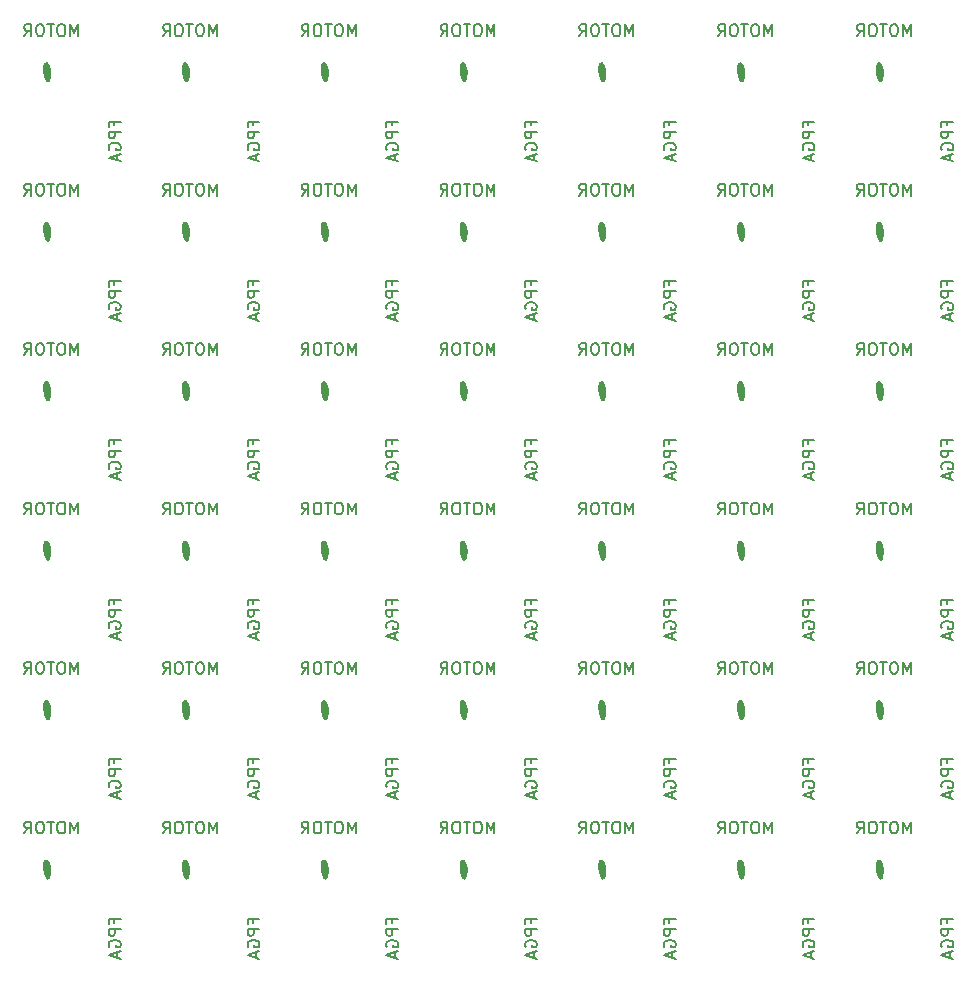
<source format=gbr>
G04 #@! TF.GenerationSoftware,KiCad,Pcbnew,5.1.0-060a0da~80~ubuntu18.04.1*
G04 #@! TF.CreationDate,2019-05-11T20:46:11+02:00*
G04 #@! TF.ProjectId,spi_connector_board,7370695f-636f-46e6-9e65-63746f725f62,rev?*
G04 #@! TF.SameCoordinates,Original*
G04 #@! TF.FileFunction,Legend,Bot*
G04 #@! TF.FilePolarity,Positive*
%FSLAX46Y46*%
G04 Gerber Fmt 4.6, Leading zero omitted, Abs format (unit mm)*
G04 Created by KiCad (PCBNEW 5.1.0-060a0da~80~ubuntu18.04.1) date 2019-05-11 20:46:11*
%MOMM*%
%LPD*%
G04 APERTURE LIST*
%ADD10C,0.150000*%
%ADD11C,0.010000*%
G04 APERTURE END LIST*
D10*
X196661904Y-140452380D02*
X196661904Y-139452380D01*
X196328571Y-140166666D01*
X195995238Y-139452380D01*
X195995238Y-140452380D01*
X195328571Y-139452380D02*
X195138095Y-139452380D01*
X195042857Y-139500000D01*
X194947619Y-139595238D01*
X194900000Y-139785714D01*
X194900000Y-140119047D01*
X194947619Y-140309523D01*
X195042857Y-140404761D01*
X195138095Y-140452380D01*
X195328571Y-140452380D01*
X195423809Y-140404761D01*
X195519047Y-140309523D01*
X195566666Y-140119047D01*
X195566666Y-139785714D01*
X195519047Y-139595238D01*
X195423809Y-139500000D01*
X195328571Y-139452380D01*
X194614285Y-139452380D02*
X194042857Y-139452380D01*
X194328571Y-140452380D02*
X194328571Y-139452380D01*
X193519047Y-139452380D02*
X193328571Y-139452380D01*
X193233333Y-139500000D01*
X193138095Y-139595238D01*
X193090476Y-139785714D01*
X193090476Y-140119047D01*
X193138095Y-140309523D01*
X193233333Y-140404761D01*
X193328571Y-140452380D01*
X193519047Y-140452380D01*
X193614285Y-140404761D01*
X193709523Y-140309523D01*
X193757142Y-140119047D01*
X193757142Y-139785714D01*
X193709523Y-139595238D01*
X193614285Y-139500000D01*
X193519047Y-139452380D01*
X192090476Y-140452380D02*
X192423809Y-139976190D01*
X192661904Y-140452380D02*
X192661904Y-139452380D01*
X192280952Y-139452380D01*
X192185714Y-139500000D01*
X192138095Y-139547619D01*
X192090476Y-139642857D01*
X192090476Y-139785714D01*
X192138095Y-139880952D01*
X192185714Y-139928571D01*
X192280952Y-139976190D01*
X192661904Y-139976190D01*
X184911904Y-140452380D02*
X184911904Y-139452380D01*
X184578571Y-140166666D01*
X184245238Y-139452380D01*
X184245238Y-140452380D01*
X183578571Y-139452380D02*
X183388095Y-139452380D01*
X183292857Y-139500000D01*
X183197619Y-139595238D01*
X183150000Y-139785714D01*
X183150000Y-140119047D01*
X183197619Y-140309523D01*
X183292857Y-140404761D01*
X183388095Y-140452380D01*
X183578571Y-140452380D01*
X183673809Y-140404761D01*
X183769047Y-140309523D01*
X183816666Y-140119047D01*
X183816666Y-139785714D01*
X183769047Y-139595238D01*
X183673809Y-139500000D01*
X183578571Y-139452380D01*
X182864285Y-139452380D02*
X182292857Y-139452380D01*
X182578571Y-140452380D02*
X182578571Y-139452380D01*
X181769047Y-139452380D02*
X181578571Y-139452380D01*
X181483333Y-139500000D01*
X181388095Y-139595238D01*
X181340476Y-139785714D01*
X181340476Y-140119047D01*
X181388095Y-140309523D01*
X181483333Y-140404761D01*
X181578571Y-140452380D01*
X181769047Y-140452380D01*
X181864285Y-140404761D01*
X181959523Y-140309523D01*
X182007142Y-140119047D01*
X182007142Y-139785714D01*
X181959523Y-139595238D01*
X181864285Y-139500000D01*
X181769047Y-139452380D01*
X180340476Y-140452380D02*
X180673809Y-139976190D01*
X180911904Y-140452380D02*
X180911904Y-139452380D01*
X180530952Y-139452380D01*
X180435714Y-139500000D01*
X180388095Y-139547619D01*
X180340476Y-139642857D01*
X180340476Y-139785714D01*
X180388095Y-139880952D01*
X180435714Y-139928571D01*
X180530952Y-139976190D01*
X180911904Y-139976190D01*
X173161904Y-140452380D02*
X173161904Y-139452380D01*
X172828571Y-140166666D01*
X172495238Y-139452380D01*
X172495238Y-140452380D01*
X171828571Y-139452380D02*
X171638095Y-139452380D01*
X171542857Y-139500000D01*
X171447619Y-139595238D01*
X171400000Y-139785714D01*
X171400000Y-140119047D01*
X171447619Y-140309523D01*
X171542857Y-140404761D01*
X171638095Y-140452380D01*
X171828571Y-140452380D01*
X171923809Y-140404761D01*
X172019047Y-140309523D01*
X172066666Y-140119047D01*
X172066666Y-139785714D01*
X172019047Y-139595238D01*
X171923809Y-139500000D01*
X171828571Y-139452380D01*
X171114285Y-139452380D02*
X170542857Y-139452380D01*
X170828571Y-140452380D02*
X170828571Y-139452380D01*
X170019047Y-139452380D02*
X169828571Y-139452380D01*
X169733333Y-139500000D01*
X169638095Y-139595238D01*
X169590476Y-139785714D01*
X169590476Y-140119047D01*
X169638095Y-140309523D01*
X169733333Y-140404761D01*
X169828571Y-140452380D01*
X170019047Y-140452380D01*
X170114285Y-140404761D01*
X170209523Y-140309523D01*
X170257142Y-140119047D01*
X170257142Y-139785714D01*
X170209523Y-139595238D01*
X170114285Y-139500000D01*
X170019047Y-139452380D01*
X168590476Y-140452380D02*
X168923809Y-139976190D01*
X169161904Y-140452380D02*
X169161904Y-139452380D01*
X168780952Y-139452380D01*
X168685714Y-139500000D01*
X168638095Y-139547619D01*
X168590476Y-139642857D01*
X168590476Y-139785714D01*
X168638095Y-139880952D01*
X168685714Y-139928571D01*
X168780952Y-139976190D01*
X169161904Y-139976190D01*
X161411904Y-140452380D02*
X161411904Y-139452380D01*
X161078571Y-140166666D01*
X160745238Y-139452380D01*
X160745238Y-140452380D01*
X160078571Y-139452380D02*
X159888095Y-139452380D01*
X159792857Y-139500000D01*
X159697619Y-139595238D01*
X159650000Y-139785714D01*
X159650000Y-140119047D01*
X159697619Y-140309523D01*
X159792857Y-140404761D01*
X159888095Y-140452380D01*
X160078571Y-140452380D01*
X160173809Y-140404761D01*
X160269047Y-140309523D01*
X160316666Y-140119047D01*
X160316666Y-139785714D01*
X160269047Y-139595238D01*
X160173809Y-139500000D01*
X160078571Y-139452380D01*
X159364285Y-139452380D02*
X158792857Y-139452380D01*
X159078571Y-140452380D02*
X159078571Y-139452380D01*
X158269047Y-139452380D02*
X158078571Y-139452380D01*
X157983333Y-139500000D01*
X157888095Y-139595238D01*
X157840476Y-139785714D01*
X157840476Y-140119047D01*
X157888095Y-140309523D01*
X157983333Y-140404761D01*
X158078571Y-140452380D01*
X158269047Y-140452380D01*
X158364285Y-140404761D01*
X158459523Y-140309523D01*
X158507142Y-140119047D01*
X158507142Y-139785714D01*
X158459523Y-139595238D01*
X158364285Y-139500000D01*
X158269047Y-139452380D01*
X156840476Y-140452380D02*
X157173809Y-139976190D01*
X157411904Y-140452380D02*
X157411904Y-139452380D01*
X157030952Y-139452380D01*
X156935714Y-139500000D01*
X156888095Y-139547619D01*
X156840476Y-139642857D01*
X156840476Y-139785714D01*
X156888095Y-139880952D01*
X156935714Y-139928571D01*
X157030952Y-139976190D01*
X157411904Y-139976190D01*
X149661904Y-140452380D02*
X149661904Y-139452380D01*
X149328571Y-140166666D01*
X148995238Y-139452380D01*
X148995238Y-140452380D01*
X148328571Y-139452380D02*
X148138095Y-139452380D01*
X148042857Y-139500000D01*
X147947619Y-139595238D01*
X147900000Y-139785714D01*
X147900000Y-140119047D01*
X147947619Y-140309523D01*
X148042857Y-140404761D01*
X148138095Y-140452380D01*
X148328571Y-140452380D01*
X148423809Y-140404761D01*
X148519047Y-140309523D01*
X148566666Y-140119047D01*
X148566666Y-139785714D01*
X148519047Y-139595238D01*
X148423809Y-139500000D01*
X148328571Y-139452380D01*
X147614285Y-139452380D02*
X147042857Y-139452380D01*
X147328571Y-140452380D02*
X147328571Y-139452380D01*
X146519047Y-139452380D02*
X146328571Y-139452380D01*
X146233333Y-139500000D01*
X146138095Y-139595238D01*
X146090476Y-139785714D01*
X146090476Y-140119047D01*
X146138095Y-140309523D01*
X146233333Y-140404761D01*
X146328571Y-140452380D01*
X146519047Y-140452380D01*
X146614285Y-140404761D01*
X146709523Y-140309523D01*
X146757142Y-140119047D01*
X146757142Y-139785714D01*
X146709523Y-139595238D01*
X146614285Y-139500000D01*
X146519047Y-139452380D01*
X145090476Y-140452380D02*
X145423809Y-139976190D01*
X145661904Y-140452380D02*
X145661904Y-139452380D01*
X145280952Y-139452380D01*
X145185714Y-139500000D01*
X145138095Y-139547619D01*
X145090476Y-139642857D01*
X145090476Y-139785714D01*
X145138095Y-139880952D01*
X145185714Y-139928571D01*
X145280952Y-139976190D01*
X145661904Y-139976190D01*
X137911904Y-140452380D02*
X137911904Y-139452380D01*
X137578571Y-140166666D01*
X137245238Y-139452380D01*
X137245238Y-140452380D01*
X136578571Y-139452380D02*
X136388095Y-139452380D01*
X136292857Y-139500000D01*
X136197619Y-139595238D01*
X136150000Y-139785714D01*
X136150000Y-140119047D01*
X136197619Y-140309523D01*
X136292857Y-140404761D01*
X136388095Y-140452380D01*
X136578571Y-140452380D01*
X136673809Y-140404761D01*
X136769047Y-140309523D01*
X136816666Y-140119047D01*
X136816666Y-139785714D01*
X136769047Y-139595238D01*
X136673809Y-139500000D01*
X136578571Y-139452380D01*
X135864285Y-139452380D02*
X135292857Y-139452380D01*
X135578571Y-140452380D02*
X135578571Y-139452380D01*
X134769047Y-139452380D02*
X134578571Y-139452380D01*
X134483333Y-139500000D01*
X134388095Y-139595238D01*
X134340476Y-139785714D01*
X134340476Y-140119047D01*
X134388095Y-140309523D01*
X134483333Y-140404761D01*
X134578571Y-140452380D01*
X134769047Y-140452380D01*
X134864285Y-140404761D01*
X134959523Y-140309523D01*
X135007142Y-140119047D01*
X135007142Y-139785714D01*
X134959523Y-139595238D01*
X134864285Y-139500000D01*
X134769047Y-139452380D01*
X133340476Y-140452380D02*
X133673809Y-139976190D01*
X133911904Y-140452380D02*
X133911904Y-139452380D01*
X133530952Y-139452380D01*
X133435714Y-139500000D01*
X133388095Y-139547619D01*
X133340476Y-139642857D01*
X133340476Y-139785714D01*
X133388095Y-139880952D01*
X133435714Y-139928571D01*
X133530952Y-139976190D01*
X133911904Y-139976190D01*
X126161904Y-140452380D02*
X126161904Y-139452380D01*
X125828571Y-140166666D01*
X125495238Y-139452380D01*
X125495238Y-140452380D01*
X124828571Y-139452380D02*
X124638095Y-139452380D01*
X124542857Y-139500000D01*
X124447619Y-139595238D01*
X124400000Y-139785714D01*
X124400000Y-140119047D01*
X124447619Y-140309523D01*
X124542857Y-140404761D01*
X124638095Y-140452380D01*
X124828571Y-140452380D01*
X124923809Y-140404761D01*
X125019047Y-140309523D01*
X125066666Y-140119047D01*
X125066666Y-139785714D01*
X125019047Y-139595238D01*
X124923809Y-139500000D01*
X124828571Y-139452380D01*
X124114285Y-139452380D02*
X123542857Y-139452380D01*
X123828571Y-140452380D02*
X123828571Y-139452380D01*
X123019047Y-139452380D02*
X122828571Y-139452380D01*
X122733333Y-139500000D01*
X122638095Y-139595238D01*
X122590476Y-139785714D01*
X122590476Y-140119047D01*
X122638095Y-140309523D01*
X122733333Y-140404761D01*
X122828571Y-140452380D01*
X123019047Y-140452380D01*
X123114285Y-140404761D01*
X123209523Y-140309523D01*
X123257142Y-140119047D01*
X123257142Y-139785714D01*
X123209523Y-139595238D01*
X123114285Y-139500000D01*
X123019047Y-139452380D01*
X121590476Y-140452380D02*
X121923809Y-139976190D01*
X122161904Y-140452380D02*
X122161904Y-139452380D01*
X121780952Y-139452380D01*
X121685714Y-139500000D01*
X121638095Y-139547619D01*
X121590476Y-139642857D01*
X121590476Y-139785714D01*
X121638095Y-139880952D01*
X121685714Y-139928571D01*
X121780952Y-139976190D01*
X122161904Y-139976190D01*
X196661904Y-126952380D02*
X196661904Y-125952380D01*
X196328571Y-126666666D01*
X195995238Y-125952380D01*
X195995238Y-126952380D01*
X195328571Y-125952380D02*
X195138095Y-125952380D01*
X195042857Y-126000000D01*
X194947619Y-126095238D01*
X194900000Y-126285714D01*
X194900000Y-126619047D01*
X194947619Y-126809523D01*
X195042857Y-126904761D01*
X195138095Y-126952380D01*
X195328571Y-126952380D01*
X195423809Y-126904761D01*
X195519047Y-126809523D01*
X195566666Y-126619047D01*
X195566666Y-126285714D01*
X195519047Y-126095238D01*
X195423809Y-126000000D01*
X195328571Y-125952380D01*
X194614285Y-125952380D02*
X194042857Y-125952380D01*
X194328571Y-126952380D02*
X194328571Y-125952380D01*
X193519047Y-125952380D02*
X193328571Y-125952380D01*
X193233333Y-126000000D01*
X193138095Y-126095238D01*
X193090476Y-126285714D01*
X193090476Y-126619047D01*
X193138095Y-126809523D01*
X193233333Y-126904761D01*
X193328571Y-126952380D01*
X193519047Y-126952380D01*
X193614285Y-126904761D01*
X193709523Y-126809523D01*
X193757142Y-126619047D01*
X193757142Y-126285714D01*
X193709523Y-126095238D01*
X193614285Y-126000000D01*
X193519047Y-125952380D01*
X192090476Y-126952380D02*
X192423809Y-126476190D01*
X192661904Y-126952380D02*
X192661904Y-125952380D01*
X192280952Y-125952380D01*
X192185714Y-126000000D01*
X192138095Y-126047619D01*
X192090476Y-126142857D01*
X192090476Y-126285714D01*
X192138095Y-126380952D01*
X192185714Y-126428571D01*
X192280952Y-126476190D01*
X192661904Y-126476190D01*
X184911904Y-126952380D02*
X184911904Y-125952380D01*
X184578571Y-126666666D01*
X184245238Y-125952380D01*
X184245238Y-126952380D01*
X183578571Y-125952380D02*
X183388095Y-125952380D01*
X183292857Y-126000000D01*
X183197619Y-126095238D01*
X183150000Y-126285714D01*
X183150000Y-126619047D01*
X183197619Y-126809523D01*
X183292857Y-126904761D01*
X183388095Y-126952380D01*
X183578571Y-126952380D01*
X183673809Y-126904761D01*
X183769047Y-126809523D01*
X183816666Y-126619047D01*
X183816666Y-126285714D01*
X183769047Y-126095238D01*
X183673809Y-126000000D01*
X183578571Y-125952380D01*
X182864285Y-125952380D02*
X182292857Y-125952380D01*
X182578571Y-126952380D02*
X182578571Y-125952380D01*
X181769047Y-125952380D02*
X181578571Y-125952380D01*
X181483333Y-126000000D01*
X181388095Y-126095238D01*
X181340476Y-126285714D01*
X181340476Y-126619047D01*
X181388095Y-126809523D01*
X181483333Y-126904761D01*
X181578571Y-126952380D01*
X181769047Y-126952380D01*
X181864285Y-126904761D01*
X181959523Y-126809523D01*
X182007142Y-126619047D01*
X182007142Y-126285714D01*
X181959523Y-126095238D01*
X181864285Y-126000000D01*
X181769047Y-125952380D01*
X180340476Y-126952380D02*
X180673809Y-126476190D01*
X180911904Y-126952380D02*
X180911904Y-125952380D01*
X180530952Y-125952380D01*
X180435714Y-126000000D01*
X180388095Y-126047619D01*
X180340476Y-126142857D01*
X180340476Y-126285714D01*
X180388095Y-126380952D01*
X180435714Y-126428571D01*
X180530952Y-126476190D01*
X180911904Y-126476190D01*
X173161904Y-126952380D02*
X173161904Y-125952380D01*
X172828571Y-126666666D01*
X172495238Y-125952380D01*
X172495238Y-126952380D01*
X171828571Y-125952380D02*
X171638095Y-125952380D01*
X171542857Y-126000000D01*
X171447619Y-126095238D01*
X171400000Y-126285714D01*
X171400000Y-126619047D01*
X171447619Y-126809523D01*
X171542857Y-126904761D01*
X171638095Y-126952380D01*
X171828571Y-126952380D01*
X171923809Y-126904761D01*
X172019047Y-126809523D01*
X172066666Y-126619047D01*
X172066666Y-126285714D01*
X172019047Y-126095238D01*
X171923809Y-126000000D01*
X171828571Y-125952380D01*
X171114285Y-125952380D02*
X170542857Y-125952380D01*
X170828571Y-126952380D02*
X170828571Y-125952380D01*
X170019047Y-125952380D02*
X169828571Y-125952380D01*
X169733333Y-126000000D01*
X169638095Y-126095238D01*
X169590476Y-126285714D01*
X169590476Y-126619047D01*
X169638095Y-126809523D01*
X169733333Y-126904761D01*
X169828571Y-126952380D01*
X170019047Y-126952380D01*
X170114285Y-126904761D01*
X170209523Y-126809523D01*
X170257142Y-126619047D01*
X170257142Y-126285714D01*
X170209523Y-126095238D01*
X170114285Y-126000000D01*
X170019047Y-125952380D01*
X168590476Y-126952380D02*
X168923809Y-126476190D01*
X169161904Y-126952380D02*
X169161904Y-125952380D01*
X168780952Y-125952380D01*
X168685714Y-126000000D01*
X168638095Y-126047619D01*
X168590476Y-126142857D01*
X168590476Y-126285714D01*
X168638095Y-126380952D01*
X168685714Y-126428571D01*
X168780952Y-126476190D01*
X169161904Y-126476190D01*
X161411904Y-126952380D02*
X161411904Y-125952380D01*
X161078571Y-126666666D01*
X160745238Y-125952380D01*
X160745238Y-126952380D01*
X160078571Y-125952380D02*
X159888095Y-125952380D01*
X159792857Y-126000000D01*
X159697619Y-126095238D01*
X159650000Y-126285714D01*
X159650000Y-126619047D01*
X159697619Y-126809523D01*
X159792857Y-126904761D01*
X159888095Y-126952380D01*
X160078571Y-126952380D01*
X160173809Y-126904761D01*
X160269047Y-126809523D01*
X160316666Y-126619047D01*
X160316666Y-126285714D01*
X160269047Y-126095238D01*
X160173809Y-126000000D01*
X160078571Y-125952380D01*
X159364285Y-125952380D02*
X158792857Y-125952380D01*
X159078571Y-126952380D02*
X159078571Y-125952380D01*
X158269047Y-125952380D02*
X158078571Y-125952380D01*
X157983333Y-126000000D01*
X157888095Y-126095238D01*
X157840476Y-126285714D01*
X157840476Y-126619047D01*
X157888095Y-126809523D01*
X157983333Y-126904761D01*
X158078571Y-126952380D01*
X158269047Y-126952380D01*
X158364285Y-126904761D01*
X158459523Y-126809523D01*
X158507142Y-126619047D01*
X158507142Y-126285714D01*
X158459523Y-126095238D01*
X158364285Y-126000000D01*
X158269047Y-125952380D01*
X156840476Y-126952380D02*
X157173809Y-126476190D01*
X157411904Y-126952380D02*
X157411904Y-125952380D01*
X157030952Y-125952380D01*
X156935714Y-126000000D01*
X156888095Y-126047619D01*
X156840476Y-126142857D01*
X156840476Y-126285714D01*
X156888095Y-126380952D01*
X156935714Y-126428571D01*
X157030952Y-126476190D01*
X157411904Y-126476190D01*
X149661904Y-126952380D02*
X149661904Y-125952380D01*
X149328571Y-126666666D01*
X148995238Y-125952380D01*
X148995238Y-126952380D01*
X148328571Y-125952380D02*
X148138095Y-125952380D01*
X148042857Y-126000000D01*
X147947619Y-126095238D01*
X147900000Y-126285714D01*
X147900000Y-126619047D01*
X147947619Y-126809523D01*
X148042857Y-126904761D01*
X148138095Y-126952380D01*
X148328571Y-126952380D01*
X148423809Y-126904761D01*
X148519047Y-126809523D01*
X148566666Y-126619047D01*
X148566666Y-126285714D01*
X148519047Y-126095238D01*
X148423809Y-126000000D01*
X148328571Y-125952380D01*
X147614285Y-125952380D02*
X147042857Y-125952380D01*
X147328571Y-126952380D02*
X147328571Y-125952380D01*
X146519047Y-125952380D02*
X146328571Y-125952380D01*
X146233333Y-126000000D01*
X146138095Y-126095238D01*
X146090476Y-126285714D01*
X146090476Y-126619047D01*
X146138095Y-126809523D01*
X146233333Y-126904761D01*
X146328571Y-126952380D01*
X146519047Y-126952380D01*
X146614285Y-126904761D01*
X146709523Y-126809523D01*
X146757142Y-126619047D01*
X146757142Y-126285714D01*
X146709523Y-126095238D01*
X146614285Y-126000000D01*
X146519047Y-125952380D01*
X145090476Y-126952380D02*
X145423809Y-126476190D01*
X145661904Y-126952380D02*
X145661904Y-125952380D01*
X145280952Y-125952380D01*
X145185714Y-126000000D01*
X145138095Y-126047619D01*
X145090476Y-126142857D01*
X145090476Y-126285714D01*
X145138095Y-126380952D01*
X145185714Y-126428571D01*
X145280952Y-126476190D01*
X145661904Y-126476190D01*
X137911904Y-126952380D02*
X137911904Y-125952380D01*
X137578571Y-126666666D01*
X137245238Y-125952380D01*
X137245238Y-126952380D01*
X136578571Y-125952380D02*
X136388095Y-125952380D01*
X136292857Y-126000000D01*
X136197619Y-126095238D01*
X136150000Y-126285714D01*
X136150000Y-126619047D01*
X136197619Y-126809523D01*
X136292857Y-126904761D01*
X136388095Y-126952380D01*
X136578571Y-126952380D01*
X136673809Y-126904761D01*
X136769047Y-126809523D01*
X136816666Y-126619047D01*
X136816666Y-126285714D01*
X136769047Y-126095238D01*
X136673809Y-126000000D01*
X136578571Y-125952380D01*
X135864285Y-125952380D02*
X135292857Y-125952380D01*
X135578571Y-126952380D02*
X135578571Y-125952380D01*
X134769047Y-125952380D02*
X134578571Y-125952380D01*
X134483333Y-126000000D01*
X134388095Y-126095238D01*
X134340476Y-126285714D01*
X134340476Y-126619047D01*
X134388095Y-126809523D01*
X134483333Y-126904761D01*
X134578571Y-126952380D01*
X134769047Y-126952380D01*
X134864285Y-126904761D01*
X134959523Y-126809523D01*
X135007142Y-126619047D01*
X135007142Y-126285714D01*
X134959523Y-126095238D01*
X134864285Y-126000000D01*
X134769047Y-125952380D01*
X133340476Y-126952380D02*
X133673809Y-126476190D01*
X133911904Y-126952380D02*
X133911904Y-125952380D01*
X133530952Y-125952380D01*
X133435714Y-126000000D01*
X133388095Y-126047619D01*
X133340476Y-126142857D01*
X133340476Y-126285714D01*
X133388095Y-126380952D01*
X133435714Y-126428571D01*
X133530952Y-126476190D01*
X133911904Y-126476190D01*
X126161904Y-126952380D02*
X126161904Y-125952380D01*
X125828571Y-126666666D01*
X125495238Y-125952380D01*
X125495238Y-126952380D01*
X124828571Y-125952380D02*
X124638095Y-125952380D01*
X124542857Y-126000000D01*
X124447619Y-126095238D01*
X124400000Y-126285714D01*
X124400000Y-126619047D01*
X124447619Y-126809523D01*
X124542857Y-126904761D01*
X124638095Y-126952380D01*
X124828571Y-126952380D01*
X124923809Y-126904761D01*
X125019047Y-126809523D01*
X125066666Y-126619047D01*
X125066666Y-126285714D01*
X125019047Y-126095238D01*
X124923809Y-126000000D01*
X124828571Y-125952380D01*
X124114285Y-125952380D02*
X123542857Y-125952380D01*
X123828571Y-126952380D02*
X123828571Y-125952380D01*
X123019047Y-125952380D02*
X122828571Y-125952380D01*
X122733333Y-126000000D01*
X122638095Y-126095238D01*
X122590476Y-126285714D01*
X122590476Y-126619047D01*
X122638095Y-126809523D01*
X122733333Y-126904761D01*
X122828571Y-126952380D01*
X123019047Y-126952380D01*
X123114285Y-126904761D01*
X123209523Y-126809523D01*
X123257142Y-126619047D01*
X123257142Y-126285714D01*
X123209523Y-126095238D01*
X123114285Y-126000000D01*
X123019047Y-125952380D01*
X121590476Y-126952380D02*
X121923809Y-126476190D01*
X122161904Y-126952380D02*
X122161904Y-125952380D01*
X121780952Y-125952380D01*
X121685714Y-126000000D01*
X121638095Y-126047619D01*
X121590476Y-126142857D01*
X121590476Y-126285714D01*
X121638095Y-126380952D01*
X121685714Y-126428571D01*
X121780952Y-126476190D01*
X122161904Y-126476190D01*
X196661904Y-113452380D02*
X196661904Y-112452380D01*
X196328571Y-113166666D01*
X195995238Y-112452380D01*
X195995238Y-113452380D01*
X195328571Y-112452380D02*
X195138095Y-112452380D01*
X195042857Y-112500000D01*
X194947619Y-112595238D01*
X194900000Y-112785714D01*
X194900000Y-113119047D01*
X194947619Y-113309523D01*
X195042857Y-113404761D01*
X195138095Y-113452380D01*
X195328571Y-113452380D01*
X195423809Y-113404761D01*
X195519047Y-113309523D01*
X195566666Y-113119047D01*
X195566666Y-112785714D01*
X195519047Y-112595238D01*
X195423809Y-112500000D01*
X195328571Y-112452380D01*
X194614285Y-112452380D02*
X194042857Y-112452380D01*
X194328571Y-113452380D02*
X194328571Y-112452380D01*
X193519047Y-112452380D02*
X193328571Y-112452380D01*
X193233333Y-112500000D01*
X193138095Y-112595238D01*
X193090476Y-112785714D01*
X193090476Y-113119047D01*
X193138095Y-113309523D01*
X193233333Y-113404761D01*
X193328571Y-113452380D01*
X193519047Y-113452380D01*
X193614285Y-113404761D01*
X193709523Y-113309523D01*
X193757142Y-113119047D01*
X193757142Y-112785714D01*
X193709523Y-112595238D01*
X193614285Y-112500000D01*
X193519047Y-112452380D01*
X192090476Y-113452380D02*
X192423809Y-112976190D01*
X192661904Y-113452380D02*
X192661904Y-112452380D01*
X192280952Y-112452380D01*
X192185714Y-112500000D01*
X192138095Y-112547619D01*
X192090476Y-112642857D01*
X192090476Y-112785714D01*
X192138095Y-112880952D01*
X192185714Y-112928571D01*
X192280952Y-112976190D01*
X192661904Y-112976190D01*
X184911904Y-113452380D02*
X184911904Y-112452380D01*
X184578571Y-113166666D01*
X184245238Y-112452380D01*
X184245238Y-113452380D01*
X183578571Y-112452380D02*
X183388095Y-112452380D01*
X183292857Y-112500000D01*
X183197619Y-112595238D01*
X183150000Y-112785714D01*
X183150000Y-113119047D01*
X183197619Y-113309523D01*
X183292857Y-113404761D01*
X183388095Y-113452380D01*
X183578571Y-113452380D01*
X183673809Y-113404761D01*
X183769047Y-113309523D01*
X183816666Y-113119047D01*
X183816666Y-112785714D01*
X183769047Y-112595238D01*
X183673809Y-112500000D01*
X183578571Y-112452380D01*
X182864285Y-112452380D02*
X182292857Y-112452380D01*
X182578571Y-113452380D02*
X182578571Y-112452380D01*
X181769047Y-112452380D02*
X181578571Y-112452380D01*
X181483333Y-112500000D01*
X181388095Y-112595238D01*
X181340476Y-112785714D01*
X181340476Y-113119047D01*
X181388095Y-113309523D01*
X181483333Y-113404761D01*
X181578571Y-113452380D01*
X181769047Y-113452380D01*
X181864285Y-113404761D01*
X181959523Y-113309523D01*
X182007142Y-113119047D01*
X182007142Y-112785714D01*
X181959523Y-112595238D01*
X181864285Y-112500000D01*
X181769047Y-112452380D01*
X180340476Y-113452380D02*
X180673809Y-112976190D01*
X180911904Y-113452380D02*
X180911904Y-112452380D01*
X180530952Y-112452380D01*
X180435714Y-112500000D01*
X180388095Y-112547619D01*
X180340476Y-112642857D01*
X180340476Y-112785714D01*
X180388095Y-112880952D01*
X180435714Y-112928571D01*
X180530952Y-112976190D01*
X180911904Y-112976190D01*
X173161904Y-113452380D02*
X173161904Y-112452380D01*
X172828571Y-113166666D01*
X172495238Y-112452380D01*
X172495238Y-113452380D01*
X171828571Y-112452380D02*
X171638095Y-112452380D01*
X171542857Y-112500000D01*
X171447619Y-112595238D01*
X171400000Y-112785714D01*
X171400000Y-113119047D01*
X171447619Y-113309523D01*
X171542857Y-113404761D01*
X171638095Y-113452380D01*
X171828571Y-113452380D01*
X171923809Y-113404761D01*
X172019047Y-113309523D01*
X172066666Y-113119047D01*
X172066666Y-112785714D01*
X172019047Y-112595238D01*
X171923809Y-112500000D01*
X171828571Y-112452380D01*
X171114285Y-112452380D02*
X170542857Y-112452380D01*
X170828571Y-113452380D02*
X170828571Y-112452380D01*
X170019047Y-112452380D02*
X169828571Y-112452380D01*
X169733333Y-112500000D01*
X169638095Y-112595238D01*
X169590476Y-112785714D01*
X169590476Y-113119047D01*
X169638095Y-113309523D01*
X169733333Y-113404761D01*
X169828571Y-113452380D01*
X170019047Y-113452380D01*
X170114285Y-113404761D01*
X170209523Y-113309523D01*
X170257142Y-113119047D01*
X170257142Y-112785714D01*
X170209523Y-112595238D01*
X170114285Y-112500000D01*
X170019047Y-112452380D01*
X168590476Y-113452380D02*
X168923809Y-112976190D01*
X169161904Y-113452380D02*
X169161904Y-112452380D01*
X168780952Y-112452380D01*
X168685714Y-112500000D01*
X168638095Y-112547619D01*
X168590476Y-112642857D01*
X168590476Y-112785714D01*
X168638095Y-112880952D01*
X168685714Y-112928571D01*
X168780952Y-112976190D01*
X169161904Y-112976190D01*
X161411904Y-113452380D02*
X161411904Y-112452380D01*
X161078571Y-113166666D01*
X160745238Y-112452380D01*
X160745238Y-113452380D01*
X160078571Y-112452380D02*
X159888095Y-112452380D01*
X159792857Y-112500000D01*
X159697619Y-112595238D01*
X159650000Y-112785714D01*
X159650000Y-113119047D01*
X159697619Y-113309523D01*
X159792857Y-113404761D01*
X159888095Y-113452380D01*
X160078571Y-113452380D01*
X160173809Y-113404761D01*
X160269047Y-113309523D01*
X160316666Y-113119047D01*
X160316666Y-112785714D01*
X160269047Y-112595238D01*
X160173809Y-112500000D01*
X160078571Y-112452380D01*
X159364285Y-112452380D02*
X158792857Y-112452380D01*
X159078571Y-113452380D02*
X159078571Y-112452380D01*
X158269047Y-112452380D02*
X158078571Y-112452380D01*
X157983333Y-112500000D01*
X157888095Y-112595238D01*
X157840476Y-112785714D01*
X157840476Y-113119047D01*
X157888095Y-113309523D01*
X157983333Y-113404761D01*
X158078571Y-113452380D01*
X158269047Y-113452380D01*
X158364285Y-113404761D01*
X158459523Y-113309523D01*
X158507142Y-113119047D01*
X158507142Y-112785714D01*
X158459523Y-112595238D01*
X158364285Y-112500000D01*
X158269047Y-112452380D01*
X156840476Y-113452380D02*
X157173809Y-112976190D01*
X157411904Y-113452380D02*
X157411904Y-112452380D01*
X157030952Y-112452380D01*
X156935714Y-112500000D01*
X156888095Y-112547619D01*
X156840476Y-112642857D01*
X156840476Y-112785714D01*
X156888095Y-112880952D01*
X156935714Y-112928571D01*
X157030952Y-112976190D01*
X157411904Y-112976190D01*
X149661904Y-113452380D02*
X149661904Y-112452380D01*
X149328571Y-113166666D01*
X148995238Y-112452380D01*
X148995238Y-113452380D01*
X148328571Y-112452380D02*
X148138095Y-112452380D01*
X148042857Y-112500000D01*
X147947619Y-112595238D01*
X147900000Y-112785714D01*
X147900000Y-113119047D01*
X147947619Y-113309523D01*
X148042857Y-113404761D01*
X148138095Y-113452380D01*
X148328571Y-113452380D01*
X148423809Y-113404761D01*
X148519047Y-113309523D01*
X148566666Y-113119047D01*
X148566666Y-112785714D01*
X148519047Y-112595238D01*
X148423809Y-112500000D01*
X148328571Y-112452380D01*
X147614285Y-112452380D02*
X147042857Y-112452380D01*
X147328571Y-113452380D02*
X147328571Y-112452380D01*
X146519047Y-112452380D02*
X146328571Y-112452380D01*
X146233333Y-112500000D01*
X146138095Y-112595238D01*
X146090476Y-112785714D01*
X146090476Y-113119047D01*
X146138095Y-113309523D01*
X146233333Y-113404761D01*
X146328571Y-113452380D01*
X146519047Y-113452380D01*
X146614285Y-113404761D01*
X146709523Y-113309523D01*
X146757142Y-113119047D01*
X146757142Y-112785714D01*
X146709523Y-112595238D01*
X146614285Y-112500000D01*
X146519047Y-112452380D01*
X145090476Y-113452380D02*
X145423809Y-112976190D01*
X145661904Y-113452380D02*
X145661904Y-112452380D01*
X145280952Y-112452380D01*
X145185714Y-112500000D01*
X145138095Y-112547619D01*
X145090476Y-112642857D01*
X145090476Y-112785714D01*
X145138095Y-112880952D01*
X145185714Y-112928571D01*
X145280952Y-112976190D01*
X145661904Y-112976190D01*
X137911904Y-113452380D02*
X137911904Y-112452380D01*
X137578571Y-113166666D01*
X137245238Y-112452380D01*
X137245238Y-113452380D01*
X136578571Y-112452380D02*
X136388095Y-112452380D01*
X136292857Y-112500000D01*
X136197619Y-112595238D01*
X136150000Y-112785714D01*
X136150000Y-113119047D01*
X136197619Y-113309523D01*
X136292857Y-113404761D01*
X136388095Y-113452380D01*
X136578571Y-113452380D01*
X136673809Y-113404761D01*
X136769047Y-113309523D01*
X136816666Y-113119047D01*
X136816666Y-112785714D01*
X136769047Y-112595238D01*
X136673809Y-112500000D01*
X136578571Y-112452380D01*
X135864285Y-112452380D02*
X135292857Y-112452380D01*
X135578571Y-113452380D02*
X135578571Y-112452380D01*
X134769047Y-112452380D02*
X134578571Y-112452380D01*
X134483333Y-112500000D01*
X134388095Y-112595238D01*
X134340476Y-112785714D01*
X134340476Y-113119047D01*
X134388095Y-113309523D01*
X134483333Y-113404761D01*
X134578571Y-113452380D01*
X134769047Y-113452380D01*
X134864285Y-113404761D01*
X134959523Y-113309523D01*
X135007142Y-113119047D01*
X135007142Y-112785714D01*
X134959523Y-112595238D01*
X134864285Y-112500000D01*
X134769047Y-112452380D01*
X133340476Y-113452380D02*
X133673809Y-112976190D01*
X133911904Y-113452380D02*
X133911904Y-112452380D01*
X133530952Y-112452380D01*
X133435714Y-112500000D01*
X133388095Y-112547619D01*
X133340476Y-112642857D01*
X133340476Y-112785714D01*
X133388095Y-112880952D01*
X133435714Y-112928571D01*
X133530952Y-112976190D01*
X133911904Y-112976190D01*
X126161904Y-113452380D02*
X126161904Y-112452380D01*
X125828571Y-113166666D01*
X125495238Y-112452380D01*
X125495238Y-113452380D01*
X124828571Y-112452380D02*
X124638095Y-112452380D01*
X124542857Y-112500000D01*
X124447619Y-112595238D01*
X124400000Y-112785714D01*
X124400000Y-113119047D01*
X124447619Y-113309523D01*
X124542857Y-113404761D01*
X124638095Y-113452380D01*
X124828571Y-113452380D01*
X124923809Y-113404761D01*
X125019047Y-113309523D01*
X125066666Y-113119047D01*
X125066666Y-112785714D01*
X125019047Y-112595238D01*
X124923809Y-112500000D01*
X124828571Y-112452380D01*
X124114285Y-112452380D02*
X123542857Y-112452380D01*
X123828571Y-113452380D02*
X123828571Y-112452380D01*
X123019047Y-112452380D02*
X122828571Y-112452380D01*
X122733333Y-112500000D01*
X122638095Y-112595238D01*
X122590476Y-112785714D01*
X122590476Y-113119047D01*
X122638095Y-113309523D01*
X122733333Y-113404761D01*
X122828571Y-113452380D01*
X123019047Y-113452380D01*
X123114285Y-113404761D01*
X123209523Y-113309523D01*
X123257142Y-113119047D01*
X123257142Y-112785714D01*
X123209523Y-112595238D01*
X123114285Y-112500000D01*
X123019047Y-112452380D01*
X121590476Y-113452380D02*
X121923809Y-112976190D01*
X122161904Y-113452380D02*
X122161904Y-112452380D01*
X121780952Y-112452380D01*
X121685714Y-112500000D01*
X121638095Y-112547619D01*
X121590476Y-112642857D01*
X121590476Y-112785714D01*
X121638095Y-112880952D01*
X121685714Y-112928571D01*
X121780952Y-112976190D01*
X122161904Y-112976190D01*
X196661904Y-99952380D02*
X196661904Y-98952380D01*
X196328571Y-99666666D01*
X195995238Y-98952380D01*
X195995238Y-99952380D01*
X195328571Y-98952380D02*
X195138095Y-98952380D01*
X195042857Y-99000000D01*
X194947619Y-99095238D01*
X194900000Y-99285714D01*
X194900000Y-99619047D01*
X194947619Y-99809523D01*
X195042857Y-99904761D01*
X195138095Y-99952380D01*
X195328571Y-99952380D01*
X195423809Y-99904761D01*
X195519047Y-99809523D01*
X195566666Y-99619047D01*
X195566666Y-99285714D01*
X195519047Y-99095238D01*
X195423809Y-99000000D01*
X195328571Y-98952380D01*
X194614285Y-98952380D02*
X194042857Y-98952380D01*
X194328571Y-99952380D02*
X194328571Y-98952380D01*
X193519047Y-98952380D02*
X193328571Y-98952380D01*
X193233333Y-99000000D01*
X193138095Y-99095238D01*
X193090476Y-99285714D01*
X193090476Y-99619047D01*
X193138095Y-99809523D01*
X193233333Y-99904761D01*
X193328571Y-99952380D01*
X193519047Y-99952380D01*
X193614285Y-99904761D01*
X193709523Y-99809523D01*
X193757142Y-99619047D01*
X193757142Y-99285714D01*
X193709523Y-99095238D01*
X193614285Y-99000000D01*
X193519047Y-98952380D01*
X192090476Y-99952380D02*
X192423809Y-99476190D01*
X192661904Y-99952380D02*
X192661904Y-98952380D01*
X192280952Y-98952380D01*
X192185714Y-99000000D01*
X192138095Y-99047619D01*
X192090476Y-99142857D01*
X192090476Y-99285714D01*
X192138095Y-99380952D01*
X192185714Y-99428571D01*
X192280952Y-99476190D01*
X192661904Y-99476190D01*
X184911904Y-99952380D02*
X184911904Y-98952380D01*
X184578571Y-99666666D01*
X184245238Y-98952380D01*
X184245238Y-99952380D01*
X183578571Y-98952380D02*
X183388095Y-98952380D01*
X183292857Y-99000000D01*
X183197619Y-99095238D01*
X183150000Y-99285714D01*
X183150000Y-99619047D01*
X183197619Y-99809523D01*
X183292857Y-99904761D01*
X183388095Y-99952380D01*
X183578571Y-99952380D01*
X183673809Y-99904761D01*
X183769047Y-99809523D01*
X183816666Y-99619047D01*
X183816666Y-99285714D01*
X183769047Y-99095238D01*
X183673809Y-99000000D01*
X183578571Y-98952380D01*
X182864285Y-98952380D02*
X182292857Y-98952380D01*
X182578571Y-99952380D02*
X182578571Y-98952380D01*
X181769047Y-98952380D02*
X181578571Y-98952380D01*
X181483333Y-99000000D01*
X181388095Y-99095238D01*
X181340476Y-99285714D01*
X181340476Y-99619047D01*
X181388095Y-99809523D01*
X181483333Y-99904761D01*
X181578571Y-99952380D01*
X181769047Y-99952380D01*
X181864285Y-99904761D01*
X181959523Y-99809523D01*
X182007142Y-99619047D01*
X182007142Y-99285714D01*
X181959523Y-99095238D01*
X181864285Y-99000000D01*
X181769047Y-98952380D01*
X180340476Y-99952380D02*
X180673809Y-99476190D01*
X180911904Y-99952380D02*
X180911904Y-98952380D01*
X180530952Y-98952380D01*
X180435714Y-99000000D01*
X180388095Y-99047619D01*
X180340476Y-99142857D01*
X180340476Y-99285714D01*
X180388095Y-99380952D01*
X180435714Y-99428571D01*
X180530952Y-99476190D01*
X180911904Y-99476190D01*
X173161904Y-99952380D02*
X173161904Y-98952380D01*
X172828571Y-99666666D01*
X172495238Y-98952380D01*
X172495238Y-99952380D01*
X171828571Y-98952380D02*
X171638095Y-98952380D01*
X171542857Y-99000000D01*
X171447619Y-99095238D01*
X171400000Y-99285714D01*
X171400000Y-99619047D01*
X171447619Y-99809523D01*
X171542857Y-99904761D01*
X171638095Y-99952380D01*
X171828571Y-99952380D01*
X171923809Y-99904761D01*
X172019047Y-99809523D01*
X172066666Y-99619047D01*
X172066666Y-99285714D01*
X172019047Y-99095238D01*
X171923809Y-99000000D01*
X171828571Y-98952380D01*
X171114285Y-98952380D02*
X170542857Y-98952380D01*
X170828571Y-99952380D02*
X170828571Y-98952380D01*
X170019047Y-98952380D02*
X169828571Y-98952380D01*
X169733333Y-99000000D01*
X169638095Y-99095238D01*
X169590476Y-99285714D01*
X169590476Y-99619047D01*
X169638095Y-99809523D01*
X169733333Y-99904761D01*
X169828571Y-99952380D01*
X170019047Y-99952380D01*
X170114285Y-99904761D01*
X170209523Y-99809523D01*
X170257142Y-99619047D01*
X170257142Y-99285714D01*
X170209523Y-99095238D01*
X170114285Y-99000000D01*
X170019047Y-98952380D01*
X168590476Y-99952380D02*
X168923809Y-99476190D01*
X169161904Y-99952380D02*
X169161904Y-98952380D01*
X168780952Y-98952380D01*
X168685714Y-99000000D01*
X168638095Y-99047619D01*
X168590476Y-99142857D01*
X168590476Y-99285714D01*
X168638095Y-99380952D01*
X168685714Y-99428571D01*
X168780952Y-99476190D01*
X169161904Y-99476190D01*
X161411904Y-99952380D02*
X161411904Y-98952380D01*
X161078571Y-99666666D01*
X160745238Y-98952380D01*
X160745238Y-99952380D01*
X160078571Y-98952380D02*
X159888095Y-98952380D01*
X159792857Y-99000000D01*
X159697619Y-99095238D01*
X159650000Y-99285714D01*
X159650000Y-99619047D01*
X159697619Y-99809523D01*
X159792857Y-99904761D01*
X159888095Y-99952380D01*
X160078571Y-99952380D01*
X160173809Y-99904761D01*
X160269047Y-99809523D01*
X160316666Y-99619047D01*
X160316666Y-99285714D01*
X160269047Y-99095238D01*
X160173809Y-99000000D01*
X160078571Y-98952380D01*
X159364285Y-98952380D02*
X158792857Y-98952380D01*
X159078571Y-99952380D02*
X159078571Y-98952380D01*
X158269047Y-98952380D02*
X158078571Y-98952380D01*
X157983333Y-99000000D01*
X157888095Y-99095238D01*
X157840476Y-99285714D01*
X157840476Y-99619047D01*
X157888095Y-99809523D01*
X157983333Y-99904761D01*
X158078571Y-99952380D01*
X158269047Y-99952380D01*
X158364285Y-99904761D01*
X158459523Y-99809523D01*
X158507142Y-99619047D01*
X158507142Y-99285714D01*
X158459523Y-99095238D01*
X158364285Y-99000000D01*
X158269047Y-98952380D01*
X156840476Y-99952380D02*
X157173809Y-99476190D01*
X157411904Y-99952380D02*
X157411904Y-98952380D01*
X157030952Y-98952380D01*
X156935714Y-99000000D01*
X156888095Y-99047619D01*
X156840476Y-99142857D01*
X156840476Y-99285714D01*
X156888095Y-99380952D01*
X156935714Y-99428571D01*
X157030952Y-99476190D01*
X157411904Y-99476190D01*
X149661904Y-99952380D02*
X149661904Y-98952380D01*
X149328571Y-99666666D01*
X148995238Y-98952380D01*
X148995238Y-99952380D01*
X148328571Y-98952380D02*
X148138095Y-98952380D01*
X148042857Y-99000000D01*
X147947619Y-99095238D01*
X147900000Y-99285714D01*
X147900000Y-99619047D01*
X147947619Y-99809523D01*
X148042857Y-99904761D01*
X148138095Y-99952380D01*
X148328571Y-99952380D01*
X148423809Y-99904761D01*
X148519047Y-99809523D01*
X148566666Y-99619047D01*
X148566666Y-99285714D01*
X148519047Y-99095238D01*
X148423809Y-99000000D01*
X148328571Y-98952380D01*
X147614285Y-98952380D02*
X147042857Y-98952380D01*
X147328571Y-99952380D02*
X147328571Y-98952380D01*
X146519047Y-98952380D02*
X146328571Y-98952380D01*
X146233333Y-99000000D01*
X146138095Y-99095238D01*
X146090476Y-99285714D01*
X146090476Y-99619047D01*
X146138095Y-99809523D01*
X146233333Y-99904761D01*
X146328571Y-99952380D01*
X146519047Y-99952380D01*
X146614285Y-99904761D01*
X146709523Y-99809523D01*
X146757142Y-99619047D01*
X146757142Y-99285714D01*
X146709523Y-99095238D01*
X146614285Y-99000000D01*
X146519047Y-98952380D01*
X145090476Y-99952380D02*
X145423809Y-99476190D01*
X145661904Y-99952380D02*
X145661904Y-98952380D01*
X145280952Y-98952380D01*
X145185714Y-99000000D01*
X145138095Y-99047619D01*
X145090476Y-99142857D01*
X145090476Y-99285714D01*
X145138095Y-99380952D01*
X145185714Y-99428571D01*
X145280952Y-99476190D01*
X145661904Y-99476190D01*
X137911904Y-99952380D02*
X137911904Y-98952380D01*
X137578571Y-99666666D01*
X137245238Y-98952380D01*
X137245238Y-99952380D01*
X136578571Y-98952380D02*
X136388095Y-98952380D01*
X136292857Y-99000000D01*
X136197619Y-99095238D01*
X136150000Y-99285714D01*
X136150000Y-99619047D01*
X136197619Y-99809523D01*
X136292857Y-99904761D01*
X136388095Y-99952380D01*
X136578571Y-99952380D01*
X136673809Y-99904761D01*
X136769047Y-99809523D01*
X136816666Y-99619047D01*
X136816666Y-99285714D01*
X136769047Y-99095238D01*
X136673809Y-99000000D01*
X136578571Y-98952380D01*
X135864285Y-98952380D02*
X135292857Y-98952380D01*
X135578571Y-99952380D02*
X135578571Y-98952380D01*
X134769047Y-98952380D02*
X134578571Y-98952380D01*
X134483333Y-99000000D01*
X134388095Y-99095238D01*
X134340476Y-99285714D01*
X134340476Y-99619047D01*
X134388095Y-99809523D01*
X134483333Y-99904761D01*
X134578571Y-99952380D01*
X134769047Y-99952380D01*
X134864285Y-99904761D01*
X134959523Y-99809523D01*
X135007142Y-99619047D01*
X135007142Y-99285714D01*
X134959523Y-99095238D01*
X134864285Y-99000000D01*
X134769047Y-98952380D01*
X133340476Y-99952380D02*
X133673809Y-99476190D01*
X133911904Y-99952380D02*
X133911904Y-98952380D01*
X133530952Y-98952380D01*
X133435714Y-99000000D01*
X133388095Y-99047619D01*
X133340476Y-99142857D01*
X133340476Y-99285714D01*
X133388095Y-99380952D01*
X133435714Y-99428571D01*
X133530952Y-99476190D01*
X133911904Y-99476190D01*
X126161904Y-99952380D02*
X126161904Y-98952380D01*
X125828571Y-99666666D01*
X125495238Y-98952380D01*
X125495238Y-99952380D01*
X124828571Y-98952380D02*
X124638095Y-98952380D01*
X124542857Y-99000000D01*
X124447619Y-99095238D01*
X124400000Y-99285714D01*
X124400000Y-99619047D01*
X124447619Y-99809523D01*
X124542857Y-99904761D01*
X124638095Y-99952380D01*
X124828571Y-99952380D01*
X124923809Y-99904761D01*
X125019047Y-99809523D01*
X125066666Y-99619047D01*
X125066666Y-99285714D01*
X125019047Y-99095238D01*
X124923809Y-99000000D01*
X124828571Y-98952380D01*
X124114285Y-98952380D02*
X123542857Y-98952380D01*
X123828571Y-99952380D02*
X123828571Y-98952380D01*
X123019047Y-98952380D02*
X122828571Y-98952380D01*
X122733333Y-99000000D01*
X122638095Y-99095238D01*
X122590476Y-99285714D01*
X122590476Y-99619047D01*
X122638095Y-99809523D01*
X122733333Y-99904761D01*
X122828571Y-99952380D01*
X123019047Y-99952380D01*
X123114285Y-99904761D01*
X123209523Y-99809523D01*
X123257142Y-99619047D01*
X123257142Y-99285714D01*
X123209523Y-99095238D01*
X123114285Y-99000000D01*
X123019047Y-98952380D01*
X121590476Y-99952380D02*
X121923809Y-99476190D01*
X122161904Y-99952380D02*
X122161904Y-98952380D01*
X121780952Y-98952380D01*
X121685714Y-99000000D01*
X121638095Y-99047619D01*
X121590476Y-99142857D01*
X121590476Y-99285714D01*
X121638095Y-99380952D01*
X121685714Y-99428571D01*
X121780952Y-99476190D01*
X122161904Y-99476190D01*
X196661904Y-86452380D02*
X196661904Y-85452380D01*
X196328571Y-86166666D01*
X195995238Y-85452380D01*
X195995238Y-86452380D01*
X195328571Y-85452380D02*
X195138095Y-85452380D01*
X195042857Y-85500000D01*
X194947619Y-85595238D01*
X194900000Y-85785714D01*
X194900000Y-86119047D01*
X194947619Y-86309523D01*
X195042857Y-86404761D01*
X195138095Y-86452380D01*
X195328571Y-86452380D01*
X195423809Y-86404761D01*
X195519047Y-86309523D01*
X195566666Y-86119047D01*
X195566666Y-85785714D01*
X195519047Y-85595238D01*
X195423809Y-85500000D01*
X195328571Y-85452380D01*
X194614285Y-85452380D02*
X194042857Y-85452380D01*
X194328571Y-86452380D02*
X194328571Y-85452380D01*
X193519047Y-85452380D02*
X193328571Y-85452380D01*
X193233333Y-85500000D01*
X193138095Y-85595238D01*
X193090476Y-85785714D01*
X193090476Y-86119047D01*
X193138095Y-86309523D01*
X193233333Y-86404761D01*
X193328571Y-86452380D01*
X193519047Y-86452380D01*
X193614285Y-86404761D01*
X193709523Y-86309523D01*
X193757142Y-86119047D01*
X193757142Y-85785714D01*
X193709523Y-85595238D01*
X193614285Y-85500000D01*
X193519047Y-85452380D01*
X192090476Y-86452380D02*
X192423809Y-85976190D01*
X192661904Y-86452380D02*
X192661904Y-85452380D01*
X192280952Y-85452380D01*
X192185714Y-85500000D01*
X192138095Y-85547619D01*
X192090476Y-85642857D01*
X192090476Y-85785714D01*
X192138095Y-85880952D01*
X192185714Y-85928571D01*
X192280952Y-85976190D01*
X192661904Y-85976190D01*
X184911904Y-86452380D02*
X184911904Y-85452380D01*
X184578571Y-86166666D01*
X184245238Y-85452380D01*
X184245238Y-86452380D01*
X183578571Y-85452380D02*
X183388095Y-85452380D01*
X183292857Y-85500000D01*
X183197619Y-85595238D01*
X183150000Y-85785714D01*
X183150000Y-86119047D01*
X183197619Y-86309523D01*
X183292857Y-86404761D01*
X183388095Y-86452380D01*
X183578571Y-86452380D01*
X183673809Y-86404761D01*
X183769047Y-86309523D01*
X183816666Y-86119047D01*
X183816666Y-85785714D01*
X183769047Y-85595238D01*
X183673809Y-85500000D01*
X183578571Y-85452380D01*
X182864285Y-85452380D02*
X182292857Y-85452380D01*
X182578571Y-86452380D02*
X182578571Y-85452380D01*
X181769047Y-85452380D02*
X181578571Y-85452380D01*
X181483333Y-85500000D01*
X181388095Y-85595238D01*
X181340476Y-85785714D01*
X181340476Y-86119047D01*
X181388095Y-86309523D01*
X181483333Y-86404761D01*
X181578571Y-86452380D01*
X181769047Y-86452380D01*
X181864285Y-86404761D01*
X181959523Y-86309523D01*
X182007142Y-86119047D01*
X182007142Y-85785714D01*
X181959523Y-85595238D01*
X181864285Y-85500000D01*
X181769047Y-85452380D01*
X180340476Y-86452380D02*
X180673809Y-85976190D01*
X180911904Y-86452380D02*
X180911904Y-85452380D01*
X180530952Y-85452380D01*
X180435714Y-85500000D01*
X180388095Y-85547619D01*
X180340476Y-85642857D01*
X180340476Y-85785714D01*
X180388095Y-85880952D01*
X180435714Y-85928571D01*
X180530952Y-85976190D01*
X180911904Y-85976190D01*
X173161904Y-86452380D02*
X173161904Y-85452380D01*
X172828571Y-86166666D01*
X172495238Y-85452380D01*
X172495238Y-86452380D01*
X171828571Y-85452380D02*
X171638095Y-85452380D01*
X171542857Y-85500000D01*
X171447619Y-85595238D01*
X171400000Y-85785714D01*
X171400000Y-86119047D01*
X171447619Y-86309523D01*
X171542857Y-86404761D01*
X171638095Y-86452380D01*
X171828571Y-86452380D01*
X171923809Y-86404761D01*
X172019047Y-86309523D01*
X172066666Y-86119047D01*
X172066666Y-85785714D01*
X172019047Y-85595238D01*
X171923809Y-85500000D01*
X171828571Y-85452380D01*
X171114285Y-85452380D02*
X170542857Y-85452380D01*
X170828571Y-86452380D02*
X170828571Y-85452380D01*
X170019047Y-85452380D02*
X169828571Y-85452380D01*
X169733333Y-85500000D01*
X169638095Y-85595238D01*
X169590476Y-85785714D01*
X169590476Y-86119047D01*
X169638095Y-86309523D01*
X169733333Y-86404761D01*
X169828571Y-86452380D01*
X170019047Y-86452380D01*
X170114285Y-86404761D01*
X170209523Y-86309523D01*
X170257142Y-86119047D01*
X170257142Y-85785714D01*
X170209523Y-85595238D01*
X170114285Y-85500000D01*
X170019047Y-85452380D01*
X168590476Y-86452380D02*
X168923809Y-85976190D01*
X169161904Y-86452380D02*
X169161904Y-85452380D01*
X168780952Y-85452380D01*
X168685714Y-85500000D01*
X168638095Y-85547619D01*
X168590476Y-85642857D01*
X168590476Y-85785714D01*
X168638095Y-85880952D01*
X168685714Y-85928571D01*
X168780952Y-85976190D01*
X169161904Y-85976190D01*
X161411904Y-86452380D02*
X161411904Y-85452380D01*
X161078571Y-86166666D01*
X160745238Y-85452380D01*
X160745238Y-86452380D01*
X160078571Y-85452380D02*
X159888095Y-85452380D01*
X159792857Y-85500000D01*
X159697619Y-85595238D01*
X159650000Y-85785714D01*
X159650000Y-86119047D01*
X159697619Y-86309523D01*
X159792857Y-86404761D01*
X159888095Y-86452380D01*
X160078571Y-86452380D01*
X160173809Y-86404761D01*
X160269047Y-86309523D01*
X160316666Y-86119047D01*
X160316666Y-85785714D01*
X160269047Y-85595238D01*
X160173809Y-85500000D01*
X160078571Y-85452380D01*
X159364285Y-85452380D02*
X158792857Y-85452380D01*
X159078571Y-86452380D02*
X159078571Y-85452380D01*
X158269047Y-85452380D02*
X158078571Y-85452380D01*
X157983333Y-85500000D01*
X157888095Y-85595238D01*
X157840476Y-85785714D01*
X157840476Y-86119047D01*
X157888095Y-86309523D01*
X157983333Y-86404761D01*
X158078571Y-86452380D01*
X158269047Y-86452380D01*
X158364285Y-86404761D01*
X158459523Y-86309523D01*
X158507142Y-86119047D01*
X158507142Y-85785714D01*
X158459523Y-85595238D01*
X158364285Y-85500000D01*
X158269047Y-85452380D01*
X156840476Y-86452380D02*
X157173809Y-85976190D01*
X157411904Y-86452380D02*
X157411904Y-85452380D01*
X157030952Y-85452380D01*
X156935714Y-85500000D01*
X156888095Y-85547619D01*
X156840476Y-85642857D01*
X156840476Y-85785714D01*
X156888095Y-85880952D01*
X156935714Y-85928571D01*
X157030952Y-85976190D01*
X157411904Y-85976190D01*
X149661904Y-86452380D02*
X149661904Y-85452380D01*
X149328571Y-86166666D01*
X148995238Y-85452380D01*
X148995238Y-86452380D01*
X148328571Y-85452380D02*
X148138095Y-85452380D01*
X148042857Y-85500000D01*
X147947619Y-85595238D01*
X147900000Y-85785714D01*
X147900000Y-86119047D01*
X147947619Y-86309523D01*
X148042857Y-86404761D01*
X148138095Y-86452380D01*
X148328571Y-86452380D01*
X148423809Y-86404761D01*
X148519047Y-86309523D01*
X148566666Y-86119047D01*
X148566666Y-85785714D01*
X148519047Y-85595238D01*
X148423809Y-85500000D01*
X148328571Y-85452380D01*
X147614285Y-85452380D02*
X147042857Y-85452380D01*
X147328571Y-86452380D02*
X147328571Y-85452380D01*
X146519047Y-85452380D02*
X146328571Y-85452380D01*
X146233333Y-85500000D01*
X146138095Y-85595238D01*
X146090476Y-85785714D01*
X146090476Y-86119047D01*
X146138095Y-86309523D01*
X146233333Y-86404761D01*
X146328571Y-86452380D01*
X146519047Y-86452380D01*
X146614285Y-86404761D01*
X146709523Y-86309523D01*
X146757142Y-86119047D01*
X146757142Y-85785714D01*
X146709523Y-85595238D01*
X146614285Y-85500000D01*
X146519047Y-85452380D01*
X145090476Y-86452380D02*
X145423809Y-85976190D01*
X145661904Y-86452380D02*
X145661904Y-85452380D01*
X145280952Y-85452380D01*
X145185714Y-85500000D01*
X145138095Y-85547619D01*
X145090476Y-85642857D01*
X145090476Y-85785714D01*
X145138095Y-85880952D01*
X145185714Y-85928571D01*
X145280952Y-85976190D01*
X145661904Y-85976190D01*
X137911904Y-86452380D02*
X137911904Y-85452380D01*
X137578571Y-86166666D01*
X137245238Y-85452380D01*
X137245238Y-86452380D01*
X136578571Y-85452380D02*
X136388095Y-85452380D01*
X136292857Y-85500000D01*
X136197619Y-85595238D01*
X136150000Y-85785714D01*
X136150000Y-86119047D01*
X136197619Y-86309523D01*
X136292857Y-86404761D01*
X136388095Y-86452380D01*
X136578571Y-86452380D01*
X136673809Y-86404761D01*
X136769047Y-86309523D01*
X136816666Y-86119047D01*
X136816666Y-85785714D01*
X136769047Y-85595238D01*
X136673809Y-85500000D01*
X136578571Y-85452380D01*
X135864285Y-85452380D02*
X135292857Y-85452380D01*
X135578571Y-86452380D02*
X135578571Y-85452380D01*
X134769047Y-85452380D02*
X134578571Y-85452380D01*
X134483333Y-85500000D01*
X134388095Y-85595238D01*
X134340476Y-85785714D01*
X134340476Y-86119047D01*
X134388095Y-86309523D01*
X134483333Y-86404761D01*
X134578571Y-86452380D01*
X134769047Y-86452380D01*
X134864285Y-86404761D01*
X134959523Y-86309523D01*
X135007142Y-86119047D01*
X135007142Y-85785714D01*
X134959523Y-85595238D01*
X134864285Y-85500000D01*
X134769047Y-85452380D01*
X133340476Y-86452380D02*
X133673809Y-85976190D01*
X133911904Y-86452380D02*
X133911904Y-85452380D01*
X133530952Y-85452380D01*
X133435714Y-85500000D01*
X133388095Y-85547619D01*
X133340476Y-85642857D01*
X133340476Y-85785714D01*
X133388095Y-85880952D01*
X133435714Y-85928571D01*
X133530952Y-85976190D01*
X133911904Y-85976190D01*
X126161904Y-86452380D02*
X126161904Y-85452380D01*
X125828571Y-86166666D01*
X125495238Y-85452380D01*
X125495238Y-86452380D01*
X124828571Y-85452380D02*
X124638095Y-85452380D01*
X124542857Y-85500000D01*
X124447619Y-85595238D01*
X124400000Y-85785714D01*
X124400000Y-86119047D01*
X124447619Y-86309523D01*
X124542857Y-86404761D01*
X124638095Y-86452380D01*
X124828571Y-86452380D01*
X124923809Y-86404761D01*
X125019047Y-86309523D01*
X125066666Y-86119047D01*
X125066666Y-85785714D01*
X125019047Y-85595238D01*
X124923809Y-85500000D01*
X124828571Y-85452380D01*
X124114285Y-85452380D02*
X123542857Y-85452380D01*
X123828571Y-86452380D02*
X123828571Y-85452380D01*
X123019047Y-85452380D02*
X122828571Y-85452380D01*
X122733333Y-85500000D01*
X122638095Y-85595238D01*
X122590476Y-85785714D01*
X122590476Y-86119047D01*
X122638095Y-86309523D01*
X122733333Y-86404761D01*
X122828571Y-86452380D01*
X123019047Y-86452380D01*
X123114285Y-86404761D01*
X123209523Y-86309523D01*
X123257142Y-86119047D01*
X123257142Y-85785714D01*
X123209523Y-85595238D01*
X123114285Y-85500000D01*
X123019047Y-85452380D01*
X121590476Y-86452380D02*
X121923809Y-85976190D01*
X122161904Y-86452380D02*
X122161904Y-85452380D01*
X121780952Y-85452380D01*
X121685714Y-85500000D01*
X121638095Y-85547619D01*
X121590476Y-85642857D01*
X121590476Y-85785714D01*
X121638095Y-85880952D01*
X121685714Y-85928571D01*
X121780952Y-85976190D01*
X122161904Y-85976190D01*
X196661904Y-72952380D02*
X196661904Y-71952380D01*
X196328571Y-72666666D01*
X195995238Y-71952380D01*
X195995238Y-72952380D01*
X195328571Y-71952380D02*
X195138095Y-71952380D01*
X195042857Y-72000000D01*
X194947619Y-72095238D01*
X194900000Y-72285714D01*
X194900000Y-72619047D01*
X194947619Y-72809523D01*
X195042857Y-72904761D01*
X195138095Y-72952380D01*
X195328571Y-72952380D01*
X195423809Y-72904761D01*
X195519047Y-72809523D01*
X195566666Y-72619047D01*
X195566666Y-72285714D01*
X195519047Y-72095238D01*
X195423809Y-72000000D01*
X195328571Y-71952380D01*
X194614285Y-71952380D02*
X194042857Y-71952380D01*
X194328571Y-72952380D02*
X194328571Y-71952380D01*
X193519047Y-71952380D02*
X193328571Y-71952380D01*
X193233333Y-72000000D01*
X193138095Y-72095238D01*
X193090476Y-72285714D01*
X193090476Y-72619047D01*
X193138095Y-72809523D01*
X193233333Y-72904761D01*
X193328571Y-72952380D01*
X193519047Y-72952380D01*
X193614285Y-72904761D01*
X193709523Y-72809523D01*
X193757142Y-72619047D01*
X193757142Y-72285714D01*
X193709523Y-72095238D01*
X193614285Y-72000000D01*
X193519047Y-71952380D01*
X192090476Y-72952380D02*
X192423809Y-72476190D01*
X192661904Y-72952380D02*
X192661904Y-71952380D01*
X192280952Y-71952380D01*
X192185714Y-72000000D01*
X192138095Y-72047619D01*
X192090476Y-72142857D01*
X192090476Y-72285714D01*
X192138095Y-72380952D01*
X192185714Y-72428571D01*
X192280952Y-72476190D01*
X192661904Y-72476190D01*
X184911904Y-72952380D02*
X184911904Y-71952380D01*
X184578571Y-72666666D01*
X184245238Y-71952380D01*
X184245238Y-72952380D01*
X183578571Y-71952380D02*
X183388095Y-71952380D01*
X183292857Y-72000000D01*
X183197619Y-72095238D01*
X183150000Y-72285714D01*
X183150000Y-72619047D01*
X183197619Y-72809523D01*
X183292857Y-72904761D01*
X183388095Y-72952380D01*
X183578571Y-72952380D01*
X183673809Y-72904761D01*
X183769047Y-72809523D01*
X183816666Y-72619047D01*
X183816666Y-72285714D01*
X183769047Y-72095238D01*
X183673809Y-72000000D01*
X183578571Y-71952380D01*
X182864285Y-71952380D02*
X182292857Y-71952380D01*
X182578571Y-72952380D02*
X182578571Y-71952380D01*
X181769047Y-71952380D02*
X181578571Y-71952380D01*
X181483333Y-72000000D01*
X181388095Y-72095238D01*
X181340476Y-72285714D01*
X181340476Y-72619047D01*
X181388095Y-72809523D01*
X181483333Y-72904761D01*
X181578571Y-72952380D01*
X181769047Y-72952380D01*
X181864285Y-72904761D01*
X181959523Y-72809523D01*
X182007142Y-72619047D01*
X182007142Y-72285714D01*
X181959523Y-72095238D01*
X181864285Y-72000000D01*
X181769047Y-71952380D01*
X180340476Y-72952380D02*
X180673809Y-72476190D01*
X180911904Y-72952380D02*
X180911904Y-71952380D01*
X180530952Y-71952380D01*
X180435714Y-72000000D01*
X180388095Y-72047619D01*
X180340476Y-72142857D01*
X180340476Y-72285714D01*
X180388095Y-72380952D01*
X180435714Y-72428571D01*
X180530952Y-72476190D01*
X180911904Y-72476190D01*
X173161904Y-72952380D02*
X173161904Y-71952380D01*
X172828571Y-72666666D01*
X172495238Y-71952380D01*
X172495238Y-72952380D01*
X171828571Y-71952380D02*
X171638095Y-71952380D01*
X171542857Y-72000000D01*
X171447619Y-72095238D01*
X171400000Y-72285714D01*
X171400000Y-72619047D01*
X171447619Y-72809523D01*
X171542857Y-72904761D01*
X171638095Y-72952380D01*
X171828571Y-72952380D01*
X171923809Y-72904761D01*
X172019047Y-72809523D01*
X172066666Y-72619047D01*
X172066666Y-72285714D01*
X172019047Y-72095238D01*
X171923809Y-72000000D01*
X171828571Y-71952380D01*
X171114285Y-71952380D02*
X170542857Y-71952380D01*
X170828571Y-72952380D02*
X170828571Y-71952380D01*
X170019047Y-71952380D02*
X169828571Y-71952380D01*
X169733333Y-72000000D01*
X169638095Y-72095238D01*
X169590476Y-72285714D01*
X169590476Y-72619047D01*
X169638095Y-72809523D01*
X169733333Y-72904761D01*
X169828571Y-72952380D01*
X170019047Y-72952380D01*
X170114285Y-72904761D01*
X170209523Y-72809523D01*
X170257142Y-72619047D01*
X170257142Y-72285714D01*
X170209523Y-72095238D01*
X170114285Y-72000000D01*
X170019047Y-71952380D01*
X168590476Y-72952380D02*
X168923809Y-72476190D01*
X169161904Y-72952380D02*
X169161904Y-71952380D01*
X168780952Y-71952380D01*
X168685714Y-72000000D01*
X168638095Y-72047619D01*
X168590476Y-72142857D01*
X168590476Y-72285714D01*
X168638095Y-72380952D01*
X168685714Y-72428571D01*
X168780952Y-72476190D01*
X169161904Y-72476190D01*
X161411904Y-72952380D02*
X161411904Y-71952380D01*
X161078571Y-72666666D01*
X160745238Y-71952380D01*
X160745238Y-72952380D01*
X160078571Y-71952380D02*
X159888095Y-71952380D01*
X159792857Y-72000000D01*
X159697619Y-72095238D01*
X159650000Y-72285714D01*
X159650000Y-72619047D01*
X159697619Y-72809523D01*
X159792857Y-72904761D01*
X159888095Y-72952380D01*
X160078571Y-72952380D01*
X160173809Y-72904761D01*
X160269047Y-72809523D01*
X160316666Y-72619047D01*
X160316666Y-72285714D01*
X160269047Y-72095238D01*
X160173809Y-72000000D01*
X160078571Y-71952380D01*
X159364285Y-71952380D02*
X158792857Y-71952380D01*
X159078571Y-72952380D02*
X159078571Y-71952380D01*
X158269047Y-71952380D02*
X158078571Y-71952380D01*
X157983333Y-72000000D01*
X157888095Y-72095238D01*
X157840476Y-72285714D01*
X157840476Y-72619047D01*
X157888095Y-72809523D01*
X157983333Y-72904761D01*
X158078571Y-72952380D01*
X158269047Y-72952380D01*
X158364285Y-72904761D01*
X158459523Y-72809523D01*
X158507142Y-72619047D01*
X158507142Y-72285714D01*
X158459523Y-72095238D01*
X158364285Y-72000000D01*
X158269047Y-71952380D01*
X156840476Y-72952380D02*
X157173809Y-72476190D01*
X157411904Y-72952380D02*
X157411904Y-71952380D01*
X157030952Y-71952380D01*
X156935714Y-72000000D01*
X156888095Y-72047619D01*
X156840476Y-72142857D01*
X156840476Y-72285714D01*
X156888095Y-72380952D01*
X156935714Y-72428571D01*
X157030952Y-72476190D01*
X157411904Y-72476190D01*
X149661904Y-72952380D02*
X149661904Y-71952380D01*
X149328571Y-72666666D01*
X148995238Y-71952380D01*
X148995238Y-72952380D01*
X148328571Y-71952380D02*
X148138095Y-71952380D01*
X148042857Y-72000000D01*
X147947619Y-72095238D01*
X147900000Y-72285714D01*
X147900000Y-72619047D01*
X147947619Y-72809523D01*
X148042857Y-72904761D01*
X148138095Y-72952380D01*
X148328571Y-72952380D01*
X148423809Y-72904761D01*
X148519047Y-72809523D01*
X148566666Y-72619047D01*
X148566666Y-72285714D01*
X148519047Y-72095238D01*
X148423809Y-72000000D01*
X148328571Y-71952380D01*
X147614285Y-71952380D02*
X147042857Y-71952380D01*
X147328571Y-72952380D02*
X147328571Y-71952380D01*
X146519047Y-71952380D02*
X146328571Y-71952380D01*
X146233333Y-72000000D01*
X146138095Y-72095238D01*
X146090476Y-72285714D01*
X146090476Y-72619047D01*
X146138095Y-72809523D01*
X146233333Y-72904761D01*
X146328571Y-72952380D01*
X146519047Y-72952380D01*
X146614285Y-72904761D01*
X146709523Y-72809523D01*
X146757142Y-72619047D01*
X146757142Y-72285714D01*
X146709523Y-72095238D01*
X146614285Y-72000000D01*
X146519047Y-71952380D01*
X145090476Y-72952380D02*
X145423809Y-72476190D01*
X145661904Y-72952380D02*
X145661904Y-71952380D01*
X145280952Y-71952380D01*
X145185714Y-72000000D01*
X145138095Y-72047619D01*
X145090476Y-72142857D01*
X145090476Y-72285714D01*
X145138095Y-72380952D01*
X145185714Y-72428571D01*
X145280952Y-72476190D01*
X145661904Y-72476190D01*
X137911904Y-72952380D02*
X137911904Y-71952380D01*
X137578571Y-72666666D01*
X137245238Y-71952380D01*
X137245238Y-72952380D01*
X136578571Y-71952380D02*
X136388095Y-71952380D01*
X136292857Y-72000000D01*
X136197619Y-72095238D01*
X136150000Y-72285714D01*
X136150000Y-72619047D01*
X136197619Y-72809523D01*
X136292857Y-72904761D01*
X136388095Y-72952380D01*
X136578571Y-72952380D01*
X136673809Y-72904761D01*
X136769047Y-72809523D01*
X136816666Y-72619047D01*
X136816666Y-72285714D01*
X136769047Y-72095238D01*
X136673809Y-72000000D01*
X136578571Y-71952380D01*
X135864285Y-71952380D02*
X135292857Y-71952380D01*
X135578571Y-72952380D02*
X135578571Y-71952380D01*
X134769047Y-71952380D02*
X134578571Y-71952380D01*
X134483333Y-72000000D01*
X134388095Y-72095238D01*
X134340476Y-72285714D01*
X134340476Y-72619047D01*
X134388095Y-72809523D01*
X134483333Y-72904761D01*
X134578571Y-72952380D01*
X134769047Y-72952380D01*
X134864285Y-72904761D01*
X134959523Y-72809523D01*
X135007142Y-72619047D01*
X135007142Y-72285714D01*
X134959523Y-72095238D01*
X134864285Y-72000000D01*
X134769047Y-71952380D01*
X133340476Y-72952380D02*
X133673809Y-72476190D01*
X133911904Y-72952380D02*
X133911904Y-71952380D01*
X133530952Y-71952380D01*
X133435714Y-72000000D01*
X133388095Y-72047619D01*
X133340476Y-72142857D01*
X133340476Y-72285714D01*
X133388095Y-72380952D01*
X133435714Y-72428571D01*
X133530952Y-72476190D01*
X133911904Y-72476190D01*
X199728571Y-148014285D02*
X199728571Y-147680952D01*
X200252380Y-147680952D02*
X199252380Y-147680952D01*
X199252380Y-148157142D01*
X200252380Y-148538095D02*
X199252380Y-148538095D01*
X199252380Y-148919047D01*
X199300000Y-149014285D01*
X199347619Y-149061904D01*
X199442857Y-149109523D01*
X199585714Y-149109523D01*
X199680952Y-149061904D01*
X199728571Y-149014285D01*
X199776190Y-148919047D01*
X199776190Y-148538095D01*
X199300000Y-150061904D02*
X199252380Y-149966666D01*
X199252380Y-149823809D01*
X199300000Y-149680952D01*
X199395238Y-149585714D01*
X199490476Y-149538095D01*
X199680952Y-149490476D01*
X199823809Y-149490476D01*
X200014285Y-149538095D01*
X200109523Y-149585714D01*
X200204761Y-149680952D01*
X200252380Y-149823809D01*
X200252380Y-149919047D01*
X200204761Y-150061904D01*
X200157142Y-150109523D01*
X199823809Y-150109523D01*
X199823809Y-149919047D01*
X199966666Y-150490476D02*
X199966666Y-150966666D01*
X200252380Y-150395238D02*
X199252380Y-150728571D01*
X200252380Y-151061904D01*
X187978571Y-148014285D02*
X187978571Y-147680952D01*
X188502380Y-147680952D02*
X187502380Y-147680952D01*
X187502380Y-148157142D01*
X188502380Y-148538095D02*
X187502380Y-148538095D01*
X187502380Y-148919047D01*
X187550000Y-149014285D01*
X187597619Y-149061904D01*
X187692857Y-149109523D01*
X187835714Y-149109523D01*
X187930952Y-149061904D01*
X187978571Y-149014285D01*
X188026190Y-148919047D01*
X188026190Y-148538095D01*
X187550000Y-150061904D02*
X187502380Y-149966666D01*
X187502380Y-149823809D01*
X187550000Y-149680952D01*
X187645238Y-149585714D01*
X187740476Y-149538095D01*
X187930952Y-149490476D01*
X188073809Y-149490476D01*
X188264285Y-149538095D01*
X188359523Y-149585714D01*
X188454761Y-149680952D01*
X188502380Y-149823809D01*
X188502380Y-149919047D01*
X188454761Y-150061904D01*
X188407142Y-150109523D01*
X188073809Y-150109523D01*
X188073809Y-149919047D01*
X188216666Y-150490476D02*
X188216666Y-150966666D01*
X188502380Y-150395238D02*
X187502380Y-150728571D01*
X188502380Y-151061904D01*
X176228571Y-148014285D02*
X176228571Y-147680952D01*
X176752380Y-147680952D02*
X175752380Y-147680952D01*
X175752380Y-148157142D01*
X176752380Y-148538095D02*
X175752380Y-148538095D01*
X175752380Y-148919047D01*
X175800000Y-149014285D01*
X175847619Y-149061904D01*
X175942857Y-149109523D01*
X176085714Y-149109523D01*
X176180952Y-149061904D01*
X176228571Y-149014285D01*
X176276190Y-148919047D01*
X176276190Y-148538095D01*
X175800000Y-150061904D02*
X175752380Y-149966666D01*
X175752380Y-149823809D01*
X175800000Y-149680952D01*
X175895238Y-149585714D01*
X175990476Y-149538095D01*
X176180952Y-149490476D01*
X176323809Y-149490476D01*
X176514285Y-149538095D01*
X176609523Y-149585714D01*
X176704761Y-149680952D01*
X176752380Y-149823809D01*
X176752380Y-149919047D01*
X176704761Y-150061904D01*
X176657142Y-150109523D01*
X176323809Y-150109523D01*
X176323809Y-149919047D01*
X176466666Y-150490476D02*
X176466666Y-150966666D01*
X176752380Y-150395238D02*
X175752380Y-150728571D01*
X176752380Y-151061904D01*
X164478571Y-148014285D02*
X164478571Y-147680952D01*
X165002380Y-147680952D02*
X164002380Y-147680952D01*
X164002380Y-148157142D01*
X165002380Y-148538095D02*
X164002380Y-148538095D01*
X164002380Y-148919047D01*
X164050000Y-149014285D01*
X164097619Y-149061904D01*
X164192857Y-149109523D01*
X164335714Y-149109523D01*
X164430952Y-149061904D01*
X164478571Y-149014285D01*
X164526190Y-148919047D01*
X164526190Y-148538095D01*
X164050000Y-150061904D02*
X164002380Y-149966666D01*
X164002380Y-149823809D01*
X164050000Y-149680952D01*
X164145238Y-149585714D01*
X164240476Y-149538095D01*
X164430952Y-149490476D01*
X164573809Y-149490476D01*
X164764285Y-149538095D01*
X164859523Y-149585714D01*
X164954761Y-149680952D01*
X165002380Y-149823809D01*
X165002380Y-149919047D01*
X164954761Y-150061904D01*
X164907142Y-150109523D01*
X164573809Y-150109523D01*
X164573809Y-149919047D01*
X164716666Y-150490476D02*
X164716666Y-150966666D01*
X165002380Y-150395238D02*
X164002380Y-150728571D01*
X165002380Y-151061904D01*
X152728571Y-148014285D02*
X152728571Y-147680952D01*
X153252380Y-147680952D02*
X152252380Y-147680952D01*
X152252380Y-148157142D01*
X153252380Y-148538095D02*
X152252380Y-148538095D01*
X152252380Y-148919047D01*
X152300000Y-149014285D01*
X152347619Y-149061904D01*
X152442857Y-149109523D01*
X152585714Y-149109523D01*
X152680952Y-149061904D01*
X152728571Y-149014285D01*
X152776190Y-148919047D01*
X152776190Y-148538095D01*
X152300000Y-150061904D02*
X152252380Y-149966666D01*
X152252380Y-149823809D01*
X152300000Y-149680952D01*
X152395238Y-149585714D01*
X152490476Y-149538095D01*
X152680952Y-149490476D01*
X152823809Y-149490476D01*
X153014285Y-149538095D01*
X153109523Y-149585714D01*
X153204761Y-149680952D01*
X153252380Y-149823809D01*
X153252380Y-149919047D01*
X153204761Y-150061904D01*
X153157142Y-150109523D01*
X152823809Y-150109523D01*
X152823809Y-149919047D01*
X152966666Y-150490476D02*
X152966666Y-150966666D01*
X153252380Y-150395238D02*
X152252380Y-150728571D01*
X153252380Y-151061904D01*
X140978571Y-148014285D02*
X140978571Y-147680952D01*
X141502380Y-147680952D02*
X140502380Y-147680952D01*
X140502380Y-148157142D01*
X141502380Y-148538095D02*
X140502380Y-148538095D01*
X140502380Y-148919047D01*
X140550000Y-149014285D01*
X140597619Y-149061904D01*
X140692857Y-149109523D01*
X140835714Y-149109523D01*
X140930952Y-149061904D01*
X140978571Y-149014285D01*
X141026190Y-148919047D01*
X141026190Y-148538095D01*
X140550000Y-150061904D02*
X140502380Y-149966666D01*
X140502380Y-149823809D01*
X140550000Y-149680952D01*
X140645238Y-149585714D01*
X140740476Y-149538095D01*
X140930952Y-149490476D01*
X141073809Y-149490476D01*
X141264285Y-149538095D01*
X141359523Y-149585714D01*
X141454761Y-149680952D01*
X141502380Y-149823809D01*
X141502380Y-149919047D01*
X141454761Y-150061904D01*
X141407142Y-150109523D01*
X141073809Y-150109523D01*
X141073809Y-149919047D01*
X141216666Y-150490476D02*
X141216666Y-150966666D01*
X141502380Y-150395238D02*
X140502380Y-150728571D01*
X141502380Y-151061904D01*
X129228571Y-148014285D02*
X129228571Y-147680952D01*
X129752380Y-147680952D02*
X128752380Y-147680952D01*
X128752380Y-148157142D01*
X129752380Y-148538095D02*
X128752380Y-148538095D01*
X128752380Y-148919047D01*
X128800000Y-149014285D01*
X128847619Y-149061904D01*
X128942857Y-149109523D01*
X129085714Y-149109523D01*
X129180952Y-149061904D01*
X129228571Y-149014285D01*
X129276190Y-148919047D01*
X129276190Y-148538095D01*
X128800000Y-150061904D02*
X128752380Y-149966666D01*
X128752380Y-149823809D01*
X128800000Y-149680952D01*
X128895238Y-149585714D01*
X128990476Y-149538095D01*
X129180952Y-149490476D01*
X129323809Y-149490476D01*
X129514285Y-149538095D01*
X129609523Y-149585714D01*
X129704761Y-149680952D01*
X129752380Y-149823809D01*
X129752380Y-149919047D01*
X129704761Y-150061904D01*
X129657142Y-150109523D01*
X129323809Y-150109523D01*
X129323809Y-149919047D01*
X129466666Y-150490476D02*
X129466666Y-150966666D01*
X129752380Y-150395238D02*
X128752380Y-150728571D01*
X129752380Y-151061904D01*
X199728571Y-134514285D02*
X199728571Y-134180952D01*
X200252380Y-134180952D02*
X199252380Y-134180952D01*
X199252380Y-134657142D01*
X200252380Y-135038095D02*
X199252380Y-135038095D01*
X199252380Y-135419047D01*
X199300000Y-135514285D01*
X199347619Y-135561904D01*
X199442857Y-135609523D01*
X199585714Y-135609523D01*
X199680952Y-135561904D01*
X199728571Y-135514285D01*
X199776190Y-135419047D01*
X199776190Y-135038095D01*
X199300000Y-136561904D02*
X199252380Y-136466666D01*
X199252380Y-136323809D01*
X199300000Y-136180952D01*
X199395238Y-136085714D01*
X199490476Y-136038095D01*
X199680952Y-135990476D01*
X199823809Y-135990476D01*
X200014285Y-136038095D01*
X200109523Y-136085714D01*
X200204761Y-136180952D01*
X200252380Y-136323809D01*
X200252380Y-136419047D01*
X200204761Y-136561904D01*
X200157142Y-136609523D01*
X199823809Y-136609523D01*
X199823809Y-136419047D01*
X199966666Y-136990476D02*
X199966666Y-137466666D01*
X200252380Y-136895238D02*
X199252380Y-137228571D01*
X200252380Y-137561904D01*
X187978571Y-134514285D02*
X187978571Y-134180952D01*
X188502380Y-134180952D02*
X187502380Y-134180952D01*
X187502380Y-134657142D01*
X188502380Y-135038095D02*
X187502380Y-135038095D01*
X187502380Y-135419047D01*
X187550000Y-135514285D01*
X187597619Y-135561904D01*
X187692857Y-135609523D01*
X187835714Y-135609523D01*
X187930952Y-135561904D01*
X187978571Y-135514285D01*
X188026190Y-135419047D01*
X188026190Y-135038095D01*
X187550000Y-136561904D02*
X187502380Y-136466666D01*
X187502380Y-136323809D01*
X187550000Y-136180952D01*
X187645238Y-136085714D01*
X187740476Y-136038095D01*
X187930952Y-135990476D01*
X188073809Y-135990476D01*
X188264285Y-136038095D01*
X188359523Y-136085714D01*
X188454761Y-136180952D01*
X188502380Y-136323809D01*
X188502380Y-136419047D01*
X188454761Y-136561904D01*
X188407142Y-136609523D01*
X188073809Y-136609523D01*
X188073809Y-136419047D01*
X188216666Y-136990476D02*
X188216666Y-137466666D01*
X188502380Y-136895238D02*
X187502380Y-137228571D01*
X188502380Y-137561904D01*
X176228571Y-134514285D02*
X176228571Y-134180952D01*
X176752380Y-134180952D02*
X175752380Y-134180952D01*
X175752380Y-134657142D01*
X176752380Y-135038095D02*
X175752380Y-135038095D01*
X175752380Y-135419047D01*
X175800000Y-135514285D01*
X175847619Y-135561904D01*
X175942857Y-135609523D01*
X176085714Y-135609523D01*
X176180952Y-135561904D01*
X176228571Y-135514285D01*
X176276190Y-135419047D01*
X176276190Y-135038095D01*
X175800000Y-136561904D02*
X175752380Y-136466666D01*
X175752380Y-136323809D01*
X175800000Y-136180952D01*
X175895238Y-136085714D01*
X175990476Y-136038095D01*
X176180952Y-135990476D01*
X176323809Y-135990476D01*
X176514285Y-136038095D01*
X176609523Y-136085714D01*
X176704761Y-136180952D01*
X176752380Y-136323809D01*
X176752380Y-136419047D01*
X176704761Y-136561904D01*
X176657142Y-136609523D01*
X176323809Y-136609523D01*
X176323809Y-136419047D01*
X176466666Y-136990476D02*
X176466666Y-137466666D01*
X176752380Y-136895238D02*
X175752380Y-137228571D01*
X176752380Y-137561904D01*
X164478571Y-134514285D02*
X164478571Y-134180952D01*
X165002380Y-134180952D02*
X164002380Y-134180952D01*
X164002380Y-134657142D01*
X165002380Y-135038095D02*
X164002380Y-135038095D01*
X164002380Y-135419047D01*
X164050000Y-135514285D01*
X164097619Y-135561904D01*
X164192857Y-135609523D01*
X164335714Y-135609523D01*
X164430952Y-135561904D01*
X164478571Y-135514285D01*
X164526190Y-135419047D01*
X164526190Y-135038095D01*
X164050000Y-136561904D02*
X164002380Y-136466666D01*
X164002380Y-136323809D01*
X164050000Y-136180952D01*
X164145238Y-136085714D01*
X164240476Y-136038095D01*
X164430952Y-135990476D01*
X164573809Y-135990476D01*
X164764285Y-136038095D01*
X164859523Y-136085714D01*
X164954761Y-136180952D01*
X165002380Y-136323809D01*
X165002380Y-136419047D01*
X164954761Y-136561904D01*
X164907142Y-136609523D01*
X164573809Y-136609523D01*
X164573809Y-136419047D01*
X164716666Y-136990476D02*
X164716666Y-137466666D01*
X165002380Y-136895238D02*
X164002380Y-137228571D01*
X165002380Y-137561904D01*
X152728571Y-134514285D02*
X152728571Y-134180952D01*
X153252380Y-134180952D02*
X152252380Y-134180952D01*
X152252380Y-134657142D01*
X153252380Y-135038095D02*
X152252380Y-135038095D01*
X152252380Y-135419047D01*
X152300000Y-135514285D01*
X152347619Y-135561904D01*
X152442857Y-135609523D01*
X152585714Y-135609523D01*
X152680952Y-135561904D01*
X152728571Y-135514285D01*
X152776190Y-135419047D01*
X152776190Y-135038095D01*
X152300000Y-136561904D02*
X152252380Y-136466666D01*
X152252380Y-136323809D01*
X152300000Y-136180952D01*
X152395238Y-136085714D01*
X152490476Y-136038095D01*
X152680952Y-135990476D01*
X152823809Y-135990476D01*
X153014285Y-136038095D01*
X153109523Y-136085714D01*
X153204761Y-136180952D01*
X153252380Y-136323809D01*
X153252380Y-136419047D01*
X153204761Y-136561904D01*
X153157142Y-136609523D01*
X152823809Y-136609523D01*
X152823809Y-136419047D01*
X152966666Y-136990476D02*
X152966666Y-137466666D01*
X153252380Y-136895238D02*
X152252380Y-137228571D01*
X153252380Y-137561904D01*
X140978571Y-134514285D02*
X140978571Y-134180952D01*
X141502380Y-134180952D02*
X140502380Y-134180952D01*
X140502380Y-134657142D01*
X141502380Y-135038095D02*
X140502380Y-135038095D01*
X140502380Y-135419047D01*
X140550000Y-135514285D01*
X140597619Y-135561904D01*
X140692857Y-135609523D01*
X140835714Y-135609523D01*
X140930952Y-135561904D01*
X140978571Y-135514285D01*
X141026190Y-135419047D01*
X141026190Y-135038095D01*
X140550000Y-136561904D02*
X140502380Y-136466666D01*
X140502380Y-136323809D01*
X140550000Y-136180952D01*
X140645238Y-136085714D01*
X140740476Y-136038095D01*
X140930952Y-135990476D01*
X141073809Y-135990476D01*
X141264285Y-136038095D01*
X141359523Y-136085714D01*
X141454761Y-136180952D01*
X141502380Y-136323809D01*
X141502380Y-136419047D01*
X141454761Y-136561904D01*
X141407142Y-136609523D01*
X141073809Y-136609523D01*
X141073809Y-136419047D01*
X141216666Y-136990476D02*
X141216666Y-137466666D01*
X141502380Y-136895238D02*
X140502380Y-137228571D01*
X141502380Y-137561904D01*
X129228571Y-134514285D02*
X129228571Y-134180952D01*
X129752380Y-134180952D02*
X128752380Y-134180952D01*
X128752380Y-134657142D01*
X129752380Y-135038095D02*
X128752380Y-135038095D01*
X128752380Y-135419047D01*
X128800000Y-135514285D01*
X128847619Y-135561904D01*
X128942857Y-135609523D01*
X129085714Y-135609523D01*
X129180952Y-135561904D01*
X129228571Y-135514285D01*
X129276190Y-135419047D01*
X129276190Y-135038095D01*
X128800000Y-136561904D02*
X128752380Y-136466666D01*
X128752380Y-136323809D01*
X128800000Y-136180952D01*
X128895238Y-136085714D01*
X128990476Y-136038095D01*
X129180952Y-135990476D01*
X129323809Y-135990476D01*
X129514285Y-136038095D01*
X129609523Y-136085714D01*
X129704761Y-136180952D01*
X129752380Y-136323809D01*
X129752380Y-136419047D01*
X129704761Y-136561904D01*
X129657142Y-136609523D01*
X129323809Y-136609523D01*
X129323809Y-136419047D01*
X129466666Y-136990476D02*
X129466666Y-137466666D01*
X129752380Y-136895238D02*
X128752380Y-137228571D01*
X129752380Y-137561904D01*
X199728571Y-121014285D02*
X199728571Y-120680952D01*
X200252380Y-120680952D02*
X199252380Y-120680952D01*
X199252380Y-121157142D01*
X200252380Y-121538095D02*
X199252380Y-121538095D01*
X199252380Y-121919047D01*
X199300000Y-122014285D01*
X199347619Y-122061904D01*
X199442857Y-122109523D01*
X199585714Y-122109523D01*
X199680952Y-122061904D01*
X199728571Y-122014285D01*
X199776190Y-121919047D01*
X199776190Y-121538095D01*
X199300000Y-123061904D02*
X199252380Y-122966666D01*
X199252380Y-122823809D01*
X199300000Y-122680952D01*
X199395238Y-122585714D01*
X199490476Y-122538095D01*
X199680952Y-122490476D01*
X199823809Y-122490476D01*
X200014285Y-122538095D01*
X200109523Y-122585714D01*
X200204761Y-122680952D01*
X200252380Y-122823809D01*
X200252380Y-122919047D01*
X200204761Y-123061904D01*
X200157142Y-123109523D01*
X199823809Y-123109523D01*
X199823809Y-122919047D01*
X199966666Y-123490476D02*
X199966666Y-123966666D01*
X200252380Y-123395238D02*
X199252380Y-123728571D01*
X200252380Y-124061904D01*
X187978571Y-121014285D02*
X187978571Y-120680952D01*
X188502380Y-120680952D02*
X187502380Y-120680952D01*
X187502380Y-121157142D01*
X188502380Y-121538095D02*
X187502380Y-121538095D01*
X187502380Y-121919047D01*
X187550000Y-122014285D01*
X187597619Y-122061904D01*
X187692857Y-122109523D01*
X187835714Y-122109523D01*
X187930952Y-122061904D01*
X187978571Y-122014285D01*
X188026190Y-121919047D01*
X188026190Y-121538095D01*
X187550000Y-123061904D02*
X187502380Y-122966666D01*
X187502380Y-122823809D01*
X187550000Y-122680952D01*
X187645238Y-122585714D01*
X187740476Y-122538095D01*
X187930952Y-122490476D01*
X188073809Y-122490476D01*
X188264285Y-122538095D01*
X188359523Y-122585714D01*
X188454761Y-122680952D01*
X188502380Y-122823809D01*
X188502380Y-122919047D01*
X188454761Y-123061904D01*
X188407142Y-123109523D01*
X188073809Y-123109523D01*
X188073809Y-122919047D01*
X188216666Y-123490476D02*
X188216666Y-123966666D01*
X188502380Y-123395238D02*
X187502380Y-123728571D01*
X188502380Y-124061904D01*
X176228571Y-121014285D02*
X176228571Y-120680952D01*
X176752380Y-120680952D02*
X175752380Y-120680952D01*
X175752380Y-121157142D01*
X176752380Y-121538095D02*
X175752380Y-121538095D01*
X175752380Y-121919047D01*
X175800000Y-122014285D01*
X175847619Y-122061904D01*
X175942857Y-122109523D01*
X176085714Y-122109523D01*
X176180952Y-122061904D01*
X176228571Y-122014285D01*
X176276190Y-121919047D01*
X176276190Y-121538095D01*
X175800000Y-123061904D02*
X175752380Y-122966666D01*
X175752380Y-122823809D01*
X175800000Y-122680952D01*
X175895238Y-122585714D01*
X175990476Y-122538095D01*
X176180952Y-122490476D01*
X176323809Y-122490476D01*
X176514285Y-122538095D01*
X176609523Y-122585714D01*
X176704761Y-122680952D01*
X176752380Y-122823809D01*
X176752380Y-122919047D01*
X176704761Y-123061904D01*
X176657142Y-123109523D01*
X176323809Y-123109523D01*
X176323809Y-122919047D01*
X176466666Y-123490476D02*
X176466666Y-123966666D01*
X176752380Y-123395238D02*
X175752380Y-123728571D01*
X176752380Y-124061904D01*
X164478571Y-121014285D02*
X164478571Y-120680952D01*
X165002380Y-120680952D02*
X164002380Y-120680952D01*
X164002380Y-121157142D01*
X165002380Y-121538095D02*
X164002380Y-121538095D01*
X164002380Y-121919047D01*
X164050000Y-122014285D01*
X164097619Y-122061904D01*
X164192857Y-122109523D01*
X164335714Y-122109523D01*
X164430952Y-122061904D01*
X164478571Y-122014285D01*
X164526190Y-121919047D01*
X164526190Y-121538095D01*
X164050000Y-123061904D02*
X164002380Y-122966666D01*
X164002380Y-122823809D01*
X164050000Y-122680952D01*
X164145238Y-122585714D01*
X164240476Y-122538095D01*
X164430952Y-122490476D01*
X164573809Y-122490476D01*
X164764285Y-122538095D01*
X164859523Y-122585714D01*
X164954761Y-122680952D01*
X165002380Y-122823809D01*
X165002380Y-122919047D01*
X164954761Y-123061904D01*
X164907142Y-123109523D01*
X164573809Y-123109523D01*
X164573809Y-122919047D01*
X164716666Y-123490476D02*
X164716666Y-123966666D01*
X165002380Y-123395238D02*
X164002380Y-123728571D01*
X165002380Y-124061904D01*
X152728571Y-121014285D02*
X152728571Y-120680952D01*
X153252380Y-120680952D02*
X152252380Y-120680952D01*
X152252380Y-121157142D01*
X153252380Y-121538095D02*
X152252380Y-121538095D01*
X152252380Y-121919047D01*
X152300000Y-122014285D01*
X152347619Y-122061904D01*
X152442857Y-122109523D01*
X152585714Y-122109523D01*
X152680952Y-122061904D01*
X152728571Y-122014285D01*
X152776190Y-121919047D01*
X152776190Y-121538095D01*
X152300000Y-123061904D02*
X152252380Y-122966666D01*
X152252380Y-122823809D01*
X152300000Y-122680952D01*
X152395238Y-122585714D01*
X152490476Y-122538095D01*
X152680952Y-122490476D01*
X152823809Y-122490476D01*
X153014285Y-122538095D01*
X153109523Y-122585714D01*
X153204761Y-122680952D01*
X153252380Y-122823809D01*
X153252380Y-122919047D01*
X153204761Y-123061904D01*
X153157142Y-123109523D01*
X152823809Y-123109523D01*
X152823809Y-122919047D01*
X152966666Y-123490476D02*
X152966666Y-123966666D01*
X153252380Y-123395238D02*
X152252380Y-123728571D01*
X153252380Y-124061904D01*
X140978571Y-121014285D02*
X140978571Y-120680952D01*
X141502380Y-120680952D02*
X140502380Y-120680952D01*
X140502380Y-121157142D01*
X141502380Y-121538095D02*
X140502380Y-121538095D01*
X140502380Y-121919047D01*
X140550000Y-122014285D01*
X140597619Y-122061904D01*
X140692857Y-122109523D01*
X140835714Y-122109523D01*
X140930952Y-122061904D01*
X140978571Y-122014285D01*
X141026190Y-121919047D01*
X141026190Y-121538095D01*
X140550000Y-123061904D02*
X140502380Y-122966666D01*
X140502380Y-122823809D01*
X140550000Y-122680952D01*
X140645238Y-122585714D01*
X140740476Y-122538095D01*
X140930952Y-122490476D01*
X141073809Y-122490476D01*
X141264285Y-122538095D01*
X141359523Y-122585714D01*
X141454761Y-122680952D01*
X141502380Y-122823809D01*
X141502380Y-122919047D01*
X141454761Y-123061904D01*
X141407142Y-123109523D01*
X141073809Y-123109523D01*
X141073809Y-122919047D01*
X141216666Y-123490476D02*
X141216666Y-123966666D01*
X141502380Y-123395238D02*
X140502380Y-123728571D01*
X141502380Y-124061904D01*
X129228571Y-121014285D02*
X129228571Y-120680952D01*
X129752380Y-120680952D02*
X128752380Y-120680952D01*
X128752380Y-121157142D01*
X129752380Y-121538095D02*
X128752380Y-121538095D01*
X128752380Y-121919047D01*
X128800000Y-122014285D01*
X128847619Y-122061904D01*
X128942857Y-122109523D01*
X129085714Y-122109523D01*
X129180952Y-122061904D01*
X129228571Y-122014285D01*
X129276190Y-121919047D01*
X129276190Y-121538095D01*
X128800000Y-123061904D02*
X128752380Y-122966666D01*
X128752380Y-122823809D01*
X128800000Y-122680952D01*
X128895238Y-122585714D01*
X128990476Y-122538095D01*
X129180952Y-122490476D01*
X129323809Y-122490476D01*
X129514285Y-122538095D01*
X129609523Y-122585714D01*
X129704761Y-122680952D01*
X129752380Y-122823809D01*
X129752380Y-122919047D01*
X129704761Y-123061904D01*
X129657142Y-123109523D01*
X129323809Y-123109523D01*
X129323809Y-122919047D01*
X129466666Y-123490476D02*
X129466666Y-123966666D01*
X129752380Y-123395238D02*
X128752380Y-123728571D01*
X129752380Y-124061904D01*
X199728571Y-107514285D02*
X199728571Y-107180952D01*
X200252380Y-107180952D02*
X199252380Y-107180952D01*
X199252380Y-107657142D01*
X200252380Y-108038095D02*
X199252380Y-108038095D01*
X199252380Y-108419047D01*
X199300000Y-108514285D01*
X199347619Y-108561904D01*
X199442857Y-108609523D01*
X199585714Y-108609523D01*
X199680952Y-108561904D01*
X199728571Y-108514285D01*
X199776190Y-108419047D01*
X199776190Y-108038095D01*
X199300000Y-109561904D02*
X199252380Y-109466666D01*
X199252380Y-109323809D01*
X199300000Y-109180952D01*
X199395238Y-109085714D01*
X199490476Y-109038095D01*
X199680952Y-108990476D01*
X199823809Y-108990476D01*
X200014285Y-109038095D01*
X200109523Y-109085714D01*
X200204761Y-109180952D01*
X200252380Y-109323809D01*
X200252380Y-109419047D01*
X200204761Y-109561904D01*
X200157142Y-109609523D01*
X199823809Y-109609523D01*
X199823809Y-109419047D01*
X199966666Y-109990476D02*
X199966666Y-110466666D01*
X200252380Y-109895238D02*
X199252380Y-110228571D01*
X200252380Y-110561904D01*
X187978571Y-107514285D02*
X187978571Y-107180952D01*
X188502380Y-107180952D02*
X187502380Y-107180952D01*
X187502380Y-107657142D01*
X188502380Y-108038095D02*
X187502380Y-108038095D01*
X187502380Y-108419047D01*
X187550000Y-108514285D01*
X187597619Y-108561904D01*
X187692857Y-108609523D01*
X187835714Y-108609523D01*
X187930952Y-108561904D01*
X187978571Y-108514285D01*
X188026190Y-108419047D01*
X188026190Y-108038095D01*
X187550000Y-109561904D02*
X187502380Y-109466666D01*
X187502380Y-109323809D01*
X187550000Y-109180952D01*
X187645238Y-109085714D01*
X187740476Y-109038095D01*
X187930952Y-108990476D01*
X188073809Y-108990476D01*
X188264285Y-109038095D01*
X188359523Y-109085714D01*
X188454761Y-109180952D01*
X188502380Y-109323809D01*
X188502380Y-109419047D01*
X188454761Y-109561904D01*
X188407142Y-109609523D01*
X188073809Y-109609523D01*
X188073809Y-109419047D01*
X188216666Y-109990476D02*
X188216666Y-110466666D01*
X188502380Y-109895238D02*
X187502380Y-110228571D01*
X188502380Y-110561904D01*
X176228571Y-107514285D02*
X176228571Y-107180952D01*
X176752380Y-107180952D02*
X175752380Y-107180952D01*
X175752380Y-107657142D01*
X176752380Y-108038095D02*
X175752380Y-108038095D01*
X175752380Y-108419047D01*
X175800000Y-108514285D01*
X175847619Y-108561904D01*
X175942857Y-108609523D01*
X176085714Y-108609523D01*
X176180952Y-108561904D01*
X176228571Y-108514285D01*
X176276190Y-108419047D01*
X176276190Y-108038095D01*
X175800000Y-109561904D02*
X175752380Y-109466666D01*
X175752380Y-109323809D01*
X175800000Y-109180952D01*
X175895238Y-109085714D01*
X175990476Y-109038095D01*
X176180952Y-108990476D01*
X176323809Y-108990476D01*
X176514285Y-109038095D01*
X176609523Y-109085714D01*
X176704761Y-109180952D01*
X176752380Y-109323809D01*
X176752380Y-109419047D01*
X176704761Y-109561904D01*
X176657142Y-109609523D01*
X176323809Y-109609523D01*
X176323809Y-109419047D01*
X176466666Y-109990476D02*
X176466666Y-110466666D01*
X176752380Y-109895238D02*
X175752380Y-110228571D01*
X176752380Y-110561904D01*
X164478571Y-107514285D02*
X164478571Y-107180952D01*
X165002380Y-107180952D02*
X164002380Y-107180952D01*
X164002380Y-107657142D01*
X165002380Y-108038095D02*
X164002380Y-108038095D01*
X164002380Y-108419047D01*
X164050000Y-108514285D01*
X164097619Y-108561904D01*
X164192857Y-108609523D01*
X164335714Y-108609523D01*
X164430952Y-108561904D01*
X164478571Y-108514285D01*
X164526190Y-108419047D01*
X164526190Y-108038095D01*
X164050000Y-109561904D02*
X164002380Y-109466666D01*
X164002380Y-109323809D01*
X164050000Y-109180952D01*
X164145238Y-109085714D01*
X164240476Y-109038095D01*
X164430952Y-108990476D01*
X164573809Y-108990476D01*
X164764285Y-109038095D01*
X164859523Y-109085714D01*
X164954761Y-109180952D01*
X165002380Y-109323809D01*
X165002380Y-109419047D01*
X164954761Y-109561904D01*
X164907142Y-109609523D01*
X164573809Y-109609523D01*
X164573809Y-109419047D01*
X164716666Y-109990476D02*
X164716666Y-110466666D01*
X165002380Y-109895238D02*
X164002380Y-110228571D01*
X165002380Y-110561904D01*
X152728571Y-107514285D02*
X152728571Y-107180952D01*
X153252380Y-107180952D02*
X152252380Y-107180952D01*
X152252380Y-107657142D01*
X153252380Y-108038095D02*
X152252380Y-108038095D01*
X152252380Y-108419047D01*
X152300000Y-108514285D01*
X152347619Y-108561904D01*
X152442857Y-108609523D01*
X152585714Y-108609523D01*
X152680952Y-108561904D01*
X152728571Y-108514285D01*
X152776190Y-108419047D01*
X152776190Y-108038095D01*
X152300000Y-109561904D02*
X152252380Y-109466666D01*
X152252380Y-109323809D01*
X152300000Y-109180952D01*
X152395238Y-109085714D01*
X152490476Y-109038095D01*
X152680952Y-108990476D01*
X152823809Y-108990476D01*
X153014285Y-109038095D01*
X153109523Y-109085714D01*
X153204761Y-109180952D01*
X153252380Y-109323809D01*
X153252380Y-109419047D01*
X153204761Y-109561904D01*
X153157142Y-109609523D01*
X152823809Y-109609523D01*
X152823809Y-109419047D01*
X152966666Y-109990476D02*
X152966666Y-110466666D01*
X153252380Y-109895238D02*
X152252380Y-110228571D01*
X153252380Y-110561904D01*
X140978571Y-107514285D02*
X140978571Y-107180952D01*
X141502380Y-107180952D02*
X140502380Y-107180952D01*
X140502380Y-107657142D01*
X141502380Y-108038095D02*
X140502380Y-108038095D01*
X140502380Y-108419047D01*
X140550000Y-108514285D01*
X140597619Y-108561904D01*
X140692857Y-108609523D01*
X140835714Y-108609523D01*
X140930952Y-108561904D01*
X140978571Y-108514285D01*
X141026190Y-108419047D01*
X141026190Y-108038095D01*
X140550000Y-109561904D02*
X140502380Y-109466666D01*
X140502380Y-109323809D01*
X140550000Y-109180952D01*
X140645238Y-109085714D01*
X140740476Y-109038095D01*
X140930952Y-108990476D01*
X141073809Y-108990476D01*
X141264285Y-109038095D01*
X141359523Y-109085714D01*
X141454761Y-109180952D01*
X141502380Y-109323809D01*
X141502380Y-109419047D01*
X141454761Y-109561904D01*
X141407142Y-109609523D01*
X141073809Y-109609523D01*
X141073809Y-109419047D01*
X141216666Y-109990476D02*
X141216666Y-110466666D01*
X141502380Y-109895238D02*
X140502380Y-110228571D01*
X141502380Y-110561904D01*
X129228571Y-107514285D02*
X129228571Y-107180952D01*
X129752380Y-107180952D02*
X128752380Y-107180952D01*
X128752380Y-107657142D01*
X129752380Y-108038095D02*
X128752380Y-108038095D01*
X128752380Y-108419047D01*
X128800000Y-108514285D01*
X128847619Y-108561904D01*
X128942857Y-108609523D01*
X129085714Y-108609523D01*
X129180952Y-108561904D01*
X129228571Y-108514285D01*
X129276190Y-108419047D01*
X129276190Y-108038095D01*
X128800000Y-109561904D02*
X128752380Y-109466666D01*
X128752380Y-109323809D01*
X128800000Y-109180952D01*
X128895238Y-109085714D01*
X128990476Y-109038095D01*
X129180952Y-108990476D01*
X129323809Y-108990476D01*
X129514285Y-109038095D01*
X129609523Y-109085714D01*
X129704761Y-109180952D01*
X129752380Y-109323809D01*
X129752380Y-109419047D01*
X129704761Y-109561904D01*
X129657142Y-109609523D01*
X129323809Y-109609523D01*
X129323809Y-109419047D01*
X129466666Y-109990476D02*
X129466666Y-110466666D01*
X129752380Y-109895238D02*
X128752380Y-110228571D01*
X129752380Y-110561904D01*
X199728571Y-94014285D02*
X199728571Y-93680952D01*
X200252380Y-93680952D02*
X199252380Y-93680952D01*
X199252380Y-94157142D01*
X200252380Y-94538095D02*
X199252380Y-94538095D01*
X199252380Y-94919047D01*
X199300000Y-95014285D01*
X199347619Y-95061904D01*
X199442857Y-95109523D01*
X199585714Y-95109523D01*
X199680952Y-95061904D01*
X199728571Y-95014285D01*
X199776190Y-94919047D01*
X199776190Y-94538095D01*
X199300000Y-96061904D02*
X199252380Y-95966666D01*
X199252380Y-95823809D01*
X199300000Y-95680952D01*
X199395238Y-95585714D01*
X199490476Y-95538095D01*
X199680952Y-95490476D01*
X199823809Y-95490476D01*
X200014285Y-95538095D01*
X200109523Y-95585714D01*
X200204761Y-95680952D01*
X200252380Y-95823809D01*
X200252380Y-95919047D01*
X200204761Y-96061904D01*
X200157142Y-96109523D01*
X199823809Y-96109523D01*
X199823809Y-95919047D01*
X199966666Y-96490476D02*
X199966666Y-96966666D01*
X200252380Y-96395238D02*
X199252380Y-96728571D01*
X200252380Y-97061904D01*
X187978571Y-94014285D02*
X187978571Y-93680952D01*
X188502380Y-93680952D02*
X187502380Y-93680952D01*
X187502380Y-94157142D01*
X188502380Y-94538095D02*
X187502380Y-94538095D01*
X187502380Y-94919047D01*
X187550000Y-95014285D01*
X187597619Y-95061904D01*
X187692857Y-95109523D01*
X187835714Y-95109523D01*
X187930952Y-95061904D01*
X187978571Y-95014285D01*
X188026190Y-94919047D01*
X188026190Y-94538095D01*
X187550000Y-96061904D02*
X187502380Y-95966666D01*
X187502380Y-95823809D01*
X187550000Y-95680952D01*
X187645238Y-95585714D01*
X187740476Y-95538095D01*
X187930952Y-95490476D01*
X188073809Y-95490476D01*
X188264285Y-95538095D01*
X188359523Y-95585714D01*
X188454761Y-95680952D01*
X188502380Y-95823809D01*
X188502380Y-95919047D01*
X188454761Y-96061904D01*
X188407142Y-96109523D01*
X188073809Y-96109523D01*
X188073809Y-95919047D01*
X188216666Y-96490476D02*
X188216666Y-96966666D01*
X188502380Y-96395238D02*
X187502380Y-96728571D01*
X188502380Y-97061904D01*
X176228571Y-94014285D02*
X176228571Y-93680952D01*
X176752380Y-93680952D02*
X175752380Y-93680952D01*
X175752380Y-94157142D01*
X176752380Y-94538095D02*
X175752380Y-94538095D01*
X175752380Y-94919047D01*
X175800000Y-95014285D01*
X175847619Y-95061904D01*
X175942857Y-95109523D01*
X176085714Y-95109523D01*
X176180952Y-95061904D01*
X176228571Y-95014285D01*
X176276190Y-94919047D01*
X176276190Y-94538095D01*
X175800000Y-96061904D02*
X175752380Y-95966666D01*
X175752380Y-95823809D01*
X175800000Y-95680952D01*
X175895238Y-95585714D01*
X175990476Y-95538095D01*
X176180952Y-95490476D01*
X176323809Y-95490476D01*
X176514285Y-95538095D01*
X176609523Y-95585714D01*
X176704761Y-95680952D01*
X176752380Y-95823809D01*
X176752380Y-95919047D01*
X176704761Y-96061904D01*
X176657142Y-96109523D01*
X176323809Y-96109523D01*
X176323809Y-95919047D01*
X176466666Y-96490476D02*
X176466666Y-96966666D01*
X176752380Y-96395238D02*
X175752380Y-96728571D01*
X176752380Y-97061904D01*
X164478571Y-94014285D02*
X164478571Y-93680952D01*
X165002380Y-93680952D02*
X164002380Y-93680952D01*
X164002380Y-94157142D01*
X165002380Y-94538095D02*
X164002380Y-94538095D01*
X164002380Y-94919047D01*
X164050000Y-95014285D01*
X164097619Y-95061904D01*
X164192857Y-95109523D01*
X164335714Y-95109523D01*
X164430952Y-95061904D01*
X164478571Y-95014285D01*
X164526190Y-94919047D01*
X164526190Y-94538095D01*
X164050000Y-96061904D02*
X164002380Y-95966666D01*
X164002380Y-95823809D01*
X164050000Y-95680952D01*
X164145238Y-95585714D01*
X164240476Y-95538095D01*
X164430952Y-95490476D01*
X164573809Y-95490476D01*
X164764285Y-95538095D01*
X164859523Y-95585714D01*
X164954761Y-95680952D01*
X165002380Y-95823809D01*
X165002380Y-95919047D01*
X164954761Y-96061904D01*
X164907142Y-96109523D01*
X164573809Y-96109523D01*
X164573809Y-95919047D01*
X164716666Y-96490476D02*
X164716666Y-96966666D01*
X165002380Y-96395238D02*
X164002380Y-96728571D01*
X165002380Y-97061904D01*
X152728571Y-94014285D02*
X152728571Y-93680952D01*
X153252380Y-93680952D02*
X152252380Y-93680952D01*
X152252380Y-94157142D01*
X153252380Y-94538095D02*
X152252380Y-94538095D01*
X152252380Y-94919047D01*
X152300000Y-95014285D01*
X152347619Y-95061904D01*
X152442857Y-95109523D01*
X152585714Y-95109523D01*
X152680952Y-95061904D01*
X152728571Y-95014285D01*
X152776190Y-94919047D01*
X152776190Y-94538095D01*
X152300000Y-96061904D02*
X152252380Y-95966666D01*
X152252380Y-95823809D01*
X152300000Y-95680952D01*
X152395238Y-95585714D01*
X152490476Y-95538095D01*
X152680952Y-95490476D01*
X152823809Y-95490476D01*
X153014285Y-95538095D01*
X153109523Y-95585714D01*
X153204761Y-95680952D01*
X153252380Y-95823809D01*
X153252380Y-95919047D01*
X153204761Y-96061904D01*
X153157142Y-96109523D01*
X152823809Y-96109523D01*
X152823809Y-95919047D01*
X152966666Y-96490476D02*
X152966666Y-96966666D01*
X153252380Y-96395238D02*
X152252380Y-96728571D01*
X153252380Y-97061904D01*
X140978571Y-94014285D02*
X140978571Y-93680952D01*
X141502380Y-93680952D02*
X140502380Y-93680952D01*
X140502380Y-94157142D01*
X141502380Y-94538095D02*
X140502380Y-94538095D01*
X140502380Y-94919047D01*
X140550000Y-95014285D01*
X140597619Y-95061904D01*
X140692857Y-95109523D01*
X140835714Y-95109523D01*
X140930952Y-95061904D01*
X140978571Y-95014285D01*
X141026190Y-94919047D01*
X141026190Y-94538095D01*
X140550000Y-96061904D02*
X140502380Y-95966666D01*
X140502380Y-95823809D01*
X140550000Y-95680952D01*
X140645238Y-95585714D01*
X140740476Y-95538095D01*
X140930952Y-95490476D01*
X141073809Y-95490476D01*
X141264285Y-95538095D01*
X141359523Y-95585714D01*
X141454761Y-95680952D01*
X141502380Y-95823809D01*
X141502380Y-95919047D01*
X141454761Y-96061904D01*
X141407142Y-96109523D01*
X141073809Y-96109523D01*
X141073809Y-95919047D01*
X141216666Y-96490476D02*
X141216666Y-96966666D01*
X141502380Y-96395238D02*
X140502380Y-96728571D01*
X141502380Y-97061904D01*
X129228571Y-94014285D02*
X129228571Y-93680952D01*
X129752380Y-93680952D02*
X128752380Y-93680952D01*
X128752380Y-94157142D01*
X129752380Y-94538095D02*
X128752380Y-94538095D01*
X128752380Y-94919047D01*
X128800000Y-95014285D01*
X128847619Y-95061904D01*
X128942857Y-95109523D01*
X129085714Y-95109523D01*
X129180952Y-95061904D01*
X129228571Y-95014285D01*
X129276190Y-94919047D01*
X129276190Y-94538095D01*
X128800000Y-96061904D02*
X128752380Y-95966666D01*
X128752380Y-95823809D01*
X128800000Y-95680952D01*
X128895238Y-95585714D01*
X128990476Y-95538095D01*
X129180952Y-95490476D01*
X129323809Y-95490476D01*
X129514285Y-95538095D01*
X129609523Y-95585714D01*
X129704761Y-95680952D01*
X129752380Y-95823809D01*
X129752380Y-95919047D01*
X129704761Y-96061904D01*
X129657142Y-96109523D01*
X129323809Y-96109523D01*
X129323809Y-95919047D01*
X129466666Y-96490476D02*
X129466666Y-96966666D01*
X129752380Y-96395238D02*
X128752380Y-96728571D01*
X129752380Y-97061904D01*
X199728571Y-80514285D02*
X199728571Y-80180952D01*
X200252380Y-80180952D02*
X199252380Y-80180952D01*
X199252380Y-80657142D01*
X200252380Y-81038095D02*
X199252380Y-81038095D01*
X199252380Y-81419047D01*
X199300000Y-81514285D01*
X199347619Y-81561904D01*
X199442857Y-81609523D01*
X199585714Y-81609523D01*
X199680952Y-81561904D01*
X199728571Y-81514285D01*
X199776190Y-81419047D01*
X199776190Y-81038095D01*
X199300000Y-82561904D02*
X199252380Y-82466666D01*
X199252380Y-82323809D01*
X199300000Y-82180952D01*
X199395238Y-82085714D01*
X199490476Y-82038095D01*
X199680952Y-81990476D01*
X199823809Y-81990476D01*
X200014285Y-82038095D01*
X200109523Y-82085714D01*
X200204761Y-82180952D01*
X200252380Y-82323809D01*
X200252380Y-82419047D01*
X200204761Y-82561904D01*
X200157142Y-82609523D01*
X199823809Y-82609523D01*
X199823809Y-82419047D01*
X199966666Y-82990476D02*
X199966666Y-83466666D01*
X200252380Y-82895238D02*
X199252380Y-83228571D01*
X200252380Y-83561904D01*
X187978571Y-80514285D02*
X187978571Y-80180952D01*
X188502380Y-80180952D02*
X187502380Y-80180952D01*
X187502380Y-80657142D01*
X188502380Y-81038095D02*
X187502380Y-81038095D01*
X187502380Y-81419047D01*
X187550000Y-81514285D01*
X187597619Y-81561904D01*
X187692857Y-81609523D01*
X187835714Y-81609523D01*
X187930952Y-81561904D01*
X187978571Y-81514285D01*
X188026190Y-81419047D01*
X188026190Y-81038095D01*
X187550000Y-82561904D02*
X187502380Y-82466666D01*
X187502380Y-82323809D01*
X187550000Y-82180952D01*
X187645238Y-82085714D01*
X187740476Y-82038095D01*
X187930952Y-81990476D01*
X188073809Y-81990476D01*
X188264285Y-82038095D01*
X188359523Y-82085714D01*
X188454761Y-82180952D01*
X188502380Y-82323809D01*
X188502380Y-82419047D01*
X188454761Y-82561904D01*
X188407142Y-82609523D01*
X188073809Y-82609523D01*
X188073809Y-82419047D01*
X188216666Y-82990476D02*
X188216666Y-83466666D01*
X188502380Y-82895238D02*
X187502380Y-83228571D01*
X188502380Y-83561904D01*
X176228571Y-80514285D02*
X176228571Y-80180952D01*
X176752380Y-80180952D02*
X175752380Y-80180952D01*
X175752380Y-80657142D01*
X176752380Y-81038095D02*
X175752380Y-81038095D01*
X175752380Y-81419047D01*
X175800000Y-81514285D01*
X175847619Y-81561904D01*
X175942857Y-81609523D01*
X176085714Y-81609523D01*
X176180952Y-81561904D01*
X176228571Y-81514285D01*
X176276190Y-81419047D01*
X176276190Y-81038095D01*
X175800000Y-82561904D02*
X175752380Y-82466666D01*
X175752380Y-82323809D01*
X175800000Y-82180952D01*
X175895238Y-82085714D01*
X175990476Y-82038095D01*
X176180952Y-81990476D01*
X176323809Y-81990476D01*
X176514285Y-82038095D01*
X176609523Y-82085714D01*
X176704761Y-82180952D01*
X176752380Y-82323809D01*
X176752380Y-82419047D01*
X176704761Y-82561904D01*
X176657142Y-82609523D01*
X176323809Y-82609523D01*
X176323809Y-82419047D01*
X176466666Y-82990476D02*
X176466666Y-83466666D01*
X176752380Y-82895238D02*
X175752380Y-83228571D01*
X176752380Y-83561904D01*
X164478571Y-80514285D02*
X164478571Y-80180952D01*
X165002380Y-80180952D02*
X164002380Y-80180952D01*
X164002380Y-80657142D01*
X165002380Y-81038095D02*
X164002380Y-81038095D01*
X164002380Y-81419047D01*
X164050000Y-81514285D01*
X164097619Y-81561904D01*
X164192857Y-81609523D01*
X164335714Y-81609523D01*
X164430952Y-81561904D01*
X164478571Y-81514285D01*
X164526190Y-81419047D01*
X164526190Y-81038095D01*
X164050000Y-82561904D02*
X164002380Y-82466666D01*
X164002380Y-82323809D01*
X164050000Y-82180952D01*
X164145238Y-82085714D01*
X164240476Y-82038095D01*
X164430952Y-81990476D01*
X164573809Y-81990476D01*
X164764285Y-82038095D01*
X164859523Y-82085714D01*
X164954761Y-82180952D01*
X165002380Y-82323809D01*
X165002380Y-82419047D01*
X164954761Y-82561904D01*
X164907142Y-82609523D01*
X164573809Y-82609523D01*
X164573809Y-82419047D01*
X164716666Y-82990476D02*
X164716666Y-83466666D01*
X165002380Y-82895238D02*
X164002380Y-83228571D01*
X165002380Y-83561904D01*
X152728571Y-80514285D02*
X152728571Y-80180952D01*
X153252380Y-80180952D02*
X152252380Y-80180952D01*
X152252380Y-80657142D01*
X153252380Y-81038095D02*
X152252380Y-81038095D01*
X152252380Y-81419047D01*
X152300000Y-81514285D01*
X152347619Y-81561904D01*
X152442857Y-81609523D01*
X152585714Y-81609523D01*
X152680952Y-81561904D01*
X152728571Y-81514285D01*
X152776190Y-81419047D01*
X152776190Y-81038095D01*
X152300000Y-82561904D02*
X152252380Y-82466666D01*
X152252380Y-82323809D01*
X152300000Y-82180952D01*
X152395238Y-82085714D01*
X152490476Y-82038095D01*
X152680952Y-81990476D01*
X152823809Y-81990476D01*
X153014285Y-82038095D01*
X153109523Y-82085714D01*
X153204761Y-82180952D01*
X153252380Y-82323809D01*
X153252380Y-82419047D01*
X153204761Y-82561904D01*
X153157142Y-82609523D01*
X152823809Y-82609523D01*
X152823809Y-82419047D01*
X152966666Y-82990476D02*
X152966666Y-83466666D01*
X153252380Y-82895238D02*
X152252380Y-83228571D01*
X153252380Y-83561904D01*
X140978571Y-80514285D02*
X140978571Y-80180952D01*
X141502380Y-80180952D02*
X140502380Y-80180952D01*
X140502380Y-80657142D01*
X141502380Y-81038095D02*
X140502380Y-81038095D01*
X140502380Y-81419047D01*
X140550000Y-81514285D01*
X140597619Y-81561904D01*
X140692857Y-81609523D01*
X140835714Y-81609523D01*
X140930952Y-81561904D01*
X140978571Y-81514285D01*
X141026190Y-81419047D01*
X141026190Y-81038095D01*
X140550000Y-82561904D02*
X140502380Y-82466666D01*
X140502380Y-82323809D01*
X140550000Y-82180952D01*
X140645238Y-82085714D01*
X140740476Y-82038095D01*
X140930952Y-81990476D01*
X141073809Y-81990476D01*
X141264285Y-82038095D01*
X141359523Y-82085714D01*
X141454761Y-82180952D01*
X141502380Y-82323809D01*
X141502380Y-82419047D01*
X141454761Y-82561904D01*
X141407142Y-82609523D01*
X141073809Y-82609523D01*
X141073809Y-82419047D01*
X141216666Y-82990476D02*
X141216666Y-83466666D01*
X141502380Y-82895238D02*
X140502380Y-83228571D01*
X141502380Y-83561904D01*
X129228571Y-80514285D02*
X129228571Y-80180952D01*
X129752380Y-80180952D02*
X128752380Y-80180952D01*
X128752380Y-80657142D01*
X129752380Y-81038095D02*
X128752380Y-81038095D01*
X128752380Y-81419047D01*
X128800000Y-81514285D01*
X128847619Y-81561904D01*
X128942857Y-81609523D01*
X129085714Y-81609523D01*
X129180952Y-81561904D01*
X129228571Y-81514285D01*
X129276190Y-81419047D01*
X129276190Y-81038095D01*
X128800000Y-82561904D02*
X128752380Y-82466666D01*
X128752380Y-82323809D01*
X128800000Y-82180952D01*
X128895238Y-82085714D01*
X128990476Y-82038095D01*
X129180952Y-81990476D01*
X129323809Y-81990476D01*
X129514285Y-82038095D01*
X129609523Y-82085714D01*
X129704761Y-82180952D01*
X129752380Y-82323809D01*
X129752380Y-82419047D01*
X129704761Y-82561904D01*
X129657142Y-82609523D01*
X129323809Y-82609523D01*
X129323809Y-82419047D01*
X129466666Y-82990476D02*
X129466666Y-83466666D01*
X129752380Y-82895238D02*
X128752380Y-83228571D01*
X129752380Y-83561904D01*
X126161904Y-72952380D02*
X126161904Y-71952380D01*
X125828571Y-72666666D01*
X125495238Y-71952380D01*
X125495238Y-72952380D01*
X124828571Y-71952380D02*
X124638095Y-71952380D01*
X124542857Y-72000000D01*
X124447619Y-72095238D01*
X124400000Y-72285714D01*
X124400000Y-72619047D01*
X124447619Y-72809523D01*
X124542857Y-72904761D01*
X124638095Y-72952380D01*
X124828571Y-72952380D01*
X124923809Y-72904761D01*
X125019047Y-72809523D01*
X125066666Y-72619047D01*
X125066666Y-72285714D01*
X125019047Y-72095238D01*
X124923809Y-72000000D01*
X124828571Y-71952380D01*
X124114285Y-71952380D02*
X123542857Y-71952380D01*
X123828571Y-72952380D02*
X123828571Y-71952380D01*
X123019047Y-71952380D02*
X122828571Y-71952380D01*
X122733333Y-72000000D01*
X122638095Y-72095238D01*
X122590476Y-72285714D01*
X122590476Y-72619047D01*
X122638095Y-72809523D01*
X122733333Y-72904761D01*
X122828571Y-72952380D01*
X123019047Y-72952380D01*
X123114285Y-72904761D01*
X123209523Y-72809523D01*
X123257142Y-72619047D01*
X123257142Y-72285714D01*
X123209523Y-72095238D01*
X123114285Y-72000000D01*
X123019047Y-71952380D01*
X121590476Y-72952380D02*
X121923809Y-72476190D01*
X122161904Y-72952380D02*
X122161904Y-71952380D01*
X121780952Y-71952380D01*
X121685714Y-72000000D01*
X121638095Y-72047619D01*
X121590476Y-72142857D01*
X121590476Y-72285714D01*
X121638095Y-72380952D01*
X121685714Y-72428571D01*
X121780952Y-72476190D01*
X122161904Y-72476190D01*
D11*
G36*
X194078201Y-144270262D02*
G01*
X194098348Y-144268035D01*
X194115863Y-144264436D01*
X194131188Y-144258692D01*
X194144766Y-144250029D01*
X194157039Y-144237676D01*
X194168450Y-144220860D01*
X194179440Y-144198807D01*
X194190453Y-144170745D01*
X194201931Y-144135901D01*
X194214316Y-144093502D01*
X194228050Y-144042775D01*
X194243577Y-143982948D01*
X194244299Y-143980133D01*
X194261506Y-143907526D01*
X194275540Y-143835724D01*
X194286689Y-143762557D01*
X194295238Y-143685850D01*
X194301474Y-143603431D01*
X194305609Y-143515240D01*
X194306717Y-143481595D01*
X194307222Y-143455475D01*
X194306933Y-143434251D01*
X194305658Y-143415297D01*
X194303208Y-143395986D01*
X194299391Y-143373691D01*
X194294016Y-143345783D01*
X194292872Y-143339980D01*
X194276391Y-143261289D01*
X194258865Y-143186594D01*
X194240546Y-143116661D01*
X194221687Y-143052259D01*
X194202541Y-142994155D01*
X194183359Y-142943118D01*
X194164394Y-142899915D01*
X194145900Y-142865314D01*
X194128657Y-142840707D01*
X194117953Y-142827251D01*
X194103677Y-142808283D01*
X194087975Y-142786689D01*
X194077487Y-142771848D01*
X194051986Y-142737725D01*
X194028222Y-142710799D01*
X194006922Y-142691816D01*
X193989823Y-142681894D01*
X193977848Y-142679302D01*
X193960149Y-142677642D01*
X193945639Y-142677288D01*
X193929049Y-142678134D01*
X193913769Y-142680976D01*
X193896746Y-142686697D01*
X193874929Y-142696182D01*
X193865960Y-142700382D01*
X193843192Y-142712106D01*
X193821706Y-142724819D01*
X193804652Y-142736582D01*
X193798199Y-142742045D01*
X193775298Y-142770290D01*
X193755228Y-142808117D01*
X193737972Y-142855580D01*
X193723507Y-142912731D01*
X193714959Y-142958980D01*
X193712442Y-142976236D01*
X193710422Y-142994413D01*
X193708848Y-143014826D01*
X193707672Y-143038792D01*
X193706843Y-143067625D01*
X193706312Y-143102641D01*
X193706029Y-143145156D01*
X193705945Y-143196484D01*
X193705945Y-143197740D01*
X193706068Y-143254222D01*
X193706514Y-143302569D01*
X193707403Y-143344808D01*
X193708857Y-143382963D01*
X193710997Y-143419058D01*
X193713942Y-143455118D01*
X193717814Y-143493167D01*
X193722734Y-143535231D01*
X193728823Y-143583333D01*
X193729068Y-143585222D01*
X193738126Y-143642246D01*
X193750976Y-143704701D01*
X193767031Y-143770699D01*
X193785706Y-143838352D01*
X193806413Y-143905773D01*
X193828565Y-143971073D01*
X193851577Y-144032365D01*
X193874862Y-144087761D01*
X193897832Y-144135374D01*
X193903030Y-144145063D01*
X193930897Y-144189165D01*
X193961983Y-144226483D01*
X193962588Y-144227104D01*
X193985380Y-144248381D01*
X194006068Y-144262098D01*
X194027763Y-144269417D01*
X194053575Y-144271498D01*
X194078201Y-144270262D01*
X194078201Y-144270262D01*
G37*
X194078201Y-144270262D02*
X194098348Y-144268035D01*
X194115863Y-144264436D01*
X194131188Y-144258692D01*
X194144766Y-144250029D01*
X194157039Y-144237676D01*
X194168450Y-144220860D01*
X194179440Y-144198807D01*
X194190453Y-144170745D01*
X194201931Y-144135901D01*
X194214316Y-144093502D01*
X194228050Y-144042775D01*
X194243577Y-143982948D01*
X194244299Y-143980133D01*
X194261506Y-143907526D01*
X194275540Y-143835724D01*
X194286689Y-143762557D01*
X194295238Y-143685850D01*
X194301474Y-143603431D01*
X194305609Y-143515240D01*
X194306717Y-143481595D01*
X194307222Y-143455475D01*
X194306933Y-143434251D01*
X194305658Y-143415297D01*
X194303208Y-143395986D01*
X194299391Y-143373691D01*
X194294016Y-143345783D01*
X194292872Y-143339980D01*
X194276391Y-143261289D01*
X194258865Y-143186594D01*
X194240546Y-143116661D01*
X194221687Y-143052259D01*
X194202541Y-142994155D01*
X194183359Y-142943118D01*
X194164394Y-142899915D01*
X194145900Y-142865314D01*
X194128657Y-142840707D01*
X194117953Y-142827251D01*
X194103677Y-142808283D01*
X194087975Y-142786689D01*
X194077487Y-142771848D01*
X194051986Y-142737725D01*
X194028222Y-142710799D01*
X194006922Y-142691816D01*
X193989823Y-142681894D01*
X193977848Y-142679302D01*
X193960149Y-142677642D01*
X193945639Y-142677288D01*
X193929049Y-142678134D01*
X193913769Y-142680976D01*
X193896746Y-142686697D01*
X193874929Y-142696182D01*
X193865960Y-142700382D01*
X193843192Y-142712106D01*
X193821706Y-142724819D01*
X193804652Y-142736582D01*
X193798199Y-142742045D01*
X193775298Y-142770290D01*
X193755228Y-142808117D01*
X193737972Y-142855580D01*
X193723507Y-142912731D01*
X193714959Y-142958980D01*
X193712442Y-142976236D01*
X193710422Y-142994413D01*
X193708848Y-143014826D01*
X193707672Y-143038792D01*
X193706843Y-143067625D01*
X193706312Y-143102641D01*
X193706029Y-143145156D01*
X193705945Y-143196484D01*
X193705945Y-143197740D01*
X193706068Y-143254222D01*
X193706514Y-143302569D01*
X193707403Y-143344808D01*
X193708857Y-143382963D01*
X193710997Y-143419058D01*
X193713942Y-143455118D01*
X193717814Y-143493167D01*
X193722734Y-143535231D01*
X193728823Y-143583333D01*
X193729068Y-143585222D01*
X193738126Y-143642246D01*
X193750976Y-143704701D01*
X193767031Y-143770699D01*
X193785706Y-143838352D01*
X193806413Y-143905773D01*
X193828565Y-143971073D01*
X193851577Y-144032365D01*
X193874862Y-144087761D01*
X193897832Y-144135374D01*
X193903030Y-144145063D01*
X193930897Y-144189165D01*
X193961983Y-144226483D01*
X193962588Y-144227104D01*
X193985380Y-144248381D01*
X194006068Y-144262098D01*
X194027763Y-144269417D01*
X194053575Y-144271498D01*
X194078201Y-144270262D01*
G36*
X182328201Y-144270262D02*
G01*
X182348348Y-144268035D01*
X182365863Y-144264436D01*
X182381188Y-144258692D01*
X182394766Y-144250029D01*
X182407039Y-144237676D01*
X182418450Y-144220860D01*
X182429440Y-144198807D01*
X182440453Y-144170745D01*
X182451931Y-144135901D01*
X182464316Y-144093502D01*
X182478050Y-144042775D01*
X182493577Y-143982948D01*
X182494299Y-143980133D01*
X182511506Y-143907526D01*
X182525540Y-143835724D01*
X182536689Y-143762557D01*
X182545238Y-143685850D01*
X182551474Y-143603431D01*
X182555609Y-143515240D01*
X182556717Y-143481595D01*
X182557222Y-143455475D01*
X182556933Y-143434251D01*
X182555658Y-143415297D01*
X182553208Y-143395986D01*
X182549391Y-143373691D01*
X182544016Y-143345783D01*
X182542872Y-143339980D01*
X182526391Y-143261289D01*
X182508865Y-143186594D01*
X182490546Y-143116661D01*
X182471687Y-143052259D01*
X182452541Y-142994155D01*
X182433359Y-142943118D01*
X182414394Y-142899915D01*
X182395900Y-142865314D01*
X182378657Y-142840707D01*
X182367953Y-142827251D01*
X182353677Y-142808283D01*
X182337975Y-142786689D01*
X182327487Y-142771848D01*
X182301986Y-142737725D01*
X182278222Y-142710799D01*
X182256922Y-142691816D01*
X182239823Y-142681894D01*
X182227848Y-142679302D01*
X182210149Y-142677642D01*
X182195639Y-142677288D01*
X182179049Y-142678134D01*
X182163769Y-142680976D01*
X182146746Y-142686697D01*
X182124929Y-142696182D01*
X182115960Y-142700382D01*
X182093192Y-142712106D01*
X182071706Y-142724819D01*
X182054652Y-142736582D01*
X182048199Y-142742045D01*
X182025298Y-142770290D01*
X182005228Y-142808117D01*
X181987972Y-142855580D01*
X181973507Y-142912731D01*
X181964959Y-142958980D01*
X181962442Y-142976236D01*
X181960422Y-142994413D01*
X181958848Y-143014826D01*
X181957672Y-143038792D01*
X181956843Y-143067625D01*
X181956312Y-143102641D01*
X181956029Y-143145156D01*
X181955945Y-143196484D01*
X181955945Y-143197740D01*
X181956068Y-143254222D01*
X181956514Y-143302569D01*
X181957403Y-143344808D01*
X181958857Y-143382963D01*
X181960997Y-143419058D01*
X181963942Y-143455118D01*
X181967814Y-143493167D01*
X181972734Y-143535231D01*
X181978823Y-143583333D01*
X181979068Y-143585222D01*
X181988126Y-143642246D01*
X182000976Y-143704701D01*
X182017031Y-143770699D01*
X182035706Y-143838352D01*
X182056413Y-143905773D01*
X182078565Y-143971073D01*
X182101577Y-144032365D01*
X182124862Y-144087761D01*
X182147832Y-144135374D01*
X182153030Y-144145063D01*
X182180897Y-144189165D01*
X182211983Y-144226483D01*
X182212588Y-144227104D01*
X182235380Y-144248381D01*
X182256068Y-144262098D01*
X182277763Y-144269417D01*
X182303575Y-144271498D01*
X182328201Y-144270262D01*
X182328201Y-144270262D01*
G37*
X182328201Y-144270262D02*
X182348348Y-144268035D01*
X182365863Y-144264436D01*
X182381188Y-144258692D01*
X182394766Y-144250029D01*
X182407039Y-144237676D01*
X182418450Y-144220860D01*
X182429440Y-144198807D01*
X182440453Y-144170745D01*
X182451931Y-144135901D01*
X182464316Y-144093502D01*
X182478050Y-144042775D01*
X182493577Y-143982948D01*
X182494299Y-143980133D01*
X182511506Y-143907526D01*
X182525540Y-143835724D01*
X182536689Y-143762557D01*
X182545238Y-143685850D01*
X182551474Y-143603431D01*
X182555609Y-143515240D01*
X182556717Y-143481595D01*
X182557222Y-143455475D01*
X182556933Y-143434251D01*
X182555658Y-143415297D01*
X182553208Y-143395986D01*
X182549391Y-143373691D01*
X182544016Y-143345783D01*
X182542872Y-143339980D01*
X182526391Y-143261289D01*
X182508865Y-143186594D01*
X182490546Y-143116661D01*
X182471687Y-143052259D01*
X182452541Y-142994155D01*
X182433359Y-142943118D01*
X182414394Y-142899915D01*
X182395900Y-142865314D01*
X182378657Y-142840707D01*
X182367953Y-142827251D01*
X182353677Y-142808283D01*
X182337975Y-142786689D01*
X182327487Y-142771848D01*
X182301986Y-142737725D01*
X182278222Y-142710799D01*
X182256922Y-142691816D01*
X182239823Y-142681894D01*
X182227848Y-142679302D01*
X182210149Y-142677642D01*
X182195639Y-142677288D01*
X182179049Y-142678134D01*
X182163769Y-142680976D01*
X182146746Y-142686697D01*
X182124929Y-142696182D01*
X182115960Y-142700382D01*
X182093192Y-142712106D01*
X182071706Y-142724819D01*
X182054652Y-142736582D01*
X182048199Y-142742045D01*
X182025298Y-142770290D01*
X182005228Y-142808117D01*
X181987972Y-142855580D01*
X181973507Y-142912731D01*
X181964959Y-142958980D01*
X181962442Y-142976236D01*
X181960422Y-142994413D01*
X181958848Y-143014826D01*
X181957672Y-143038792D01*
X181956843Y-143067625D01*
X181956312Y-143102641D01*
X181956029Y-143145156D01*
X181955945Y-143196484D01*
X181955945Y-143197740D01*
X181956068Y-143254222D01*
X181956514Y-143302569D01*
X181957403Y-143344808D01*
X181958857Y-143382963D01*
X181960997Y-143419058D01*
X181963942Y-143455118D01*
X181967814Y-143493167D01*
X181972734Y-143535231D01*
X181978823Y-143583333D01*
X181979068Y-143585222D01*
X181988126Y-143642246D01*
X182000976Y-143704701D01*
X182017031Y-143770699D01*
X182035706Y-143838352D01*
X182056413Y-143905773D01*
X182078565Y-143971073D01*
X182101577Y-144032365D01*
X182124862Y-144087761D01*
X182147832Y-144135374D01*
X182153030Y-144145063D01*
X182180897Y-144189165D01*
X182211983Y-144226483D01*
X182212588Y-144227104D01*
X182235380Y-144248381D01*
X182256068Y-144262098D01*
X182277763Y-144269417D01*
X182303575Y-144271498D01*
X182328201Y-144270262D01*
G36*
X170578201Y-144270262D02*
G01*
X170598348Y-144268035D01*
X170615863Y-144264436D01*
X170631188Y-144258692D01*
X170644766Y-144250029D01*
X170657039Y-144237676D01*
X170668450Y-144220860D01*
X170679440Y-144198807D01*
X170690453Y-144170745D01*
X170701931Y-144135901D01*
X170714316Y-144093502D01*
X170728050Y-144042775D01*
X170743577Y-143982948D01*
X170744299Y-143980133D01*
X170761506Y-143907526D01*
X170775540Y-143835724D01*
X170786689Y-143762557D01*
X170795238Y-143685850D01*
X170801474Y-143603431D01*
X170805609Y-143515240D01*
X170806717Y-143481595D01*
X170807222Y-143455475D01*
X170806933Y-143434251D01*
X170805658Y-143415297D01*
X170803208Y-143395986D01*
X170799391Y-143373691D01*
X170794016Y-143345783D01*
X170792872Y-143339980D01*
X170776391Y-143261289D01*
X170758865Y-143186594D01*
X170740546Y-143116661D01*
X170721687Y-143052259D01*
X170702541Y-142994155D01*
X170683359Y-142943118D01*
X170664394Y-142899915D01*
X170645900Y-142865314D01*
X170628657Y-142840707D01*
X170617953Y-142827251D01*
X170603677Y-142808283D01*
X170587975Y-142786689D01*
X170577487Y-142771848D01*
X170551986Y-142737725D01*
X170528222Y-142710799D01*
X170506922Y-142691816D01*
X170489823Y-142681894D01*
X170477848Y-142679302D01*
X170460149Y-142677642D01*
X170445639Y-142677288D01*
X170429049Y-142678134D01*
X170413769Y-142680976D01*
X170396746Y-142686697D01*
X170374929Y-142696182D01*
X170365960Y-142700382D01*
X170343192Y-142712106D01*
X170321706Y-142724819D01*
X170304652Y-142736582D01*
X170298199Y-142742045D01*
X170275298Y-142770290D01*
X170255228Y-142808117D01*
X170237972Y-142855580D01*
X170223507Y-142912731D01*
X170214959Y-142958980D01*
X170212442Y-142976236D01*
X170210422Y-142994413D01*
X170208848Y-143014826D01*
X170207672Y-143038792D01*
X170206843Y-143067625D01*
X170206312Y-143102641D01*
X170206029Y-143145156D01*
X170205945Y-143196484D01*
X170205945Y-143197740D01*
X170206068Y-143254222D01*
X170206514Y-143302569D01*
X170207403Y-143344808D01*
X170208857Y-143382963D01*
X170210997Y-143419058D01*
X170213942Y-143455118D01*
X170217814Y-143493167D01*
X170222734Y-143535231D01*
X170228823Y-143583333D01*
X170229068Y-143585222D01*
X170238126Y-143642246D01*
X170250976Y-143704701D01*
X170267031Y-143770699D01*
X170285706Y-143838352D01*
X170306413Y-143905773D01*
X170328565Y-143971073D01*
X170351577Y-144032365D01*
X170374862Y-144087761D01*
X170397832Y-144135374D01*
X170403030Y-144145063D01*
X170430897Y-144189165D01*
X170461983Y-144226483D01*
X170462588Y-144227104D01*
X170485380Y-144248381D01*
X170506068Y-144262098D01*
X170527763Y-144269417D01*
X170553575Y-144271498D01*
X170578201Y-144270262D01*
X170578201Y-144270262D01*
G37*
X170578201Y-144270262D02*
X170598348Y-144268035D01*
X170615863Y-144264436D01*
X170631188Y-144258692D01*
X170644766Y-144250029D01*
X170657039Y-144237676D01*
X170668450Y-144220860D01*
X170679440Y-144198807D01*
X170690453Y-144170745D01*
X170701931Y-144135901D01*
X170714316Y-144093502D01*
X170728050Y-144042775D01*
X170743577Y-143982948D01*
X170744299Y-143980133D01*
X170761506Y-143907526D01*
X170775540Y-143835724D01*
X170786689Y-143762557D01*
X170795238Y-143685850D01*
X170801474Y-143603431D01*
X170805609Y-143515240D01*
X170806717Y-143481595D01*
X170807222Y-143455475D01*
X170806933Y-143434251D01*
X170805658Y-143415297D01*
X170803208Y-143395986D01*
X170799391Y-143373691D01*
X170794016Y-143345783D01*
X170792872Y-143339980D01*
X170776391Y-143261289D01*
X170758865Y-143186594D01*
X170740546Y-143116661D01*
X170721687Y-143052259D01*
X170702541Y-142994155D01*
X170683359Y-142943118D01*
X170664394Y-142899915D01*
X170645900Y-142865314D01*
X170628657Y-142840707D01*
X170617953Y-142827251D01*
X170603677Y-142808283D01*
X170587975Y-142786689D01*
X170577487Y-142771848D01*
X170551986Y-142737725D01*
X170528222Y-142710799D01*
X170506922Y-142691816D01*
X170489823Y-142681894D01*
X170477848Y-142679302D01*
X170460149Y-142677642D01*
X170445639Y-142677288D01*
X170429049Y-142678134D01*
X170413769Y-142680976D01*
X170396746Y-142686697D01*
X170374929Y-142696182D01*
X170365960Y-142700382D01*
X170343192Y-142712106D01*
X170321706Y-142724819D01*
X170304652Y-142736582D01*
X170298199Y-142742045D01*
X170275298Y-142770290D01*
X170255228Y-142808117D01*
X170237972Y-142855580D01*
X170223507Y-142912731D01*
X170214959Y-142958980D01*
X170212442Y-142976236D01*
X170210422Y-142994413D01*
X170208848Y-143014826D01*
X170207672Y-143038792D01*
X170206843Y-143067625D01*
X170206312Y-143102641D01*
X170206029Y-143145156D01*
X170205945Y-143196484D01*
X170205945Y-143197740D01*
X170206068Y-143254222D01*
X170206514Y-143302569D01*
X170207403Y-143344808D01*
X170208857Y-143382963D01*
X170210997Y-143419058D01*
X170213942Y-143455118D01*
X170217814Y-143493167D01*
X170222734Y-143535231D01*
X170228823Y-143583333D01*
X170229068Y-143585222D01*
X170238126Y-143642246D01*
X170250976Y-143704701D01*
X170267031Y-143770699D01*
X170285706Y-143838352D01*
X170306413Y-143905773D01*
X170328565Y-143971073D01*
X170351577Y-144032365D01*
X170374862Y-144087761D01*
X170397832Y-144135374D01*
X170403030Y-144145063D01*
X170430897Y-144189165D01*
X170461983Y-144226483D01*
X170462588Y-144227104D01*
X170485380Y-144248381D01*
X170506068Y-144262098D01*
X170527763Y-144269417D01*
X170553575Y-144271498D01*
X170578201Y-144270262D01*
G36*
X158828201Y-144270262D02*
G01*
X158848348Y-144268035D01*
X158865863Y-144264436D01*
X158881188Y-144258692D01*
X158894766Y-144250029D01*
X158907039Y-144237676D01*
X158918450Y-144220860D01*
X158929440Y-144198807D01*
X158940453Y-144170745D01*
X158951931Y-144135901D01*
X158964316Y-144093502D01*
X158978050Y-144042775D01*
X158993577Y-143982948D01*
X158994299Y-143980133D01*
X159011506Y-143907526D01*
X159025540Y-143835724D01*
X159036689Y-143762557D01*
X159045238Y-143685850D01*
X159051474Y-143603431D01*
X159055609Y-143515240D01*
X159056717Y-143481595D01*
X159057222Y-143455475D01*
X159056933Y-143434251D01*
X159055658Y-143415297D01*
X159053208Y-143395986D01*
X159049391Y-143373691D01*
X159044016Y-143345783D01*
X159042872Y-143339980D01*
X159026391Y-143261289D01*
X159008865Y-143186594D01*
X158990546Y-143116661D01*
X158971687Y-143052259D01*
X158952541Y-142994155D01*
X158933359Y-142943118D01*
X158914394Y-142899915D01*
X158895900Y-142865314D01*
X158878657Y-142840707D01*
X158867953Y-142827251D01*
X158853677Y-142808283D01*
X158837975Y-142786689D01*
X158827487Y-142771848D01*
X158801986Y-142737725D01*
X158778222Y-142710799D01*
X158756922Y-142691816D01*
X158739823Y-142681894D01*
X158727848Y-142679302D01*
X158710149Y-142677642D01*
X158695639Y-142677288D01*
X158679049Y-142678134D01*
X158663769Y-142680976D01*
X158646746Y-142686697D01*
X158624929Y-142696182D01*
X158615960Y-142700382D01*
X158593192Y-142712106D01*
X158571706Y-142724819D01*
X158554652Y-142736582D01*
X158548199Y-142742045D01*
X158525298Y-142770290D01*
X158505228Y-142808117D01*
X158487972Y-142855580D01*
X158473507Y-142912731D01*
X158464959Y-142958980D01*
X158462442Y-142976236D01*
X158460422Y-142994413D01*
X158458848Y-143014826D01*
X158457672Y-143038792D01*
X158456843Y-143067625D01*
X158456312Y-143102641D01*
X158456029Y-143145156D01*
X158455945Y-143196484D01*
X158455945Y-143197740D01*
X158456068Y-143254222D01*
X158456514Y-143302569D01*
X158457403Y-143344808D01*
X158458857Y-143382963D01*
X158460997Y-143419058D01*
X158463942Y-143455118D01*
X158467814Y-143493167D01*
X158472734Y-143535231D01*
X158478823Y-143583333D01*
X158479068Y-143585222D01*
X158488126Y-143642246D01*
X158500976Y-143704701D01*
X158517031Y-143770699D01*
X158535706Y-143838352D01*
X158556413Y-143905773D01*
X158578565Y-143971073D01*
X158601577Y-144032365D01*
X158624862Y-144087761D01*
X158647832Y-144135374D01*
X158653030Y-144145063D01*
X158680897Y-144189165D01*
X158711983Y-144226483D01*
X158712588Y-144227104D01*
X158735380Y-144248381D01*
X158756068Y-144262098D01*
X158777763Y-144269417D01*
X158803575Y-144271498D01*
X158828201Y-144270262D01*
X158828201Y-144270262D01*
G37*
X158828201Y-144270262D02*
X158848348Y-144268035D01*
X158865863Y-144264436D01*
X158881188Y-144258692D01*
X158894766Y-144250029D01*
X158907039Y-144237676D01*
X158918450Y-144220860D01*
X158929440Y-144198807D01*
X158940453Y-144170745D01*
X158951931Y-144135901D01*
X158964316Y-144093502D01*
X158978050Y-144042775D01*
X158993577Y-143982948D01*
X158994299Y-143980133D01*
X159011506Y-143907526D01*
X159025540Y-143835724D01*
X159036689Y-143762557D01*
X159045238Y-143685850D01*
X159051474Y-143603431D01*
X159055609Y-143515240D01*
X159056717Y-143481595D01*
X159057222Y-143455475D01*
X159056933Y-143434251D01*
X159055658Y-143415297D01*
X159053208Y-143395986D01*
X159049391Y-143373691D01*
X159044016Y-143345783D01*
X159042872Y-143339980D01*
X159026391Y-143261289D01*
X159008865Y-143186594D01*
X158990546Y-143116661D01*
X158971687Y-143052259D01*
X158952541Y-142994155D01*
X158933359Y-142943118D01*
X158914394Y-142899915D01*
X158895900Y-142865314D01*
X158878657Y-142840707D01*
X158867953Y-142827251D01*
X158853677Y-142808283D01*
X158837975Y-142786689D01*
X158827487Y-142771848D01*
X158801986Y-142737725D01*
X158778222Y-142710799D01*
X158756922Y-142691816D01*
X158739823Y-142681894D01*
X158727848Y-142679302D01*
X158710149Y-142677642D01*
X158695639Y-142677288D01*
X158679049Y-142678134D01*
X158663769Y-142680976D01*
X158646746Y-142686697D01*
X158624929Y-142696182D01*
X158615960Y-142700382D01*
X158593192Y-142712106D01*
X158571706Y-142724819D01*
X158554652Y-142736582D01*
X158548199Y-142742045D01*
X158525298Y-142770290D01*
X158505228Y-142808117D01*
X158487972Y-142855580D01*
X158473507Y-142912731D01*
X158464959Y-142958980D01*
X158462442Y-142976236D01*
X158460422Y-142994413D01*
X158458848Y-143014826D01*
X158457672Y-143038792D01*
X158456843Y-143067625D01*
X158456312Y-143102641D01*
X158456029Y-143145156D01*
X158455945Y-143196484D01*
X158455945Y-143197740D01*
X158456068Y-143254222D01*
X158456514Y-143302569D01*
X158457403Y-143344808D01*
X158458857Y-143382963D01*
X158460997Y-143419058D01*
X158463942Y-143455118D01*
X158467814Y-143493167D01*
X158472734Y-143535231D01*
X158478823Y-143583333D01*
X158479068Y-143585222D01*
X158488126Y-143642246D01*
X158500976Y-143704701D01*
X158517031Y-143770699D01*
X158535706Y-143838352D01*
X158556413Y-143905773D01*
X158578565Y-143971073D01*
X158601577Y-144032365D01*
X158624862Y-144087761D01*
X158647832Y-144135374D01*
X158653030Y-144145063D01*
X158680897Y-144189165D01*
X158711983Y-144226483D01*
X158712588Y-144227104D01*
X158735380Y-144248381D01*
X158756068Y-144262098D01*
X158777763Y-144269417D01*
X158803575Y-144271498D01*
X158828201Y-144270262D01*
G36*
X147078201Y-144270262D02*
G01*
X147098348Y-144268035D01*
X147115863Y-144264436D01*
X147131188Y-144258692D01*
X147144766Y-144250029D01*
X147157039Y-144237676D01*
X147168450Y-144220860D01*
X147179440Y-144198807D01*
X147190453Y-144170745D01*
X147201931Y-144135901D01*
X147214316Y-144093502D01*
X147228050Y-144042775D01*
X147243577Y-143982948D01*
X147244299Y-143980133D01*
X147261506Y-143907526D01*
X147275540Y-143835724D01*
X147286689Y-143762557D01*
X147295238Y-143685850D01*
X147301474Y-143603431D01*
X147305609Y-143515240D01*
X147306717Y-143481595D01*
X147307222Y-143455475D01*
X147306933Y-143434251D01*
X147305658Y-143415297D01*
X147303208Y-143395986D01*
X147299391Y-143373691D01*
X147294016Y-143345783D01*
X147292872Y-143339980D01*
X147276391Y-143261289D01*
X147258865Y-143186594D01*
X147240546Y-143116661D01*
X147221687Y-143052259D01*
X147202541Y-142994155D01*
X147183359Y-142943118D01*
X147164394Y-142899915D01*
X147145900Y-142865314D01*
X147128657Y-142840707D01*
X147117953Y-142827251D01*
X147103677Y-142808283D01*
X147087975Y-142786689D01*
X147077487Y-142771848D01*
X147051986Y-142737725D01*
X147028222Y-142710799D01*
X147006922Y-142691816D01*
X146989823Y-142681894D01*
X146977848Y-142679302D01*
X146960149Y-142677642D01*
X146945639Y-142677288D01*
X146929049Y-142678134D01*
X146913769Y-142680976D01*
X146896746Y-142686697D01*
X146874929Y-142696182D01*
X146865960Y-142700382D01*
X146843192Y-142712106D01*
X146821706Y-142724819D01*
X146804652Y-142736582D01*
X146798199Y-142742045D01*
X146775298Y-142770290D01*
X146755228Y-142808117D01*
X146737972Y-142855580D01*
X146723507Y-142912731D01*
X146714959Y-142958980D01*
X146712442Y-142976236D01*
X146710422Y-142994413D01*
X146708848Y-143014826D01*
X146707672Y-143038792D01*
X146706843Y-143067625D01*
X146706312Y-143102641D01*
X146706029Y-143145156D01*
X146705945Y-143196484D01*
X146705945Y-143197740D01*
X146706068Y-143254222D01*
X146706514Y-143302569D01*
X146707403Y-143344808D01*
X146708857Y-143382963D01*
X146710997Y-143419058D01*
X146713942Y-143455118D01*
X146717814Y-143493167D01*
X146722734Y-143535231D01*
X146728823Y-143583333D01*
X146729068Y-143585222D01*
X146738126Y-143642246D01*
X146750976Y-143704701D01*
X146767031Y-143770699D01*
X146785706Y-143838352D01*
X146806413Y-143905773D01*
X146828565Y-143971073D01*
X146851577Y-144032365D01*
X146874862Y-144087761D01*
X146897832Y-144135374D01*
X146903030Y-144145063D01*
X146930897Y-144189165D01*
X146961983Y-144226483D01*
X146962588Y-144227104D01*
X146985380Y-144248381D01*
X147006068Y-144262098D01*
X147027763Y-144269417D01*
X147053575Y-144271498D01*
X147078201Y-144270262D01*
X147078201Y-144270262D01*
G37*
X147078201Y-144270262D02*
X147098348Y-144268035D01*
X147115863Y-144264436D01*
X147131188Y-144258692D01*
X147144766Y-144250029D01*
X147157039Y-144237676D01*
X147168450Y-144220860D01*
X147179440Y-144198807D01*
X147190453Y-144170745D01*
X147201931Y-144135901D01*
X147214316Y-144093502D01*
X147228050Y-144042775D01*
X147243577Y-143982948D01*
X147244299Y-143980133D01*
X147261506Y-143907526D01*
X147275540Y-143835724D01*
X147286689Y-143762557D01*
X147295238Y-143685850D01*
X147301474Y-143603431D01*
X147305609Y-143515240D01*
X147306717Y-143481595D01*
X147307222Y-143455475D01*
X147306933Y-143434251D01*
X147305658Y-143415297D01*
X147303208Y-143395986D01*
X147299391Y-143373691D01*
X147294016Y-143345783D01*
X147292872Y-143339980D01*
X147276391Y-143261289D01*
X147258865Y-143186594D01*
X147240546Y-143116661D01*
X147221687Y-143052259D01*
X147202541Y-142994155D01*
X147183359Y-142943118D01*
X147164394Y-142899915D01*
X147145900Y-142865314D01*
X147128657Y-142840707D01*
X147117953Y-142827251D01*
X147103677Y-142808283D01*
X147087975Y-142786689D01*
X147077487Y-142771848D01*
X147051986Y-142737725D01*
X147028222Y-142710799D01*
X147006922Y-142691816D01*
X146989823Y-142681894D01*
X146977848Y-142679302D01*
X146960149Y-142677642D01*
X146945639Y-142677288D01*
X146929049Y-142678134D01*
X146913769Y-142680976D01*
X146896746Y-142686697D01*
X146874929Y-142696182D01*
X146865960Y-142700382D01*
X146843192Y-142712106D01*
X146821706Y-142724819D01*
X146804652Y-142736582D01*
X146798199Y-142742045D01*
X146775298Y-142770290D01*
X146755228Y-142808117D01*
X146737972Y-142855580D01*
X146723507Y-142912731D01*
X146714959Y-142958980D01*
X146712442Y-142976236D01*
X146710422Y-142994413D01*
X146708848Y-143014826D01*
X146707672Y-143038792D01*
X146706843Y-143067625D01*
X146706312Y-143102641D01*
X146706029Y-143145156D01*
X146705945Y-143196484D01*
X146705945Y-143197740D01*
X146706068Y-143254222D01*
X146706514Y-143302569D01*
X146707403Y-143344808D01*
X146708857Y-143382963D01*
X146710997Y-143419058D01*
X146713942Y-143455118D01*
X146717814Y-143493167D01*
X146722734Y-143535231D01*
X146728823Y-143583333D01*
X146729068Y-143585222D01*
X146738126Y-143642246D01*
X146750976Y-143704701D01*
X146767031Y-143770699D01*
X146785706Y-143838352D01*
X146806413Y-143905773D01*
X146828565Y-143971073D01*
X146851577Y-144032365D01*
X146874862Y-144087761D01*
X146897832Y-144135374D01*
X146903030Y-144145063D01*
X146930897Y-144189165D01*
X146961983Y-144226483D01*
X146962588Y-144227104D01*
X146985380Y-144248381D01*
X147006068Y-144262098D01*
X147027763Y-144269417D01*
X147053575Y-144271498D01*
X147078201Y-144270262D01*
G36*
X135328201Y-144270262D02*
G01*
X135348348Y-144268035D01*
X135365863Y-144264436D01*
X135381188Y-144258692D01*
X135394766Y-144250029D01*
X135407039Y-144237676D01*
X135418450Y-144220860D01*
X135429440Y-144198807D01*
X135440453Y-144170745D01*
X135451931Y-144135901D01*
X135464316Y-144093502D01*
X135478050Y-144042775D01*
X135493577Y-143982948D01*
X135494299Y-143980133D01*
X135511506Y-143907526D01*
X135525540Y-143835724D01*
X135536689Y-143762557D01*
X135545238Y-143685850D01*
X135551474Y-143603431D01*
X135555609Y-143515240D01*
X135556717Y-143481595D01*
X135557222Y-143455475D01*
X135556933Y-143434251D01*
X135555658Y-143415297D01*
X135553208Y-143395986D01*
X135549391Y-143373691D01*
X135544016Y-143345783D01*
X135542872Y-143339980D01*
X135526391Y-143261289D01*
X135508865Y-143186594D01*
X135490546Y-143116661D01*
X135471687Y-143052259D01*
X135452541Y-142994155D01*
X135433359Y-142943118D01*
X135414394Y-142899915D01*
X135395900Y-142865314D01*
X135378657Y-142840707D01*
X135367953Y-142827251D01*
X135353677Y-142808283D01*
X135337975Y-142786689D01*
X135327487Y-142771848D01*
X135301986Y-142737725D01*
X135278222Y-142710799D01*
X135256922Y-142691816D01*
X135239823Y-142681894D01*
X135227848Y-142679302D01*
X135210149Y-142677642D01*
X135195639Y-142677288D01*
X135179049Y-142678134D01*
X135163769Y-142680976D01*
X135146746Y-142686697D01*
X135124929Y-142696182D01*
X135115960Y-142700382D01*
X135093192Y-142712106D01*
X135071706Y-142724819D01*
X135054652Y-142736582D01*
X135048199Y-142742045D01*
X135025298Y-142770290D01*
X135005228Y-142808117D01*
X134987972Y-142855580D01*
X134973507Y-142912731D01*
X134964959Y-142958980D01*
X134962442Y-142976236D01*
X134960422Y-142994413D01*
X134958848Y-143014826D01*
X134957672Y-143038792D01*
X134956843Y-143067625D01*
X134956312Y-143102641D01*
X134956029Y-143145156D01*
X134955945Y-143196484D01*
X134955945Y-143197740D01*
X134956068Y-143254222D01*
X134956514Y-143302569D01*
X134957403Y-143344808D01*
X134958857Y-143382963D01*
X134960997Y-143419058D01*
X134963942Y-143455118D01*
X134967814Y-143493167D01*
X134972734Y-143535231D01*
X134978823Y-143583333D01*
X134979068Y-143585222D01*
X134988126Y-143642246D01*
X135000976Y-143704701D01*
X135017031Y-143770699D01*
X135035706Y-143838352D01*
X135056413Y-143905773D01*
X135078565Y-143971073D01*
X135101577Y-144032365D01*
X135124862Y-144087761D01*
X135147832Y-144135374D01*
X135153030Y-144145063D01*
X135180897Y-144189165D01*
X135211983Y-144226483D01*
X135212588Y-144227104D01*
X135235380Y-144248381D01*
X135256068Y-144262098D01*
X135277763Y-144269417D01*
X135303575Y-144271498D01*
X135328201Y-144270262D01*
X135328201Y-144270262D01*
G37*
X135328201Y-144270262D02*
X135348348Y-144268035D01*
X135365863Y-144264436D01*
X135381188Y-144258692D01*
X135394766Y-144250029D01*
X135407039Y-144237676D01*
X135418450Y-144220860D01*
X135429440Y-144198807D01*
X135440453Y-144170745D01*
X135451931Y-144135901D01*
X135464316Y-144093502D01*
X135478050Y-144042775D01*
X135493577Y-143982948D01*
X135494299Y-143980133D01*
X135511506Y-143907526D01*
X135525540Y-143835724D01*
X135536689Y-143762557D01*
X135545238Y-143685850D01*
X135551474Y-143603431D01*
X135555609Y-143515240D01*
X135556717Y-143481595D01*
X135557222Y-143455475D01*
X135556933Y-143434251D01*
X135555658Y-143415297D01*
X135553208Y-143395986D01*
X135549391Y-143373691D01*
X135544016Y-143345783D01*
X135542872Y-143339980D01*
X135526391Y-143261289D01*
X135508865Y-143186594D01*
X135490546Y-143116661D01*
X135471687Y-143052259D01*
X135452541Y-142994155D01*
X135433359Y-142943118D01*
X135414394Y-142899915D01*
X135395900Y-142865314D01*
X135378657Y-142840707D01*
X135367953Y-142827251D01*
X135353677Y-142808283D01*
X135337975Y-142786689D01*
X135327487Y-142771848D01*
X135301986Y-142737725D01*
X135278222Y-142710799D01*
X135256922Y-142691816D01*
X135239823Y-142681894D01*
X135227848Y-142679302D01*
X135210149Y-142677642D01*
X135195639Y-142677288D01*
X135179049Y-142678134D01*
X135163769Y-142680976D01*
X135146746Y-142686697D01*
X135124929Y-142696182D01*
X135115960Y-142700382D01*
X135093192Y-142712106D01*
X135071706Y-142724819D01*
X135054652Y-142736582D01*
X135048199Y-142742045D01*
X135025298Y-142770290D01*
X135005228Y-142808117D01*
X134987972Y-142855580D01*
X134973507Y-142912731D01*
X134964959Y-142958980D01*
X134962442Y-142976236D01*
X134960422Y-142994413D01*
X134958848Y-143014826D01*
X134957672Y-143038792D01*
X134956843Y-143067625D01*
X134956312Y-143102641D01*
X134956029Y-143145156D01*
X134955945Y-143196484D01*
X134955945Y-143197740D01*
X134956068Y-143254222D01*
X134956514Y-143302569D01*
X134957403Y-143344808D01*
X134958857Y-143382963D01*
X134960997Y-143419058D01*
X134963942Y-143455118D01*
X134967814Y-143493167D01*
X134972734Y-143535231D01*
X134978823Y-143583333D01*
X134979068Y-143585222D01*
X134988126Y-143642246D01*
X135000976Y-143704701D01*
X135017031Y-143770699D01*
X135035706Y-143838352D01*
X135056413Y-143905773D01*
X135078565Y-143971073D01*
X135101577Y-144032365D01*
X135124862Y-144087761D01*
X135147832Y-144135374D01*
X135153030Y-144145063D01*
X135180897Y-144189165D01*
X135211983Y-144226483D01*
X135212588Y-144227104D01*
X135235380Y-144248381D01*
X135256068Y-144262098D01*
X135277763Y-144269417D01*
X135303575Y-144271498D01*
X135328201Y-144270262D01*
G36*
X123578201Y-144270262D02*
G01*
X123598348Y-144268035D01*
X123615863Y-144264436D01*
X123631188Y-144258692D01*
X123644766Y-144250029D01*
X123657039Y-144237676D01*
X123668450Y-144220860D01*
X123679440Y-144198807D01*
X123690453Y-144170745D01*
X123701931Y-144135901D01*
X123714316Y-144093502D01*
X123728050Y-144042775D01*
X123743577Y-143982948D01*
X123744299Y-143980133D01*
X123761506Y-143907526D01*
X123775540Y-143835724D01*
X123786689Y-143762557D01*
X123795238Y-143685850D01*
X123801474Y-143603431D01*
X123805609Y-143515240D01*
X123806717Y-143481595D01*
X123807222Y-143455475D01*
X123806933Y-143434251D01*
X123805658Y-143415297D01*
X123803208Y-143395986D01*
X123799391Y-143373691D01*
X123794016Y-143345783D01*
X123792872Y-143339980D01*
X123776391Y-143261289D01*
X123758865Y-143186594D01*
X123740546Y-143116661D01*
X123721687Y-143052259D01*
X123702541Y-142994155D01*
X123683359Y-142943118D01*
X123664394Y-142899915D01*
X123645900Y-142865314D01*
X123628657Y-142840707D01*
X123617953Y-142827251D01*
X123603677Y-142808283D01*
X123587975Y-142786689D01*
X123577487Y-142771848D01*
X123551986Y-142737725D01*
X123528222Y-142710799D01*
X123506922Y-142691816D01*
X123489823Y-142681894D01*
X123477848Y-142679302D01*
X123460149Y-142677642D01*
X123445639Y-142677288D01*
X123429049Y-142678134D01*
X123413769Y-142680976D01*
X123396746Y-142686697D01*
X123374929Y-142696182D01*
X123365960Y-142700382D01*
X123343192Y-142712106D01*
X123321706Y-142724819D01*
X123304652Y-142736582D01*
X123298199Y-142742045D01*
X123275298Y-142770290D01*
X123255228Y-142808117D01*
X123237972Y-142855580D01*
X123223507Y-142912731D01*
X123214959Y-142958980D01*
X123212442Y-142976236D01*
X123210422Y-142994413D01*
X123208848Y-143014826D01*
X123207672Y-143038792D01*
X123206843Y-143067625D01*
X123206312Y-143102641D01*
X123206029Y-143145156D01*
X123205945Y-143196484D01*
X123205945Y-143197740D01*
X123206068Y-143254222D01*
X123206514Y-143302569D01*
X123207403Y-143344808D01*
X123208857Y-143382963D01*
X123210997Y-143419058D01*
X123213942Y-143455118D01*
X123217814Y-143493167D01*
X123222734Y-143535231D01*
X123228823Y-143583333D01*
X123229068Y-143585222D01*
X123238126Y-143642246D01*
X123250976Y-143704701D01*
X123267031Y-143770699D01*
X123285706Y-143838352D01*
X123306413Y-143905773D01*
X123328565Y-143971073D01*
X123351577Y-144032365D01*
X123374862Y-144087761D01*
X123397832Y-144135374D01*
X123403030Y-144145063D01*
X123430897Y-144189165D01*
X123461983Y-144226483D01*
X123462588Y-144227104D01*
X123485380Y-144248381D01*
X123506068Y-144262098D01*
X123527763Y-144269417D01*
X123553575Y-144271498D01*
X123578201Y-144270262D01*
X123578201Y-144270262D01*
G37*
X123578201Y-144270262D02*
X123598348Y-144268035D01*
X123615863Y-144264436D01*
X123631188Y-144258692D01*
X123644766Y-144250029D01*
X123657039Y-144237676D01*
X123668450Y-144220860D01*
X123679440Y-144198807D01*
X123690453Y-144170745D01*
X123701931Y-144135901D01*
X123714316Y-144093502D01*
X123728050Y-144042775D01*
X123743577Y-143982948D01*
X123744299Y-143980133D01*
X123761506Y-143907526D01*
X123775540Y-143835724D01*
X123786689Y-143762557D01*
X123795238Y-143685850D01*
X123801474Y-143603431D01*
X123805609Y-143515240D01*
X123806717Y-143481595D01*
X123807222Y-143455475D01*
X123806933Y-143434251D01*
X123805658Y-143415297D01*
X123803208Y-143395986D01*
X123799391Y-143373691D01*
X123794016Y-143345783D01*
X123792872Y-143339980D01*
X123776391Y-143261289D01*
X123758865Y-143186594D01*
X123740546Y-143116661D01*
X123721687Y-143052259D01*
X123702541Y-142994155D01*
X123683359Y-142943118D01*
X123664394Y-142899915D01*
X123645900Y-142865314D01*
X123628657Y-142840707D01*
X123617953Y-142827251D01*
X123603677Y-142808283D01*
X123587975Y-142786689D01*
X123577487Y-142771848D01*
X123551986Y-142737725D01*
X123528222Y-142710799D01*
X123506922Y-142691816D01*
X123489823Y-142681894D01*
X123477848Y-142679302D01*
X123460149Y-142677642D01*
X123445639Y-142677288D01*
X123429049Y-142678134D01*
X123413769Y-142680976D01*
X123396746Y-142686697D01*
X123374929Y-142696182D01*
X123365960Y-142700382D01*
X123343192Y-142712106D01*
X123321706Y-142724819D01*
X123304652Y-142736582D01*
X123298199Y-142742045D01*
X123275298Y-142770290D01*
X123255228Y-142808117D01*
X123237972Y-142855580D01*
X123223507Y-142912731D01*
X123214959Y-142958980D01*
X123212442Y-142976236D01*
X123210422Y-142994413D01*
X123208848Y-143014826D01*
X123207672Y-143038792D01*
X123206843Y-143067625D01*
X123206312Y-143102641D01*
X123206029Y-143145156D01*
X123205945Y-143196484D01*
X123205945Y-143197740D01*
X123206068Y-143254222D01*
X123206514Y-143302569D01*
X123207403Y-143344808D01*
X123208857Y-143382963D01*
X123210997Y-143419058D01*
X123213942Y-143455118D01*
X123217814Y-143493167D01*
X123222734Y-143535231D01*
X123228823Y-143583333D01*
X123229068Y-143585222D01*
X123238126Y-143642246D01*
X123250976Y-143704701D01*
X123267031Y-143770699D01*
X123285706Y-143838352D01*
X123306413Y-143905773D01*
X123328565Y-143971073D01*
X123351577Y-144032365D01*
X123374862Y-144087761D01*
X123397832Y-144135374D01*
X123403030Y-144145063D01*
X123430897Y-144189165D01*
X123461983Y-144226483D01*
X123462588Y-144227104D01*
X123485380Y-144248381D01*
X123506068Y-144262098D01*
X123527763Y-144269417D01*
X123553575Y-144271498D01*
X123578201Y-144270262D01*
G36*
X194078201Y-130770262D02*
G01*
X194098348Y-130768035D01*
X194115863Y-130764436D01*
X194131188Y-130758692D01*
X194144766Y-130750029D01*
X194157039Y-130737676D01*
X194168450Y-130720860D01*
X194179440Y-130698807D01*
X194190453Y-130670745D01*
X194201931Y-130635901D01*
X194214316Y-130593502D01*
X194228050Y-130542775D01*
X194243577Y-130482948D01*
X194244299Y-130480133D01*
X194261506Y-130407526D01*
X194275540Y-130335724D01*
X194286689Y-130262557D01*
X194295238Y-130185850D01*
X194301474Y-130103431D01*
X194305609Y-130015240D01*
X194306717Y-129981595D01*
X194307222Y-129955475D01*
X194306933Y-129934251D01*
X194305658Y-129915297D01*
X194303208Y-129895986D01*
X194299391Y-129873691D01*
X194294016Y-129845783D01*
X194292872Y-129839980D01*
X194276391Y-129761289D01*
X194258865Y-129686594D01*
X194240546Y-129616661D01*
X194221687Y-129552259D01*
X194202541Y-129494155D01*
X194183359Y-129443118D01*
X194164394Y-129399915D01*
X194145900Y-129365314D01*
X194128657Y-129340707D01*
X194117953Y-129327251D01*
X194103677Y-129308283D01*
X194087975Y-129286689D01*
X194077487Y-129271848D01*
X194051986Y-129237725D01*
X194028222Y-129210799D01*
X194006922Y-129191816D01*
X193989823Y-129181894D01*
X193977848Y-129179302D01*
X193960149Y-129177642D01*
X193945639Y-129177288D01*
X193929049Y-129178134D01*
X193913769Y-129180976D01*
X193896746Y-129186697D01*
X193874929Y-129196182D01*
X193865960Y-129200382D01*
X193843192Y-129212106D01*
X193821706Y-129224819D01*
X193804652Y-129236582D01*
X193798199Y-129242045D01*
X193775298Y-129270290D01*
X193755228Y-129308117D01*
X193737972Y-129355580D01*
X193723507Y-129412731D01*
X193714959Y-129458980D01*
X193712442Y-129476236D01*
X193710422Y-129494413D01*
X193708848Y-129514826D01*
X193707672Y-129538792D01*
X193706843Y-129567625D01*
X193706312Y-129602641D01*
X193706029Y-129645156D01*
X193705945Y-129696484D01*
X193705945Y-129697740D01*
X193706068Y-129754222D01*
X193706514Y-129802569D01*
X193707403Y-129844808D01*
X193708857Y-129882963D01*
X193710997Y-129919058D01*
X193713942Y-129955118D01*
X193717814Y-129993167D01*
X193722734Y-130035231D01*
X193728823Y-130083333D01*
X193729068Y-130085222D01*
X193738126Y-130142246D01*
X193750976Y-130204701D01*
X193767031Y-130270699D01*
X193785706Y-130338352D01*
X193806413Y-130405773D01*
X193828565Y-130471073D01*
X193851577Y-130532365D01*
X193874862Y-130587761D01*
X193897832Y-130635374D01*
X193903030Y-130645063D01*
X193930897Y-130689165D01*
X193961983Y-130726483D01*
X193962588Y-130727104D01*
X193985380Y-130748381D01*
X194006068Y-130762098D01*
X194027763Y-130769417D01*
X194053575Y-130771498D01*
X194078201Y-130770262D01*
X194078201Y-130770262D01*
G37*
X194078201Y-130770262D02*
X194098348Y-130768035D01*
X194115863Y-130764436D01*
X194131188Y-130758692D01*
X194144766Y-130750029D01*
X194157039Y-130737676D01*
X194168450Y-130720860D01*
X194179440Y-130698807D01*
X194190453Y-130670745D01*
X194201931Y-130635901D01*
X194214316Y-130593502D01*
X194228050Y-130542775D01*
X194243577Y-130482948D01*
X194244299Y-130480133D01*
X194261506Y-130407526D01*
X194275540Y-130335724D01*
X194286689Y-130262557D01*
X194295238Y-130185850D01*
X194301474Y-130103431D01*
X194305609Y-130015240D01*
X194306717Y-129981595D01*
X194307222Y-129955475D01*
X194306933Y-129934251D01*
X194305658Y-129915297D01*
X194303208Y-129895986D01*
X194299391Y-129873691D01*
X194294016Y-129845783D01*
X194292872Y-129839980D01*
X194276391Y-129761289D01*
X194258865Y-129686594D01*
X194240546Y-129616661D01*
X194221687Y-129552259D01*
X194202541Y-129494155D01*
X194183359Y-129443118D01*
X194164394Y-129399915D01*
X194145900Y-129365314D01*
X194128657Y-129340707D01*
X194117953Y-129327251D01*
X194103677Y-129308283D01*
X194087975Y-129286689D01*
X194077487Y-129271848D01*
X194051986Y-129237725D01*
X194028222Y-129210799D01*
X194006922Y-129191816D01*
X193989823Y-129181894D01*
X193977848Y-129179302D01*
X193960149Y-129177642D01*
X193945639Y-129177288D01*
X193929049Y-129178134D01*
X193913769Y-129180976D01*
X193896746Y-129186697D01*
X193874929Y-129196182D01*
X193865960Y-129200382D01*
X193843192Y-129212106D01*
X193821706Y-129224819D01*
X193804652Y-129236582D01*
X193798199Y-129242045D01*
X193775298Y-129270290D01*
X193755228Y-129308117D01*
X193737972Y-129355580D01*
X193723507Y-129412731D01*
X193714959Y-129458980D01*
X193712442Y-129476236D01*
X193710422Y-129494413D01*
X193708848Y-129514826D01*
X193707672Y-129538792D01*
X193706843Y-129567625D01*
X193706312Y-129602641D01*
X193706029Y-129645156D01*
X193705945Y-129696484D01*
X193705945Y-129697740D01*
X193706068Y-129754222D01*
X193706514Y-129802569D01*
X193707403Y-129844808D01*
X193708857Y-129882963D01*
X193710997Y-129919058D01*
X193713942Y-129955118D01*
X193717814Y-129993167D01*
X193722734Y-130035231D01*
X193728823Y-130083333D01*
X193729068Y-130085222D01*
X193738126Y-130142246D01*
X193750976Y-130204701D01*
X193767031Y-130270699D01*
X193785706Y-130338352D01*
X193806413Y-130405773D01*
X193828565Y-130471073D01*
X193851577Y-130532365D01*
X193874862Y-130587761D01*
X193897832Y-130635374D01*
X193903030Y-130645063D01*
X193930897Y-130689165D01*
X193961983Y-130726483D01*
X193962588Y-130727104D01*
X193985380Y-130748381D01*
X194006068Y-130762098D01*
X194027763Y-130769417D01*
X194053575Y-130771498D01*
X194078201Y-130770262D01*
G36*
X182328201Y-130770262D02*
G01*
X182348348Y-130768035D01*
X182365863Y-130764436D01*
X182381188Y-130758692D01*
X182394766Y-130750029D01*
X182407039Y-130737676D01*
X182418450Y-130720860D01*
X182429440Y-130698807D01*
X182440453Y-130670745D01*
X182451931Y-130635901D01*
X182464316Y-130593502D01*
X182478050Y-130542775D01*
X182493577Y-130482948D01*
X182494299Y-130480133D01*
X182511506Y-130407526D01*
X182525540Y-130335724D01*
X182536689Y-130262557D01*
X182545238Y-130185850D01*
X182551474Y-130103431D01*
X182555609Y-130015240D01*
X182556717Y-129981595D01*
X182557222Y-129955475D01*
X182556933Y-129934251D01*
X182555658Y-129915297D01*
X182553208Y-129895986D01*
X182549391Y-129873691D01*
X182544016Y-129845783D01*
X182542872Y-129839980D01*
X182526391Y-129761289D01*
X182508865Y-129686594D01*
X182490546Y-129616661D01*
X182471687Y-129552259D01*
X182452541Y-129494155D01*
X182433359Y-129443118D01*
X182414394Y-129399915D01*
X182395900Y-129365314D01*
X182378657Y-129340707D01*
X182367953Y-129327251D01*
X182353677Y-129308283D01*
X182337975Y-129286689D01*
X182327487Y-129271848D01*
X182301986Y-129237725D01*
X182278222Y-129210799D01*
X182256922Y-129191816D01*
X182239823Y-129181894D01*
X182227848Y-129179302D01*
X182210149Y-129177642D01*
X182195639Y-129177288D01*
X182179049Y-129178134D01*
X182163769Y-129180976D01*
X182146746Y-129186697D01*
X182124929Y-129196182D01*
X182115960Y-129200382D01*
X182093192Y-129212106D01*
X182071706Y-129224819D01*
X182054652Y-129236582D01*
X182048199Y-129242045D01*
X182025298Y-129270290D01*
X182005228Y-129308117D01*
X181987972Y-129355580D01*
X181973507Y-129412731D01*
X181964959Y-129458980D01*
X181962442Y-129476236D01*
X181960422Y-129494413D01*
X181958848Y-129514826D01*
X181957672Y-129538792D01*
X181956843Y-129567625D01*
X181956312Y-129602641D01*
X181956029Y-129645156D01*
X181955945Y-129696484D01*
X181955945Y-129697740D01*
X181956068Y-129754222D01*
X181956514Y-129802569D01*
X181957403Y-129844808D01*
X181958857Y-129882963D01*
X181960997Y-129919058D01*
X181963942Y-129955118D01*
X181967814Y-129993167D01*
X181972734Y-130035231D01*
X181978823Y-130083333D01*
X181979068Y-130085222D01*
X181988126Y-130142246D01*
X182000976Y-130204701D01*
X182017031Y-130270699D01*
X182035706Y-130338352D01*
X182056413Y-130405773D01*
X182078565Y-130471073D01*
X182101577Y-130532365D01*
X182124862Y-130587761D01*
X182147832Y-130635374D01*
X182153030Y-130645063D01*
X182180897Y-130689165D01*
X182211983Y-130726483D01*
X182212588Y-130727104D01*
X182235380Y-130748381D01*
X182256068Y-130762098D01*
X182277763Y-130769417D01*
X182303575Y-130771498D01*
X182328201Y-130770262D01*
X182328201Y-130770262D01*
G37*
X182328201Y-130770262D02*
X182348348Y-130768035D01*
X182365863Y-130764436D01*
X182381188Y-130758692D01*
X182394766Y-130750029D01*
X182407039Y-130737676D01*
X182418450Y-130720860D01*
X182429440Y-130698807D01*
X182440453Y-130670745D01*
X182451931Y-130635901D01*
X182464316Y-130593502D01*
X182478050Y-130542775D01*
X182493577Y-130482948D01*
X182494299Y-130480133D01*
X182511506Y-130407526D01*
X182525540Y-130335724D01*
X182536689Y-130262557D01*
X182545238Y-130185850D01*
X182551474Y-130103431D01*
X182555609Y-130015240D01*
X182556717Y-129981595D01*
X182557222Y-129955475D01*
X182556933Y-129934251D01*
X182555658Y-129915297D01*
X182553208Y-129895986D01*
X182549391Y-129873691D01*
X182544016Y-129845783D01*
X182542872Y-129839980D01*
X182526391Y-129761289D01*
X182508865Y-129686594D01*
X182490546Y-129616661D01*
X182471687Y-129552259D01*
X182452541Y-129494155D01*
X182433359Y-129443118D01*
X182414394Y-129399915D01*
X182395900Y-129365314D01*
X182378657Y-129340707D01*
X182367953Y-129327251D01*
X182353677Y-129308283D01*
X182337975Y-129286689D01*
X182327487Y-129271848D01*
X182301986Y-129237725D01*
X182278222Y-129210799D01*
X182256922Y-129191816D01*
X182239823Y-129181894D01*
X182227848Y-129179302D01*
X182210149Y-129177642D01*
X182195639Y-129177288D01*
X182179049Y-129178134D01*
X182163769Y-129180976D01*
X182146746Y-129186697D01*
X182124929Y-129196182D01*
X182115960Y-129200382D01*
X182093192Y-129212106D01*
X182071706Y-129224819D01*
X182054652Y-129236582D01*
X182048199Y-129242045D01*
X182025298Y-129270290D01*
X182005228Y-129308117D01*
X181987972Y-129355580D01*
X181973507Y-129412731D01*
X181964959Y-129458980D01*
X181962442Y-129476236D01*
X181960422Y-129494413D01*
X181958848Y-129514826D01*
X181957672Y-129538792D01*
X181956843Y-129567625D01*
X181956312Y-129602641D01*
X181956029Y-129645156D01*
X181955945Y-129696484D01*
X181955945Y-129697740D01*
X181956068Y-129754222D01*
X181956514Y-129802569D01*
X181957403Y-129844808D01*
X181958857Y-129882963D01*
X181960997Y-129919058D01*
X181963942Y-129955118D01*
X181967814Y-129993167D01*
X181972734Y-130035231D01*
X181978823Y-130083333D01*
X181979068Y-130085222D01*
X181988126Y-130142246D01*
X182000976Y-130204701D01*
X182017031Y-130270699D01*
X182035706Y-130338352D01*
X182056413Y-130405773D01*
X182078565Y-130471073D01*
X182101577Y-130532365D01*
X182124862Y-130587761D01*
X182147832Y-130635374D01*
X182153030Y-130645063D01*
X182180897Y-130689165D01*
X182211983Y-130726483D01*
X182212588Y-130727104D01*
X182235380Y-130748381D01*
X182256068Y-130762098D01*
X182277763Y-130769417D01*
X182303575Y-130771498D01*
X182328201Y-130770262D01*
G36*
X170578201Y-130770262D02*
G01*
X170598348Y-130768035D01*
X170615863Y-130764436D01*
X170631188Y-130758692D01*
X170644766Y-130750029D01*
X170657039Y-130737676D01*
X170668450Y-130720860D01*
X170679440Y-130698807D01*
X170690453Y-130670745D01*
X170701931Y-130635901D01*
X170714316Y-130593502D01*
X170728050Y-130542775D01*
X170743577Y-130482948D01*
X170744299Y-130480133D01*
X170761506Y-130407526D01*
X170775540Y-130335724D01*
X170786689Y-130262557D01*
X170795238Y-130185850D01*
X170801474Y-130103431D01*
X170805609Y-130015240D01*
X170806717Y-129981595D01*
X170807222Y-129955475D01*
X170806933Y-129934251D01*
X170805658Y-129915297D01*
X170803208Y-129895986D01*
X170799391Y-129873691D01*
X170794016Y-129845783D01*
X170792872Y-129839980D01*
X170776391Y-129761289D01*
X170758865Y-129686594D01*
X170740546Y-129616661D01*
X170721687Y-129552259D01*
X170702541Y-129494155D01*
X170683359Y-129443118D01*
X170664394Y-129399915D01*
X170645900Y-129365314D01*
X170628657Y-129340707D01*
X170617953Y-129327251D01*
X170603677Y-129308283D01*
X170587975Y-129286689D01*
X170577487Y-129271848D01*
X170551986Y-129237725D01*
X170528222Y-129210799D01*
X170506922Y-129191816D01*
X170489823Y-129181894D01*
X170477848Y-129179302D01*
X170460149Y-129177642D01*
X170445639Y-129177288D01*
X170429049Y-129178134D01*
X170413769Y-129180976D01*
X170396746Y-129186697D01*
X170374929Y-129196182D01*
X170365960Y-129200382D01*
X170343192Y-129212106D01*
X170321706Y-129224819D01*
X170304652Y-129236582D01*
X170298199Y-129242045D01*
X170275298Y-129270290D01*
X170255228Y-129308117D01*
X170237972Y-129355580D01*
X170223507Y-129412731D01*
X170214959Y-129458980D01*
X170212442Y-129476236D01*
X170210422Y-129494413D01*
X170208848Y-129514826D01*
X170207672Y-129538792D01*
X170206843Y-129567625D01*
X170206312Y-129602641D01*
X170206029Y-129645156D01*
X170205945Y-129696484D01*
X170205945Y-129697740D01*
X170206068Y-129754222D01*
X170206514Y-129802569D01*
X170207403Y-129844808D01*
X170208857Y-129882963D01*
X170210997Y-129919058D01*
X170213942Y-129955118D01*
X170217814Y-129993167D01*
X170222734Y-130035231D01*
X170228823Y-130083333D01*
X170229068Y-130085222D01*
X170238126Y-130142246D01*
X170250976Y-130204701D01*
X170267031Y-130270699D01*
X170285706Y-130338352D01*
X170306413Y-130405773D01*
X170328565Y-130471073D01*
X170351577Y-130532365D01*
X170374862Y-130587761D01*
X170397832Y-130635374D01*
X170403030Y-130645063D01*
X170430897Y-130689165D01*
X170461983Y-130726483D01*
X170462588Y-130727104D01*
X170485380Y-130748381D01*
X170506068Y-130762098D01*
X170527763Y-130769417D01*
X170553575Y-130771498D01*
X170578201Y-130770262D01*
X170578201Y-130770262D01*
G37*
X170578201Y-130770262D02*
X170598348Y-130768035D01*
X170615863Y-130764436D01*
X170631188Y-130758692D01*
X170644766Y-130750029D01*
X170657039Y-130737676D01*
X170668450Y-130720860D01*
X170679440Y-130698807D01*
X170690453Y-130670745D01*
X170701931Y-130635901D01*
X170714316Y-130593502D01*
X170728050Y-130542775D01*
X170743577Y-130482948D01*
X170744299Y-130480133D01*
X170761506Y-130407526D01*
X170775540Y-130335724D01*
X170786689Y-130262557D01*
X170795238Y-130185850D01*
X170801474Y-130103431D01*
X170805609Y-130015240D01*
X170806717Y-129981595D01*
X170807222Y-129955475D01*
X170806933Y-129934251D01*
X170805658Y-129915297D01*
X170803208Y-129895986D01*
X170799391Y-129873691D01*
X170794016Y-129845783D01*
X170792872Y-129839980D01*
X170776391Y-129761289D01*
X170758865Y-129686594D01*
X170740546Y-129616661D01*
X170721687Y-129552259D01*
X170702541Y-129494155D01*
X170683359Y-129443118D01*
X170664394Y-129399915D01*
X170645900Y-129365314D01*
X170628657Y-129340707D01*
X170617953Y-129327251D01*
X170603677Y-129308283D01*
X170587975Y-129286689D01*
X170577487Y-129271848D01*
X170551986Y-129237725D01*
X170528222Y-129210799D01*
X170506922Y-129191816D01*
X170489823Y-129181894D01*
X170477848Y-129179302D01*
X170460149Y-129177642D01*
X170445639Y-129177288D01*
X170429049Y-129178134D01*
X170413769Y-129180976D01*
X170396746Y-129186697D01*
X170374929Y-129196182D01*
X170365960Y-129200382D01*
X170343192Y-129212106D01*
X170321706Y-129224819D01*
X170304652Y-129236582D01*
X170298199Y-129242045D01*
X170275298Y-129270290D01*
X170255228Y-129308117D01*
X170237972Y-129355580D01*
X170223507Y-129412731D01*
X170214959Y-129458980D01*
X170212442Y-129476236D01*
X170210422Y-129494413D01*
X170208848Y-129514826D01*
X170207672Y-129538792D01*
X170206843Y-129567625D01*
X170206312Y-129602641D01*
X170206029Y-129645156D01*
X170205945Y-129696484D01*
X170205945Y-129697740D01*
X170206068Y-129754222D01*
X170206514Y-129802569D01*
X170207403Y-129844808D01*
X170208857Y-129882963D01*
X170210997Y-129919058D01*
X170213942Y-129955118D01*
X170217814Y-129993167D01*
X170222734Y-130035231D01*
X170228823Y-130083333D01*
X170229068Y-130085222D01*
X170238126Y-130142246D01*
X170250976Y-130204701D01*
X170267031Y-130270699D01*
X170285706Y-130338352D01*
X170306413Y-130405773D01*
X170328565Y-130471073D01*
X170351577Y-130532365D01*
X170374862Y-130587761D01*
X170397832Y-130635374D01*
X170403030Y-130645063D01*
X170430897Y-130689165D01*
X170461983Y-130726483D01*
X170462588Y-130727104D01*
X170485380Y-130748381D01*
X170506068Y-130762098D01*
X170527763Y-130769417D01*
X170553575Y-130771498D01*
X170578201Y-130770262D01*
G36*
X158828201Y-130770262D02*
G01*
X158848348Y-130768035D01*
X158865863Y-130764436D01*
X158881188Y-130758692D01*
X158894766Y-130750029D01*
X158907039Y-130737676D01*
X158918450Y-130720860D01*
X158929440Y-130698807D01*
X158940453Y-130670745D01*
X158951931Y-130635901D01*
X158964316Y-130593502D01*
X158978050Y-130542775D01*
X158993577Y-130482948D01*
X158994299Y-130480133D01*
X159011506Y-130407526D01*
X159025540Y-130335724D01*
X159036689Y-130262557D01*
X159045238Y-130185850D01*
X159051474Y-130103431D01*
X159055609Y-130015240D01*
X159056717Y-129981595D01*
X159057222Y-129955475D01*
X159056933Y-129934251D01*
X159055658Y-129915297D01*
X159053208Y-129895986D01*
X159049391Y-129873691D01*
X159044016Y-129845783D01*
X159042872Y-129839980D01*
X159026391Y-129761289D01*
X159008865Y-129686594D01*
X158990546Y-129616661D01*
X158971687Y-129552259D01*
X158952541Y-129494155D01*
X158933359Y-129443118D01*
X158914394Y-129399915D01*
X158895900Y-129365314D01*
X158878657Y-129340707D01*
X158867953Y-129327251D01*
X158853677Y-129308283D01*
X158837975Y-129286689D01*
X158827487Y-129271848D01*
X158801986Y-129237725D01*
X158778222Y-129210799D01*
X158756922Y-129191816D01*
X158739823Y-129181894D01*
X158727848Y-129179302D01*
X158710149Y-129177642D01*
X158695639Y-129177288D01*
X158679049Y-129178134D01*
X158663769Y-129180976D01*
X158646746Y-129186697D01*
X158624929Y-129196182D01*
X158615960Y-129200382D01*
X158593192Y-129212106D01*
X158571706Y-129224819D01*
X158554652Y-129236582D01*
X158548199Y-129242045D01*
X158525298Y-129270290D01*
X158505228Y-129308117D01*
X158487972Y-129355580D01*
X158473507Y-129412731D01*
X158464959Y-129458980D01*
X158462442Y-129476236D01*
X158460422Y-129494413D01*
X158458848Y-129514826D01*
X158457672Y-129538792D01*
X158456843Y-129567625D01*
X158456312Y-129602641D01*
X158456029Y-129645156D01*
X158455945Y-129696484D01*
X158455945Y-129697740D01*
X158456068Y-129754222D01*
X158456514Y-129802569D01*
X158457403Y-129844808D01*
X158458857Y-129882963D01*
X158460997Y-129919058D01*
X158463942Y-129955118D01*
X158467814Y-129993167D01*
X158472734Y-130035231D01*
X158478823Y-130083333D01*
X158479068Y-130085222D01*
X158488126Y-130142246D01*
X158500976Y-130204701D01*
X158517031Y-130270699D01*
X158535706Y-130338352D01*
X158556413Y-130405773D01*
X158578565Y-130471073D01*
X158601577Y-130532365D01*
X158624862Y-130587761D01*
X158647832Y-130635374D01*
X158653030Y-130645063D01*
X158680897Y-130689165D01*
X158711983Y-130726483D01*
X158712588Y-130727104D01*
X158735380Y-130748381D01*
X158756068Y-130762098D01*
X158777763Y-130769417D01*
X158803575Y-130771498D01*
X158828201Y-130770262D01*
X158828201Y-130770262D01*
G37*
X158828201Y-130770262D02*
X158848348Y-130768035D01*
X158865863Y-130764436D01*
X158881188Y-130758692D01*
X158894766Y-130750029D01*
X158907039Y-130737676D01*
X158918450Y-130720860D01*
X158929440Y-130698807D01*
X158940453Y-130670745D01*
X158951931Y-130635901D01*
X158964316Y-130593502D01*
X158978050Y-130542775D01*
X158993577Y-130482948D01*
X158994299Y-130480133D01*
X159011506Y-130407526D01*
X159025540Y-130335724D01*
X159036689Y-130262557D01*
X159045238Y-130185850D01*
X159051474Y-130103431D01*
X159055609Y-130015240D01*
X159056717Y-129981595D01*
X159057222Y-129955475D01*
X159056933Y-129934251D01*
X159055658Y-129915297D01*
X159053208Y-129895986D01*
X159049391Y-129873691D01*
X159044016Y-129845783D01*
X159042872Y-129839980D01*
X159026391Y-129761289D01*
X159008865Y-129686594D01*
X158990546Y-129616661D01*
X158971687Y-129552259D01*
X158952541Y-129494155D01*
X158933359Y-129443118D01*
X158914394Y-129399915D01*
X158895900Y-129365314D01*
X158878657Y-129340707D01*
X158867953Y-129327251D01*
X158853677Y-129308283D01*
X158837975Y-129286689D01*
X158827487Y-129271848D01*
X158801986Y-129237725D01*
X158778222Y-129210799D01*
X158756922Y-129191816D01*
X158739823Y-129181894D01*
X158727848Y-129179302D01*
X158710149Y-129177642D01*
X158695639Y-129177288D01*
X158679049Y-129178134D01*
X158663769Y-129180976D01*
X158646746Y-129186697D01*
X158624929Y-129196182D01*
X158615960Y-129200382D01*
X158593192Y-129212106D01*
X158571706Y-129224819D01*
X158554652Y-129236582D01*
X158548199Y-129242045D01*
X158525298Y-129270290D01*
X158505228Y-129308117D01*
X158487972Y-129355580D01*
X158473507Y-129412731D01*
X158464959Y-129458980D01*
X158462442Y-129476236D01*
X158460422Y-129494413D01*
X158458848Y-129514826D01*
X158457672Y-129538792D01*
X158456843Y-129567625D01*
X158456312Y-129602641D01*
X158456029Y-129645156D01*
X158455945Y-129696484D01*
X158455945Y-129697740D01*
X158456068Y-129754222D01*
X158456514Y-129802569D01*
X158457403Y-129844808D01*
X158458857Y-129882963D01*
X158460997Y-129919058D01*
X158463942Y-129955118D01*
X158467814Y-129993167D01*
X158472734Y-130035231D01*
X158478823Y-130083333D01*
X158479068Y-130085222D01*
X158488126Y-130142246D01*
X158500976Y-130204701D01*
X158517031Y-130270699D01*
X158535706Y-130338352D01*
X158556413Y-130405773D01*
X158578565Y-130471073D01*
X158601577Y-130532365D01*
X158624862Y-130587761D01*
X158647832Y-130635374D01*
X158653030Y-130645063D01*
X158680897Y-130689165D01*
X158711983Y-130726483D01*
X158712588Y-130727104D01*
X158735380Y-130748381D01*
X158756068Y-130762098D01*
X158777763Y-130769417D01*
X158803575Y-130771498D01*
X158828201Y-130770262D01*
G36*
X147078201Y-130770262D02*
G01*
X147098348Y-130768035D01*
X147115863Y-130764436D01*
X147131188Y-130758692D01*
X147144766Y-130750029D01*
X147157039Y-130737676D01*
X147168450Y-130720860D01*
X147179440Y-130698807D01*
X147190453Y-130670745D01*
X147201931Y-130635901D01*
X147214316Y-130593502D01*
X147228050Y-130542775D01*
X147243577Y-130482948D01*
X147244299Y-130480133D01*
X147261506Y-130407526D01*
X147275540Y-130335724D01*
X147286689Y-130262557D01*
X147295238Y-130185850D01*
X147301474Y-130103431D01*
X147305609Y-130015240D01*
X147306717Y-129981595D01*
X147307222Y-129955475D01*
X147306933Y-129934251D01*
X147305658Y-129915297D01*
X147303208Y-129895986D01*
X147299391Y-129873691D01*
X147294016Y-129845783D01*
X147292872Y-129839980D01*
X147276391Y-129761289D01*
X147258865Y-129686594D01*
X147240546Y-129616661D01*
X147221687Y-129552259D01*
X147202541Y-129494155D01*
X147183359Y-129443118D01*
X147164394Y-129399915D01*
X147145900Y-129365314D01*
X147128657Y-129340707D01*
X147117953Y-129327251D01*
X147103677Y-129308283D01*
X147087975Y-129286689D01*
X147077487Y-129271848D01*
X147051986Y-129237725D01*
X147028222Y-129210799D01*
X147006922Y-129191816D01*
X146989823Y-129181894D01*
X146977848Y-129179302D01*
X146960149Y-129177642D01*
X146945639Y-129177288D01*
X146929049Y-129178134D01*
X146913769Y-129180976D01*
X146896746Y-129186697D01*
X146874929Y-129196182D01*
X146865960Y-129200382D01*
X146843192Y-129212106D01*
X146821706Y-129224819D01*
X146804652Y-129236582D01*
X146798199Y-129242045D01*
X146775298Y-129270290D01*
X146755228Y-129308117D01*
X146737972Y-129355580D01*
X146723507Y-129412731D01*
X146714959Y-129458980D01*
X146712442Y-129476236D01*
X146710422Y-129494413D01*
X146708848Y-129514826D01*
X146707672Y-129538792D01*
X146706843Y-129567625D01*
X146706312Y-129602641D01*
X146706029Y-129645156D01*
X146705945Y-129696484D01*
X146705945Y-129697740D01*
X146706068Y-129754222D01*
X146706514Y-129802569D01*
X146707403Y-129844808D01*
X146708857Y-129882963D01*
X146710997Y-129919058D01*
X146713942Y-129955118D01*
X146717814Y-129993167D01*
X146722734Y-130035231D01*
X146728823Y-130083333D01*
X146729068Y-130085222D01*
X146738126Y-130142246D01*
X146750976Y-130204701D01*
X146767031Y-130270699D01*
X146785706Y-130338352D01*
X146806413Y-130405773D01*
X146828565Y-130471073D01*
X146851577Y-130532365D01*
X146874862Y-130587761D01*
X146897832Y-130635374D01*
X146903030Y-130645063D01*
X146930897Y-130689165D01*
X146961983Y-130726483D01*
X146962588Y-130727104D01*
X146985380Y-130748381D01*
X147006068Y-130762098D01*
X147027763Y-130769417D01*
X147053575Y-130771498D01*
X147078201Y-130770262D01*
X147078201Y-130770262D01*
G37*
X147078201Y-130770262D02*
X147098348Y-130768035D01*
X147115863Y-130764436D01*
X147131188Y-130758692D01*
X147144766Y-130750029D01*
X147157039Y-130737676D01*
X147168450Y-130720860D01*
X147179440Y-130698807D01*
X147190453Y-130670745D01*
X147201931Y-130635901D01*
X147214316Y-130593502D01*
X147228050Y-130542775D01*
X147243577Y-130482948D01*
X147244299Y-130480133D01*
X147261506Y-130407526D01*
X147275540Y-130335724D01*
X147286689Y-130262557D01*
X147295238Y-130185850D01*
X147301474Y-130103431D01*
X147305609Y-130015240D01*
X147306717Y-129981595D01*
X147307222Y-129955475D01*
X147306933Y-129934251D01*
X147305658Y-129915297D01*
X147303208Y-129895986D01*
X147299391Y-129873691D01*
X147294016Y-129845783D01*
X147292872Y-129839980D01*
X147276391Y-129761289D01*
X147258865Y-129686594D01*
X147240546Y-129616661D01*
X147221687Y-129552259D01*
X147202541Y-129494155D01*
X147183359Y-129443118D01*
X147164394Y-129399915D01*
X147145900Y-129365314D01*
X147128657Y-129340707D01*
X147117953Y-129327251D01*
X147103677Y-129308283D01*
X147087975Y-129286689D01*
X147077487Y-129271848D01*
X147051986Y-129237725D01*
X147028222Y-129210799D01*
X147006922Y-129191816D01*
X146989823Y-129181894D01*
X146977848Y-129179302D01*
X146960149Y-129177642D01*
X146945639Y-129177288D01*
X146929049Y-129178134D01*
X146913769Y-129180976D01*
X146896746Y-129186697D01*
X146874929Y-129196182D01*
X146865960Y-129200382D01*
X146843192Y-129212106D01*
X146821706Y-129224819D01*
X146804652Y-129236582D01*
X146798199Y-129242045D01*
X146775298Y-129270290D01*
X146755228Y-129308117D01*
X146737972Y-129355580D01*
X146723507Y-129412731D01*
X146714959Y-129458980D01*
X146712442Y-129476236D01*
X146710422Y-129494413D01*
X146708848Y-129514826D01*
X146707672Y-129538792D01*
X146706843Y-129567625D01*
X146706312Y-129602641D01*
X146706029Y-129645156D01*
X146705945Y-129696484D01*
X146705945Y-129697740D01*
X146706068Y-129754222D01*
X146706514Y-129802569D01*
X146707403Y-129844808D01*
X146708857Y-129882963D01*
X146710997Y-129919058D01*
X146713942Y-129955118D01*
X146717814Y-129993167D01*
X146722734Y-130035231D01*
X146728823Y-130083333D01*
X146729068Y-130085222D01*
X146738126Y-130142246D01*
X146750976Y-130204701D01*
X146767031Y-130270699D01*
X146785706Y-130338352D01*
X146806413Y-130405773D01*
X146828565Y-130471073D01*
X146851577Y-130532365D01*
X146874862Y-130587761D01*
X146897832Y-130635374D01*
X146903030Y-130645063D01*
X146930897Y-130689165D01*
X146961983Y-130726483D01*
X146962588Y-130727104D01*
X146985380Y-130748381D01*
X147006068Y-130762098D01*
X147027763Y-130769417D01*
X147053575Y-130771498D01*
X147078201Y-130770262D01*
G36*
X135328201Y-130770262D02*
G01*
X135348348Y-130768035D01*
X135365863Y-130764436D01*
X135381188Y-130758692D01*
X135394766Y-130750029D01*
X135407039Y-130737676D01*
X135418450Y-130720860D01*
X135429440Y-130698807D01*
X135440453Y-130670745D01*
X135451931Y-130635901D01*
X135464316Y-130593502D01*
X135478050Y-130542775D01*
X135493577Y-130482948D01*
X135494299Y-130480133D01*
X135511506Y-130407526D01*
X135525540Y-130335724D01*
X135536689Y-130262557D01*
X135545238Y-130185850D01*
X135551474Y-130103431D01*
X135555609Y-130015240D01*
X135556717Y-129981595D01*
X135557222Y-129955475D01*
X135556933Y-129934251D01*
X135555658Y-129915297D01*
X135553208Y-129895986D01*
X135549391Y-129873691D01*
X135544016Y-129845783D01*
X135542872Y-129839980D01*
X135526391Y-129761289D01*
X135508865Y-129686594D01*
X135490546Y-129616661D01*
X135471687Y-129552259D01*
X135452541Y-129494155D01*
X135433359Y-129443118D01*
X135414394Y-129399915D01*
X135395900Y-129365314D01*
X135378657Y-129340707D01*
X135367953Y-129327251D01*
X135353677Y-129308283D01*
X135337975Y-129286689D01*
X135327487Y-129271848D01*
X135301986Y-129237725D01*
X135278222Y-129210799D01*
X135256922Y-129191816D01*
X135239823Y-129181894D01*
X135227848Y-129179302D01*
X135210149Y-129177642D01*
X135195639Y-129177288D01*
X135179049Y-129178134D01*
X135163769Y-129180976D01*
X135146746Y-129186697D01*
X135124929Y-129196182D01*
X135115960Y-129200382D01*
X135093192Y-129212106D01*
X135071706Y-129224819D01*
X135054652Y-129236582D01*
X135048199Y-129242045D01*
X135025298Y-129270290D01*
X135005228Y-129308117D01*
X134987972Y-129355580D01*
X134973507Y-129412731D01*
X134964959Y-129458980D01*
X134962442Y-129476236D01*
X134960422Y-129494413D01*
X134958848Y-129514826D01*
X134957672Y-129538792D01*
X134956843Y-129567625D01*
X134956312Y-129602641D01*
X134956029Y-129645156D01*
X134955945Y-129696484D01*
X134955945Y-129697740D01*
X134956068Y-129754222D01*
X134956514Y-129802569D01*
X134957403Y-129844808D01*
X134958857Y-129882963D01*
X134960997Y-129919058D01*
X134963942Y-129955118D01*
X134967814Y-129993167D01*
X134972734Y-130035231D01*
X134978823Y-130083333D01*
X134979068Y-130085222D01*
X134988126Y-130142246D01*
X135000976Y-130204701D01*
X135017031Y-130270699D01*
X135035706Y-130338352D01*
X135056413Y-130405773D01*
X135078565Y-130471073D01*
X135101577Y-130532365D01*
X135124862Y-130587761D01*
X135147832Y-130635374D01*
X135153030Y-130645063D01*
X135180897Y-130689165D01*
X135211983Y-130726483D01*
X135212588Y-130727104D01*
X135235380Y-130748381D01*
X135256068Y-130762098D01*
X135277763Y-130769417D01*
X135303575Y-130771498D01*
X135328201Y-130770262D01*
X135328201Y-130770262D01*
G37*
X135328201Y-130770262D02*
X135348348Y-130768035D01*
X135365863Y-130764436D01*
X135381188Y-130758692D01*
X135394766Y-130750029D01*
X135407039Y-130737676D01*
X135418450Y-130720860D01*
X135429440Y-130698807D01*
X135440453Y-130670745D01*
X135451931Y-130635901D01*
X135464316Y-130593502D01*
X135478050Y-130542775D01*
X135493577Y-130482948D01*
X135494299Y-130480133D01*
X135511506Y-130407526D01*
X135525540Y-130335724D01*
X135536689Y-130262557D01*
X135545238Y-130185850D01*
X135551474Y-130103431D01*
X135555609Y-130015240D01*
X135556717Y-129981595D01*
X135557222Y-129955475D01*
X135556933Y-129934251D01*
X135555658Y-129915297D01*
X135553208Y-129895986D01*
X135549391Y-129873691D01*
X135544016Y-129845783D01*
X135542872Y-129839980D01*
X135526391Y-129761289D01*
X135508865Y-129686594D01*
X135490546Y-129616661D01*
X135471687Y-129552259D01*
X135452541Y-129494155D01*
X135433359Y-129443118D01*
X135414394Y-129399915D01*
X135395900Y-129365314D01*
X135378657Y-129340707D01*
X135367953Y-129327251D01*
X135353677Y-129308283D01*
X135337975Y-129286689D01*
X135327487Y-129271848D01*
X135301986Y-129237725D01*
X135278222Y-129210799D01*
X135256922Y-129191816D01*
X135239823Y-129181894D01*
X135227848Y-129179302D01*
X135210149Y-129177642D01*
X135195639Y-129177288D01*
X135179049Y-129178134D01*
X135163769Y-129180976D01*
X135146746Y-129186697D01*
X135124929Y-129196182D01*
X135115960Y-129200382D01*
X135093192Y-129212106D01*
X135071706Y-129224819D01*
X135054652Y-129236582D01*
X135048199Y-129242045D01*
X135025298Y-129270290D01*
X135005228Y-129308117D01*
X134987972Y-129355580D01*
X134973507Y-129412731D01*
X134964959Y-129458980D01*
X134962442Y-129476236D01*
X134960422Y-129494413D01*
X134958848Y-129514826D01*
X134957672Y-129538792D01*
X134956843Y-129567625D01*
X134956312Y-129602641D01*
X134956029Y-129645156D01*
X134955945Y-129696484D01*
X134955945Y-129697740D01*
X134956068Y-129754222D01*
X134956514Y-129802569D01*
X134957403Y-129844808D01*
X134958857Y-129882963D01*
X134960997Y-129919058D01*
X134963942Y-129955118D01*
X134967814Y-129993167D01*
X134972734Y-130035231D01*
X134978823Y-130083333D01*
X134979068Y-130085222D01*
X134988126Y-130142246D01*
X135000976Y-130204701D01*
X135017031Y-130270699D01*
X135035706Y-130338352D01*
X135056413Y-130405773D01*
X135078565Y-130471073D01*
X135101577Y-130532365D01*
X135124862Y-130587761D01*
X135147832Y-130635374D01*
X135153030Y-130645063D01*
X135180897Y-130689165D01*
X135211983Y-130726483D01*
X135212588Y-130727104D01*
X135235380Y-130748381D01*
X135256068Y-130762098D01*
X135277763Y-130769417D01*
X135303575Y-130771498D01*
X135328201Y-130770262D01*
G36*
X123578201Y-130770262D02*
G01*
X123598348Y-130768035D01*
X123615863Y-130764436D01*
X123631188Y-130758692D01*
X123644766Y-130750029D01*
X123657039Y-130737676D01*
X123668450Y-130720860D01*
X123679440Y-130698807D01*
X123690453Y-130670745D01*
X123701931Y-130635901D01*
X123714316Y-130593502D01*
X123728050Y-130542775D01*
X123743577Y-130482948D01*
X123744299Y-130480133D01*
X123761506Y-130407526D01*
X123775540Y-130335724D01*
X123786689Y-130262557D01*
X123795238Y-130185850D01*
X123801474Y-130103431D01*
X123805609Y-130015240D01*
X123806717Y-129981595D01*
X123807222Y-129955475D01*
X123806933Y-129934251D01*
X123805658Y-129915297D01*
X123803208Y-129895986D01*
X123799391Y-129873691D01*
X123794016Y-129845783D01*
X123792872Y-129839980D01*
X123776391Y-129761289D01*
X123758865Y-129686594D01*
X123740546Y-129616661D01*
X123721687Y-129552259D01*
X123702541Y-129494155D01*
X123683359Y-129443118D01*
X123664394Y-129399915D01*
X123645900Y-129365314D01*
X123628657Y-129340707D01*
X123617953Y-129327251D01*
X123603677Y-129308283D01*
X123587975Y-129286689D01*
X123577487Y-129271848D01*
X123551986Y-129237725D01*
X123528222Y-129210799D01*
X123506922Y-129191816D01*
X123489823Y-129181894D01*
X123477848Y-129179302D01*
X123460149Y-129177642D01*
X123445639Y-129177288D01*
X123429049Y-129178134D01*
X123413769Y-129180976D01*
X123396746Y-129186697D01*
X123374929Y-129196182D01*
X123365960Y-129200382D01*
X123343192Y-129212106D01*
X123321706Y-129224819D01*
X123304652Y-129236582D01*
X123298199Y-129242045D01*
X123275298Y-129270290D01*
X123255228Y-129308117D01*
X123237972Y-129355580D01*
X123223507Y-129412731D01*
X123214959Y-129458980D01*
X123212442Y-129476236D01*
X123210422Y-129494413D01*
X123208848Y-129514826D01*
X123207672Y-129538792D01*
X123206843Y-129567625D01*
X123206312Y-129602641D01*
X123206029Y-129645156D01*
X123205945Y-129696484D01*
X123205945Y-129697740D01*
X123206068Y-129754222D01*
X123206514Y-129802569D01*
X123207403Y-129844808D01*
X123208857Y-129882963D01*
X123210997Y-129919058D01*
X123213942Y-129955118D01*
X123217814Y-129993167D01*
X123222734Y-130035231D01*
X123228823Y-130083333D01*
X123229068Y-130085222D01*
X123238126Y-130142246D01*
X123250976Y-130204701D01*
X123267031Y-130270699D01*
X123285706Y-130338352D01*
X123306413Y-130405773D01*
X123328565Y-130471073D01*
X123351577Y-130532365D01*
X123374862Y-130587761D01*
X123397832Y-130635374D01*
X123403030Y-130645063D01*
X123430897Y-130689165D01*
X123461983Y-130726483D01*
X123462588Y-130727104D01*
X123485380Y-130748381D01*
X123506068Y-130762098D01*
X123527763Y-130769417D01*
X123553575Y-130771498D01*
X123578201Y-130770262D01*
X123578201Y-130770262D01*
G37*
X123578201Y-130770262D02*
X123598348Y-130768035D01*
X123615863Y-130764436D01*
X123631188Y-130758692D01*
X123644766Y-130750029D01*
X123657039Y-130737676D01*
X123668450Y-130720860D01*
X123679440Y-130698807D01*
X123690453Y-130670745D01*
X123701931Y-130635901D01*
X123714316Y-130593502D01*
X123728050Y-130542775D01*
X123743577Y-130482948D01*
X123744299Y-130480133D01*
X123761506Y-130407526D01*
X123775540Y-130335724D01*
X123786689Y-130262557D01*
X123795238Y-130185850D01*
X123801474Y-130103431D01*
X123805609Y-130015240D01*
X123806717Y-129981595D01*
X123807222Y-129955475D01*
X123806933Y-129934251D01*
X123805658Y-129915297D01*
X123803208Y-129895986D01*
X123799391Y-129873691D01*
X123794016Y-129845783D01*
X123792872Y-129839980D01*
X123776391Y-129761289D01*
X123758865Y-129686594D01*
X123740546Y-129616661D01*
X123721687Y-129552259D01*
X123702541Y-129494155D01*
X123683359Y-129443118D01*
X123664394Y-129399915D01*
X123645900Y-129365314D01*
X123628657Y-129340707D01*
X123617953Y-129327251D01*
X123603677Y-129308283D01*
X123587975Y-129286689D01*
X123577487Y-129271848D01*
X123551986Y-129237725D01*
X123528222Y-129210799D01*
X123506922Y-129191816D01*
X123489823Y-129181894D01*
X123477848Y-129179302D01*
X123460149Y-129177642D01*
X123445639Y-129177288D01*
X123429049Y-129178134D01*
X123413769Y-129180976D01*
X123396746Y-129186697D01*
X123374929Y-129196182D01*
X123365960Y-129200382D01*
X123343192Y-129212106D01*
X123321706Y-129224819D01*
X123304652Y-129236582D01*
X123298199Y-129242045D01*
X123275298Y-129270290D01*
X123255228Y-129308117D01*
X123237972Y-129355580D01*
X123223507Y-129412731D01*
X123214959Y-129458980D01*
X123212442Y-129476236D01*
X123210422Y-129494413D01*
X123208848Y-129514826D01*
X123207672Y-129538792D01*
X123206843Y-129567625D01*
X123206312Y-129602641D01*
X123206029Y-129645156D01*
X123205945Y-129696484D01*
X123205945Y-129697740D01*
X123206068Y-129754222D01*
X123206514Y-129802569D01*
X123207403Y-129844808D01*
X123208857Y-129882963D01*
X123210997Y-129919058D01*
X123213942Y-129955118D01*
X123217814Y-129993167D01*
X123222734Y-130035231D01*
X123228823Y-130083333D01*
X123229068Y-130085222D01*
X123238126Y-130142246D01*
X123250976Y-130204701D01*
X123267031Y-130270699D01*
X123285706Y-130338352D01*
X123306413Y-130405773D01*
X123328565Y-130471073D01*
X123351577Y-130532365D01*
X123374862Y-130587761D01*
X123397832Y-130635374D01*
X123403030Y-130645063D01*
X123430897Y-130689165D01*
X123461983Y-130726483D01*
X123462588Y-130727104D01*
X123485380Y-130748381D01*
X123506068Y-130762098D01*
X123527763Y-130769417D01*
X123553575Y-130771498D01*
X123578201Y-130770262D01*
G36*
X194078201Y-117270262D02*
G01*
X194098348Y-117268035D01*
X194115863Y-117264436D01*
X194131188Y-117258692D01*
X194144766Y-117250029D01*
X194157039Y-117237676D01*
X194168450Y-117220860D01*
X194179440Y-117198807D01*
X194190453Y-117170745D01*
X194201931Y-117135901D01*
X194214316Y-117093502D01*
X194228050Y-117042775D01*
X194243577Y-116982948D01*
X194244299Y-116980133D01*
X194261506Y-116907526D01*
X194275540Y-116835724D01*
X194286689Y-116762557D01*
X194295238Y-116685850D01*
X194301474Y-116603431D01*
X194305609Y-116515240D01*
X194306717Y-116481595D01*
X194307222Y-116455475D01*
X194306933Y-116434251D01*
X194305658Y-116415297D01*
X194303208Y-116395986D01*
X194299391Y-116373691D01*
X194294016Y-116345783D01*
X194292872Y-116339980D01*
X194276391Y-116261289D01*
X194258865Y-116186594D01*
X194240546Y-116116661D01*
X194221687Y-116052259D01*
X194202541Y-115994155D01*
X194183359Y-115943118D01*
X194164394Y-115899915D01*
X194145900Y-115865314D01*
X194128657Y-115840707D01*
X194117953Y-115827251D01*
X194103677Y-115808283D01*
X194087975Y-115786689D01*
X194077487Y-115771848D01*
X194051986Y-115737725D01*
X194028222Y-115710799D01*
X194006922Y-115691816D01*
X193989823Y-115681894D01*
X193977848Y-115679302D01*
X193960149Y-115677642D01*
X193945639Y-115677288D01*
X193929049Y-115678134D01*
X193913769Y-115680976D01*
X193896746Y-115686697D01*
X193874929Y-115696182D01*
X193865960Y-115700382D01*
X193843192Y-115712106D01*
X193821706Y-115724819D01*
X193804652Y-115736582D01*
X193798199Y-115742045D01*
X193775298Y-115770290D01*
X193755228Y-115808117D01*
X193737972Y-115855580D01*
X193723507Y-115912731D01*
X193714959Y-115958980D01*
X193712442Y-115976236D01*
X193710422Y-115994413D01*
X193708848Y-116014826D01*
X193707672Y-116038792D01*
X193706843Y-116067625D01*
X193706312Y-116102641D01*
X193706029Y-116145156D01*
X193705945Y-116196484D01*
X193705945Y-116197740D01*
X193706068Y-116254222D01*
X193706514Y-116302569D01*
X193707403Y-116344808D01*
X193708857Y-116382963D01*
X193710997Y-116419058D01*
X193713942Y-116455118D01*
X193717814Y-116493167D01*
X193722734Y-116535231D01*
X193728823Y-116583333D01*
X193729068Y-116585222D01*
X193738126Y-116642246D01*
X193750976Y-116704701D01*
X193767031Y-116770699D01*
X193785706Y-116838352D01*
X193806413Y-116905773D01*
X193828565Y-116971073D01*
X193851577Y-117032365D01*
X193874862Y-117087761D01*
X193897832Y-117135374D01*
X193903030Y-117145063D01*
X193930897Y-117189165D01*
X193961983Y-117226483D01*
X193962588Y-117227104D01*
X193985380Y-117248381D01*
X194006068Y-117262098D01*
X194027763Y-117269417D01*
X194053575Y-117271498D01*
X194078201Y-117270262D01*
X194078201Y-117270262D01*
G37*
X194078201Y-117270262D02*
X194098348Y-117268035D01*
X194115863Y-117264436D01*
X194131188Y-117258692D01*
X194144766Y-117250029D01*
X194157039Y-117237676D01*
X194168450Y-117220860D01*
X194179440Y-117198807D01*
X194190453Y-117170745D01*
X194201931Y-117135901D01*
X194214316Y-117093502D01*
X194228050Y-117042775D01*
X194243577Y-116982948D01*
X194244299Y-116980133D01*
X194261506Y-116907526D01*
X194275540Y-116835724D01*
X194286689Y-116762557D01*
X194295238Y-116685850D01*
X194301474Y-116603431D01*
X194305609Y-116515240D01*
X194306717Y-116481595D01*
X194307222Y-116455475D01*
X194306933Y-116434251D01*
X194305658Y-116415297D01*
X194303208Y-116395986D01*
X194299391Y-116373691D01*
X194294016Y-116345783D01*
X194292872Y-116339980D01*
X194276391Y-116261289D01*
X194258865Y-116186594D01*
X194240546Y-116116661D01*
X194221687Y-116052259D01*
X194202541Y-115994155D01*
X194183359Y-115943118D01*
X194164394Y-115899915D01*
X194145900Y-115865314D01*
X194128657Y-115840707D01*
X194117953Y-115827251D01*
X194103677Y-115808283D01*
X194087975Y-115786689D01*
X194077487Y-115771848D01*
X194051986Y-115737725D01*
X194028222Y-115710799D01*
X194006922Y-115691816D01*
X193989823Y-115681894D01*
X193977848Y-115679302D01*
X193960149Y-115677642D01*
X193945639Y-115677288D01*
X193929049Y-115678134D01*
X193913769Y-115680976D01*
X193896746Y-115686697D01*
X193874929Y-115696182D01*
X193865960Y-115700382D01*
X193843192Y-115712106D01*
X193821706Y-115724819D01*
X193804652Y-115736582D01*
X193798199Y-115742045D01*
X193775298Y-115770290D01*
X193755228Y-115808117D01*
X193737972Y-115855580D01*
X193723507Y-115912731D01*
X193714959Y-115958980D01*
X193712442Y-115976236D01*
X193710422Y-115994413D01*
X193708848Y-116014826D01*
X193707672Y-116038792D01*
X193706843Y-116067625D01*
X193706312Y-116102641D01*
X193706029Y-116145156D01*
X193705945Y-116196484D01*
X193705945Y-116197740D01*
X193706068Y-116254222D01*
X193706514Y-116302569D01*
X193707403Y-116344808D01*
X193708857Y-116382963D01*
X193710997Y-116419058D01*
X193713942Y-116455118D01*
X193717814Y-116493167D01*
X193722734Y-116535231D01*
X193728823Y-116583333D01*
X193729068Y-116585222D01*
X193738126Y-116642246D01*
X193750976Y-116704701D01*
X193767031Y-116770699D01*
X193785706Y-116838352D01*
X193806413Y-116905773D01*
X193828565Y-116971073D01*
X193851577Y-117032365D01*
X193874862Y-117087761D01*
X193897832Y-117135374D01*
X193903030Y-117145063D01*
X193930897Y-117189165D01*
X193961983Y-117226483D01*
X193962588Y-117227104D01*
X193985380Y-117248381D01*
X194006068Y-117262098D01*
X194027763Y-117269417D01*
X194053575Y-117271498D01*
X194078201Y-117270262D01*
G36*
X182328201Y-117270262D02*
G01*
X182348348Y-117268035D01*
X182365863Y-117264436D01*
X182381188Y-117258692D01*
X182394766Y-117250029D01*
X182407039Y-117237676D01*
X182418450Y-117220860D01*
X182429440Y-117198807D01*
X182440453Y-117170745D01*
X182451931Y-117135901D01*
X182464316Y-117093502D01*
X182478050Y-117042775D01*
X182493577Y-116982948D01*
X182494299Y-116980133D01*
X182511506Y-116907526D01*
X182525540Y-116835724D01*
X182536689Y-116762557D01*
X182545238Y-116685850D01*
X182551474Y-116603431D01*
X182555609Y-116515240D01*
X182556717Y-116481595D01*
X182557222Y-116455475D01*
X182556933Y-116434251D01*
X182555658Y-116415297D01*
X182553208Y-116395986D01*
X182549391Y-116373691D01*
X182544016Y-116345783D01*
X182542872Y-116339980D01*
X182526391Y-116261289D01*
X182508865Y-116186594D01*
X182490546Y-116116661D01*
X182471687Y-116052259D01*
X182452541Y-115994155D01*
X182433359Y-115943118D01*
X182414394Y-115899915D01*
X182395900Y-115865314D01*
X182378657Y-115840707D01*
X182367953Y-115827251D01*
X182353677Y-115808283D01*
X182337975Y-115786689D01*
X182327487Y-115771848D01*
X182301986Y-115737725D01*
X182278222Y-115710799D01*
X182256922Y-115691816D01*
X182239823Y-115681894D01*
X182227848Y-115679302D01*
X182210149Y-115677642D01*
X182195639Y-115677288D01*
X182179049Y-115678134D01*
X182163769Y-115680976D01*
X182146746Y-115686697D01*
X182124929Y-115696182D01*
X182115960Y-115700382D01*
X182093192Y-115712106D01*
X182071706Y-115724819D01*
X182054652Y-115736582D01*
X182048199Y-115742045D01*
X182025298Y-115770290D01*
X182005228Y-115808117D01*
X181987972Y-115855580D01*
X181973507Y-115912731D01*
X181964959Y-115958980D01*
X181962442Y-115976236D01*
X181960422Y-115994413D01*
X181958848Y-116014826D01*
X181957672Y-116038792D01*
X181956843Y-116067625D01*
X181956312Y-116102641D01*
X181956029Y-116145156D01*
X181955945Y-116196484D01*
X181955945Y-116197740D01*
X181956068Y-116254222D01*
X181956514Y-116302569D01*
X181957403Y-116344808D01*
X181958857Y-116382963D01*
X181960997Y-116419058D01*
X181963942Y-116455118D01*
X181967814Y-116493167D01*
X181972734Y-116535231D01*
X181978823Y-116583333D01*
X181979068Y-116585222D01*
X181988126Y-116642246D01*
X182000976Y-116704701D01*
X182017031Y-116770699D01*
X182035706Y-116838352D01*
X182056413Y-116905773D01*
X182078565Y-116971073D01*
X182101577Y-117032365D01*
X182124862Y-117087761D01*
X182147832Y-117135374D01*
X182153030Y-117145063D01*
X182180897Y-117189165D01*
X182211983Y-117226483D01*
X182212588Y-117227104D01*
X182235380Y-117248381D01*
X182256068Y-117262098D01*
X182277763Y-117269417D01*
X182303575Y-117271498D01*
X182328201Y-117270262D01*
X182328201Y-117270262D01*
G37*
X182328201Y-117270262D02*
X182348348Y-117268035D01*
X182365863Y-117264436D01*
X182381188Y-117258692D01*
X182394766Y-117250029D01*
X182407039Y-117237676D01*
X182418450Y-117220860D01*
X182429440Y-117198807D01*
X182440453Y-117170745D01*
X182451931Y-117135901D01*
X182464316Y-117093502D01*
X182478050Y-117042775D01*
X182493577Y-116982948D01*
X182494299Y-116980133D01*
X182511506Y-116907526D01*
X182525540Y-116835724D01*
X182536689Y-116762557D01*
X182545238Y-116685850D01*
X182551474Y-116603431D01*
X182555609Y-116515240D01*
X182556717Y-116481595D01*
X182557222Y-116455475D01*
X182556933Y-116434251D01*
X182555658Y-116415297D01*
X182553208Y-116395986D01*
X182549391Y-116373691D01*
X182544016Y-116345783D01*
X182542872Y-116339980D01*
X182526391Y-116261289D01*
X182508865Y-116186594D01*
X182490546Y-116116661D01*
X182471687Y-116052259D01*
X182452541Y-115994155D01*
X182433359Y-115943118D01*
X182414394Y-115899915D01*
X182395900Y-115865314D01*
X182378657Y-115840707D01*
X182367953Y-115827251D01*
X182353677Y-115808283D01*
X182337975Y-115786689D01*
X182327487Y-115771848D01*
X182301986Y-115737725D01*
X182278222Y-115710799D01*
X182256922Y-115691816D01*
X182239823Y-115681894D01*
X182227848Y-115679302D01*
X182210149Y-115677642D01*
X182195639Y-115677288D01*
X182179049Y-115678134D01*
X182163769Y-115680976D01*
X182146746Y-115686697D01*
X182124929Y-115696182D01*
X182115960Y-115700382D01*
X182093192Y-115712106D01*
X182071706Y-115724819D01*
X182054652Y-115736582D01*
X182048199Y-115742045D01*
X182025298Y-115770290D01*
X182005228Y-115808117D01*
X181987972Y-115855580D01*
X181973507Y-115912731D01*
X181964959Y-115958980D01*
X181962442Y-115976236D01*
X181960422Y-115994413D01*
X181958848Y-116014826D01*
X181957672Y-116038792D01*
X181956843Y-116067625D01*
X181956312Y-116102641D01*
X181956029Y-116145156D01*
X181955945Y-116196484D01*
X181955945Y-116197740D01*
X181956068Y-116254222D01*
X181956514Y-116302569D01*
X181957403Y-116344808D01*
X181958857Y-116382963D01*
X181960997Y-116419058D01*
X181963942Y-116455118D01*
X181967814Y-116493167D01*
X181972734Y-116535231D01*
X181978823Y-116583333D01*
X181979068Y-116585222D01*
X181988126Y-116642246D01*
X182000976Y-116704701D01*
X182017031Y-116770699D01*
X182035706Y-116838352D01*
X182056413Y-116905773D01*
X182078565Y-116971073D01*
X182101577Y-117032365D01*
X182124862Y-117087761D01*
X182147832Y-117135374D01*
X182153030Y-117145063D01*
X182180897Y-117189165D01*
X182211983Y-117226483D01*
X182212588Y-117227104D01*
X182235380Y-117248381D01*
X182256068Y-117262098D01*
X182277763Y-117269417D01*
X182303575Y-117271498D01*
X182328201Y-117270262D01*
G36*
X170578201Y-117270262D02*
G01*
X170598348Y-117268035D01*
X170615863Y-117264436D01*
X170631188Y-117258692D01*
X170644766Y-117250029D01*
X170657039Y-117237676D01*
X170668450Y-117220860D01*
X170679440Y-117198807D01*
X170690453Y-117170745D01*
X170701931Y-117135901D01*
X170714316Y-117093502D01*
X170728050Y-117042775D01*
X170743577Y-116982948D01*
X170744299Y-116980133D01*
X170761506Y-116907526D01*
X170775540Y-116835724D01*
X170786689Y-116762557D01*
X170795238Y-116685850D01*
X170801474Y-116603431D01*
X170805609Y-116515240D01*
X170806717Y-116481595D01*
X170807222Y-116455475D01*
X170806933Y-116434251D01*
X170805658Y-116415297D01*
X170803208Y-116395986D01*
X170799391Y-116373691D01*
X170794016Y-116345783D01*
X170792872Y-116339980D01*
X170776391Y-116261289D01*
X170758865Y-116186594D01*
X170740546Y-116116661D01*
X170721687Y-116052259D01*
X170702541Y-115994155D01*
X170683359Y-115943118D01*
X170664394Y-115899915D01*
X170645900Y-115865314D01*
X170628657Y-115840707D01*
X170617953Y-115827251D01*
X170603677Y-115808283D01*
X170587975Y-115786689D01*
X170577487Y-115771848D01*
X170551986Y-115737725D01*
X170528222Y-115710799D01*
X170506922Y-115691816D01*
X170489823Y-115681894D01*
X170477848Y-115679302D01*
X170460149Y-115677642D01*
X170445639Y-115677288D01*
X170429049Y-115678134D01*
X170413769Y-115680976D01*
X170396746Y-115686697D01*
X170374929Y-115696182D01*
X170365960Y-115700382D01*
X170343192Y-115712106D01*
X170321706Y-115724819D01*
X170304652Y-115736582D01*
X170298199Y-115742045D01*
X170275298Y-115770290D01*
X170255228Y-115808117D01*
X170237972Y-115855580D01*
X170223507Y-115912731D01*
X170214959Y-115958980D01*
X170212442Y-115976236D01*
X170210422Y-115994413D01*
X170208848Y-116014826D01*
X170207672Y-116038792D01*
X170206843Y-116067625D01*
X170206312Y-116102641D01*
X170206029Y-116145156D01*
X170205945Y-116196484D01*
X170205945Y-116197740D01*
X170206068Y-116254222D01*
X170206514Y-116302569D01*
X170207403Y-116344808D01*
X170208857Y-116382963D01*
X170210997Y-116419058D01*
X170213942Y-116455118D01*
X170217814Y-116493167D01*
X170222734Y-116535231D01*
X170228823Y-116583333D01*
X170229068Y-116585222D01*
X170238126Y-116642246D01*
X170250976Y-116704701D01*
X170267031Y-116770699D01*
X170285706Y-116838352D01*
X170306413Y-116905773D01*
X170328565Y-116971073D01*
X170351577Y-117032365D01*
X170374862Y-117087761D01*
X170397832Y-117135374D01*
X170403030Y-117145063D01*
X170430897Y-117189165D01*
X170461983Y-117226483D01*
X170462588Y-117227104D01*
X170485380Y-117248381D01*
X170506068Y-117262098D01*
X170527763Y-117269417D01*
X170553575Y-117271498D01*
X170578201Y-117270262D01*
X170578201Y-117270262D01*
G37*
X170578201Y-117270262D02*
X170598348Y-117268035D01*
X170615863Y-117264436D01*
X170631188Y-117258692D01*
X170644766Y-117250029D01*
X170657039Y-117237676D01*
X170668450Y-117220860D01*
X170679440Y-117198807D01*
X170690453Y-117170745D01*
X170701931Y-117135901D01*
X170714316Y-117093502D01*
X170728050Y-117042775D01*
X170743577Y-116982948D01*
X170744299Y-116980133D01*
X170761506Y-116907526D01*
X170775540Y-116835724D01*
X170786689Y-116762557D01*
X170795238Y-116685850D01*
X170801474Y-116603431D01*
X170805609Y-116515240D01*
X170806717Y-116481595D01*
X170807222Y-116455475D01*
X170806933Y-116434251D01*
X170805658Y-116415297D01*
X170803208Y-116395986D01*
X170799391Y-116373691D01*
X170794016Y-116345783D01*
X170792872Y-116339980D01*
X170776391Y-116261289D01*
X170758865Y-116186594D01*
X170740546Y-116116661D01*
X170721687Y-116052259D01*
X170702541Y-115994155D01*
X170683359Y-115943118D01*
X170664394Y-115899915D01*
X170645900Y-115865314D01*
X170628657Y-115840707D01*
X170617953Y-115827251D01*
X170603677Y-115808283D01*
X170587975Y-115786689D01*
X170577487Y-115771848D01*
X170551986Y-115737725D01*
X170528222Y-115710799D01*
X170506922Y-115691816D01*
X170489823Y-115681894D01*
X170477848Y-115679302D01*
X170460149Y-115677642D01*
X170445639Y-115677288D01*
X170429049Y-115678134D01*
X170413769Y-115680976D01*
X170396746Y-115686697D01*
X170374929Y-115696182D01*
X170365960Y-115700382D01*
X170343192Y-115712106D01*
X170321706Y-115724819D01*
X170304652Y-115736582D01*
X170298199Y-115742045D01*
X170275298Y-115770290D01*
X170255228Y-115808117D01*
X170237972Y-115855580D01*
X170223507Y-115912731D01*
X170214959Y-115958980D01*
X170212442Y-115976236D01*
X170210422Y-115994413D01*
X170208848Y-116014826D01*
X170207672Y-116038792D01*
X170206843Y-116067625D01*
X170206312Y-116102641D01*
X170206029Y-116145156D01*
X170205945Y-116196484D01*
X170205945Y-116197740D01*
X170206068Y-116254222D01*
X170206514Y-116302569D01*
X170207403Y-116344808D01*
X170208857Y-116382963D01*
X170210997Y-116419058D01*
X170213942Y-116455118D01*
X170217814Y-116493167D01*
X170222734Y-116535231D01*
X170228823Y-116583333D01*
X170229068Y-116585222D01*
X170238126Y-116642246D01*
X170250976Y-116704701D01*
X170267031Y-116770699D01*
X170285706Y-116838352D01*
X170306413Y-116905773D01*
X170328565Y-116971073D01*
X170351577Y-117032365D01*
X170374862Y-117087761D01*
X170397832Y-117135374D01*
X170403030Y-117145063D01*
X170430897Y-117189165D01*
X170461983Y-117226483D01*
X170462588Y-117227104D01*
X170485380Y-117248381D01*
X170506068Y-117262098D01*
X170527763Y-117269417D01*
X170553575Y-117271498D01*
X170578201Y-117270262D01*
G36*
X158828201Y-117270262D02*
G01*
X158848348Y-117268035D01*
X158865863Y-117264436D01*
X158881188Y-117258692D01*
X158894766Y-117250029D01*
X158907039Y-117237676D01*
X158918450Y-117220860D01*
X158929440Y-117198807D01*
X158940453Y-117170745D01*
X158951931Y-117135901D01*
X158964316Y-117093502D01*
X158978050Y-117042775D01*
X158993577Y-116982948D01*
X158994299Y-116980133D01*
X159011506Y-116907526D01*
X159025540Y-116835724D01*
X159036689Y-116762557D01*
X159045238Y-116685850D01*
X159051474Y-116603431D01*
X159055609Y-116515240D01*
X159056717Y-116481595D01*
X159057222Y-116455475D01*
X159056933Y-116434251D01*
X159055658Y-116415297D01*
X159053208Y-116395986D01*
X159049391Y-116373691D01*
X159044016Y-116345783D01*
X159042872Y-116339980D01*
X159026391Y-116261289D01*
X159008865Y-116186594D01*
X158990546Y-116116661D01*
X158971687Y-116052259D01*
X158952541Y-115994155D01*
X158933359Y-115943118D01*
X158914394Y-115899915D01*
X158895900Y-115865314D01*
X158878657Y-115840707D01*
X158867953Y-115827251D01*
X158853677Y-115808283D01*
X158837975Y-115786689D01*
X158827487Y-115771848D01*
X158801986Y-115737725D01*
X158778222Y-115710799D01*
X158756922Y-115691816D01*
X158739823Y-115681894D01*
X158727848Y-115679302D01*
X158710149Y-115677642D01*
X158695639Y-115677288D01*
X158679049Y-115678134D01*
X158663769Y-115680976D01*
X158646746Y-115686697D01*
X158624929Y-115696182D01*
X158615960Y-115700382D01*
X158593192Y-115712106D01*
X158571706Y-115724819D01*
X158554652Y-115736582D01*
X158548199Y-115742045D01*
X158525298Y-115770290D01*
X158505228Y-115808117D01*
X158487972Y-115855580D01*
X158473507Y-115912731D01*
X158464959Y-115958980D01*
X158462442Y-115976236D01*
X158460422Y-115994413D01*
X158458848Y-116014826D01*
X158457672Y-116038792D01*
X158456843Y-116067625D01*
X158456312Y-116102641D01*
X158456029Y-116145156D01*
X158455945Y-116196484D01*
X158455945Y-116197740D01*
X158456068Y-116254222D01*
X158456514Y-116302569D01*
X158457403Y-116344808D01*
X158458857Y-116382963D01*
X158460997Y-116419058D01*
X158463942Y-116455118D01*
X158467814Y-116493167D01*
X158472734Y-116535231D01*
X158478823Y-116583333D01*
X158479068Y-116585222D01*
X158488126Y-116642246D01*
X158500976Y-116704701D01*
X158517031Y-116770699D01*
X158535706Y-116838352D01*
X158556413Y-116905773D01*
X158578565Y-116971073D01*
X158601577Y-117032365D01*
X158624862Y-117087761D01*
X158647832Y-117135374D01*
X158653030Y-117145063D01*
X158680897Y-117189165D01*
X158711983Y-117226483D01*
X158712588Y-117227104D01*
X158735380Y-117248381D01*
X158756068Y-117262098D01*
X158777763Y-117269417D01*
X158803575Y-117271498D01*
X158828201Y-117270262D01*
X158828201Y-117270262D01*
G37*
X158828201Y-117270262D02*
X158848348Y-117268035D01*
X158865863Y-117264436D01*
X158881188Y-117258692D01*
X158894766Y-117250029D01*
X158907039Y-117237676D01*
X158918450Y-117220860D01*
X158929440Y-117198807D01*
X158940453Y-117170745D01*
X158951931Y-117135901D01*
X158964316Y-117093502D01*
X158978050Y-117042775D01*
X158993577Y-116982948D01*
X158994299Y-116980133D01*
X159011506Y-116907526D01*
X159025540Y-116835724D01*
X159036689Y-116762557D01*
X159045238Y-116685850D01*
X159051474Y-116603431D01*
X159055609Y-116515240D01*
X159056717Y-116481595D01*
X159057222Y-116455475D01*
X159056933Y-116434251D01*
X159055658Y-116415297D01*
X159053208Y-116395986D01*
X159049391Y-116373691D01*
X159044016Y-116345783D01*
X159042872Y-116339980D01*
X159026391Y-116261289D01*
X159008865Y-116186594D01*
X158990546Y-116116661D01*
X158971687Y-116052259D01*
X158952541Y-115994155D01*
X158933359Y-115943118D01*
X158914394Y-115899915D01*
X158895900Y-115865314D01*
X158878657Y-115840707D01*
X158867953Y-115827251D01*
X158853677Y-115808283D01*
X158837975Y-115786689D01*
X158827487Y-115771848D01*
X158801986Y-115737725D01*
X158778222Y-115710799D01*
X158756922Y-115691816D01*
X158739823Y-115681894D01*
X158727848Y-115679302D01*
X158710149Y-115677642D01*
X158695639Y-115677288D01*
X158679049Y-115678134D01*
X158663769Y-115680976D01*
X158646746Y-115686697D01*
X158624929Y-115696182D01*
X158615960Y-115700382D01*
X158593192Y-115712106D01*
X158571706Y-115724819D01*
X158554652Y-115736582D01*
X158548199Y-115742045D01*
X158525298Y-115770290D01*
X158505228Y-115808117D01*
X158487972Y-115855580D01*
X158473507Y-115912731D01*
X158464959Y-115958980D01*
X158462442Y-115976236D01*
X158460422Y-115994413D01*
X158458848Y-116014826D01*
X158457672Y-116038792D01*
X158456843Y-116067625D01*
X158456312Y-116102641D01*
X158456029Y-116145156D01*
X158455945Y-116196484D01*
X158455945Y-116197740D01*
X158456068Y-116254222D01*
X158456514Y-116302569D01*
X158457403Y-116344808D01*
X158458857Y-116382963D01*
X158460997Y-116419058D01*
X158463942Y-116455118D01*
X158467814Y-116493167D01*
X158472734Y-116535231D01*
X158478823Y-116583333D01*
X158479068Y-116585222D01*
X158488126Y-116642246D01*
X158500976Y-116704701D01*
X158517031Y-116770699D01*
X158535706Y-116838352D01*
X158556413Y-116905773D01*
X158578565Y-116971073D01*
X158601577Y-117032365D01*
X158624862Y-117087761D01*
X158647832Y-117135374D01*
X158653030Y-117145063D01*
X158680897Y-117189165D01*
X158711983Y-117226483D01*
X158712588Y-117227104D01*
X158735380Y-117248381D01*
X158756068Y-117262098D01*
X158777763Y-117269417D01*
X158803575Y-117271498D01*
X158828201Y-117270262D01*
G36*
X147078201Y-117270262D02*
G01*
X147098348Y-117268035D01*
X147115863Y-117264436D01*
X147131188Y-117258692D01*
X147144766Y-117250029D01*
X147157039Y-117237676D01*
X147168450Y-117220860D01*
X147179440Y-117198807D01*
X147190453Y-117170745D01*
X147201931Y-117135901D01*
X147214316Y-117093502D01*
X147228050Y-117042775D01*
X147243577Y-116982948D01*
X147244299Y-116980133D01*
X147261506Y-116907526D01*
X147275540Y-116835724D01*
X147286689Y-116762557D01*
X147295238Y-116685850D01*
X147301474Y-116603431D01*
X147305609Y-116515240D01*
X147306717Y-116481595D01*
X147307222Y-116455475D01*
X147306933Y-116434251D01*
X147305658Y-116415297D01*
X147303208Y-116395986D01*
X147299391Y-116373691D01*
X147294016Y-116345783D01*
X147292872Y-116339980D01*
X147276391Y-116261289D01*
X147258865Y-116186594D01*
X147240546Y-116116661D01*
X147221687Y-116052259D01*
X147202541Y-115994155D01*
X147183359Y-115943118D01*
X147164394Y-115899915D01*
X147145900Y-115865314D01*
X147128657Y-115840707D01*
X147117953Y-115827251D01*
X147103677Y-115808283D01*
X147087975Y-115786689D01*
X147077487Y-115771848D01*
X147051986Y-115737725D01*
X147028222Y-115710799D01*
X147006922Y-115691816D01*
X146989823Y-115681894D01*
X146977848Y-115679302D01*
X146960149Y-115677642D01*
X146945639Y-115677288D01*
X146929049Y-115678134D01*
X146913769Y-115680976D01*
X146896746Y-115686697D01*
X146874929Y-115696182D01*
X146865960Y-115700382D01*
X146843192Y-115712106D01*
X146821706Y-115724819D01*
X146804652Y-115736582D01*
X146798199Y-115742045D01*
X146775298Y-115770290D01*
X146755228Y-115808117D01*
X146737972Y-115855580D01*
X146723507Y-115912731D01*
X146714959Y-115958980D01*
X146712442Y-115976236D01*
X146710422Y-115994413D01*
X146708848Y-116014826D01*
X146707672Y-116038792D01*
X146706843Y-116067625D01*
X146706312Y-116102641D01*
X146706029Y-116145156D01*
X146705945Y-116196484D01*
X146705945Y-116197740D01*
X146706068Y-116254222D01*
X146706514Y-116302569D01*
X146707403Y-116344808D01*
X146708857Y-116382963D01*
X146710997Y-116419058D01*
X146713942Y-116455118D01*
X146717814Y-116493167D01*
X146722734Y-116535231D01*
X146728823Y-116583333D01*
X146729068Y-116585222D01*
X146738126Y-116642246D01*
X146750976Y-116704701D01*
X146767031Y-116770699D01*
X146785706Y-116838352D01*
X146806413Y-116905773D01*
X146828565Y-116971073D01*
X146851577Y-117032365D01*
X146874862Y-117087761D01*
X146897832Y-117135374D01*
X146903030Y-117145063D01*
X146930897Y-117189165D01*
X146961983Y-117226483D01*
X146962588Y-117227104D01*
X146985380Y-117248381D01*
X147006068Y-117262098D01*
X147027763Y-117269417D01*
X147053575Y-117271498D01*
X147078201Y-117270262D01*
X147078201Y-117270262D01*
G37*
X147078201Y-117270262D02*
X147098348Y-117268035D01*
X147115863Y-117264436D01*
X147131188Y-117258692D01*
X147144766Y-117250029D01*
X147157039Y-117237676D01*
X147168450Y-117220860D01*
X147179440Y-117198807D01*
X147190453Y-117170745D01*
X147201931Y-117135901D01*
X147214316Y-117093502D01*
X147228050Y-117042775D01*
X147243577Y-116982948D01*
X147244299Y-116980133D01*
X147261506Y-116907526D01*
X147275540Y-116835724D01*
X147286689Y-116762557D01*
X147295238Y-116685850D01*
X147301474Y-116603431D01*
X147305609Y-116515240D01*
X147306717Y-116481595D01*
X147307222Y-116455475D01*
X147306933Y-116434251D01*
X147305658Y-116415297D01*
X147303208Y-116395986D01*
X147299391Y-116373691D01*
X147294016Y-116345783D01*
X147292872Y-116339980D01*
X147276391Y-116261289D01*
X147258865Y-116186594D01*
X147240546Y-116116661D01*
X147221687Y-116052259D01*
X147202541Y-115994155D01*
X147183359Y-115943118D01*
X147164394Y-115899915D01*
X147145900Y-115865314D01*
X147128657Y-115840707D01*
X147117953Y-115827251D01*
X147103677Y-115808283D01*
X147087975Y-115786689D01*
X147077487Y-115771848D01*
X147051986Y-115737725D01*
X147028222Y-115710799D01*
X147006922Y-115691816D01*
X146989823Y-115681894D01*
X146977848Y-115679302D01*
X146960149Y-115677642D01*
X146945639Y-115677288D01*
X146929049Y-115678134D01*
X146913769Y-115680976D01*
X146896746Y-115686697D01*
X146874929Y-115696182D01*
X146865960Y-115700382D01*
X146843192Y-115712106D01*
X146821706Y-115724819D01*
X146804652Y-115736582D01*
X146798199Y-115742045D01*
X146775298Y-115770290D01*
X146755228Y-115808117D01*
X146737972Y-115855580D01*
X146723507Y-115912731D01*
X146714959Y-115958980D01*
X146712442Y-115976236D01*
X146710422Y-115994413D01*
X146708848Y-116014826D01*
X146707672Y-116038792D01*
X146706843Y-116067625D01*
X146706312Y-116102641D01*
X146706029Y-116145156D01*
X146705945Y-116196484D01*
X146705945Y-116197740D01*
X146706068Y-116254222D01*
X146706514Y-116302569D01*
X146707403Y-116344808D01*
X146708857Y-116382963D01*
X146710997Y-116419058D01*
X146713942Y-116455118D01*
X146717814Y-116493167D01*
X146722734Y-116535231D01*
X146728823Y-116583333D01*
X146729068Y-116585222D01*
X146738126Y-116642246D01*
X146750976Y-116704701D01*
X146767031Y-116770699D01*
X146785706Y-116838352D01*
X146806413Y-116905773D01*
X146828565Y-116971073D01*
X146851577Y-117032365D01*
X146874862Y-117087761D01*
X146897832Y-117135374D01*
X146903030Y-117145063D01*
X146930897Y-117189165D01*
X146961983Y-117226483D01*
X146962588Y-117227104D01*
X146985380Y-
... [116684 chars truncated]
</source>
